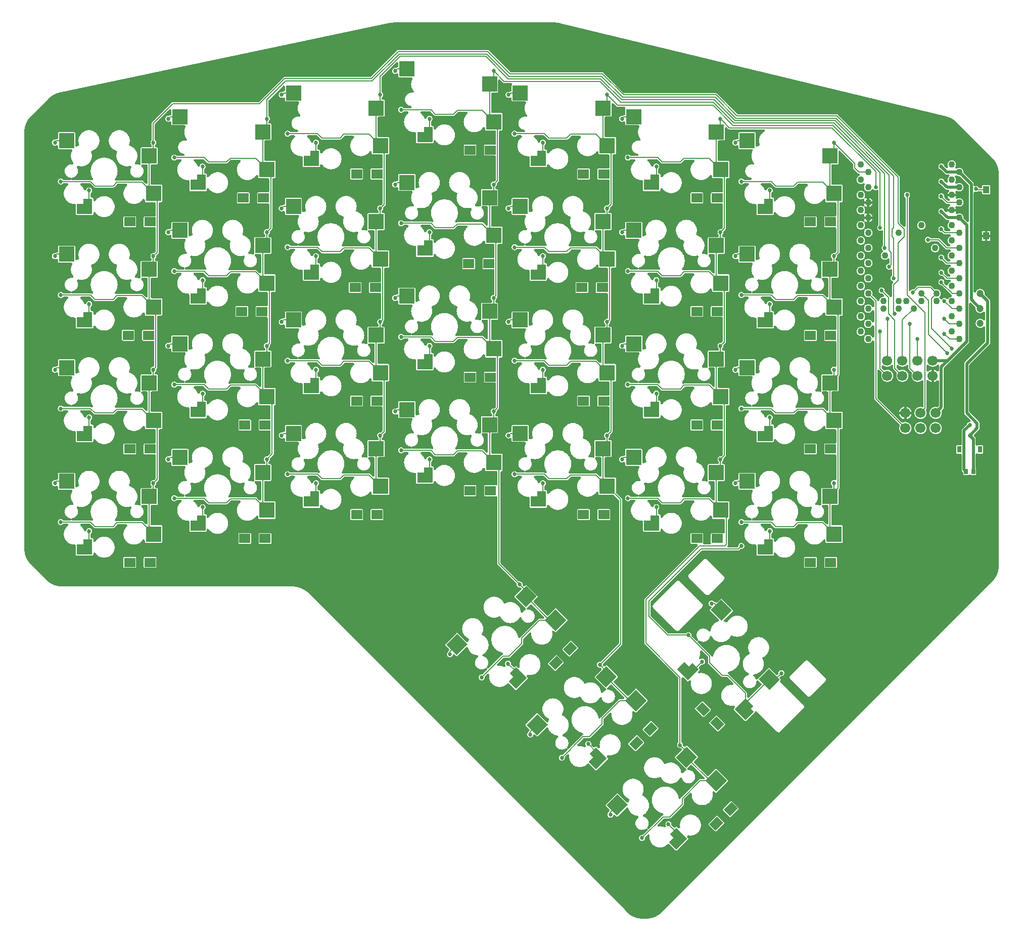
<source format=gtl>
%FSLAX46Y46*%
%MOMM*%
%ADD11C,0.200000*%
%ADD12C,0.500000*%
%AMPS19*
1,1,1.700000,0.000000,0.000000*
%
%ADD19PS19*%
%AMPS31*
1,1,1.700000,0.000000,0.000000*
%
%ADD31PS31*%
%AMPS24*
1,1,1.200000,0.000000,0.000000*
%
%ADD24PS24*%
%AMPS17*
1,1,1.100000,0.000000,0.000000*
%
%ADD17PS17*%
%AMPS25*
4,1,6,
-0.603162,1.235315,
-1.838477,0.000000,
0.000000,-1.838477,
1.838477,0.000000,
0.784888,1.053589,
0.183847,0.452548,
-0.603162,1.235315,
0
*
%
%ADD25PS25*%
%AMPS28*
21,1,1.250000,1.000000,0.000000,0.000000,90.000000*
%
%ADD28PS28*%
%AMPS29*
21,1,0.600000,0.850000,0.000000,0.000000,180.000000*
%
%ADD29PS29*%
%AMPS30*
21,1,0.700000,1.100000,0.000000,0.000000,180.000000*
%
%ADD30PS30*%
%AMPS32*
1,1,0.685800,0.000000,0.000000*
%
%ADD32PS32*%
%AMPS14*
21,1,2.550000,2.500000,0.000000,0.000000,0.000000*
%
%ADD14PS14*%
%AMPS21*
21,1,2.550000,2.500000,0.000000,0.000000,45.000000*
%
%ADD21PS21*%
%AMPS26*
21,1,2.550000,2.500000,0.000000,0.000000,315.000000*
%
%ADD26PS26*%
%AMPS15*
21,1,2.600000,2.600000,0.000000,0.000000,0.000000*
%
%ADD15PS15*%
%AMPS22*
21,1,2.600000,2.600000,0.000000,0.000000,45.000000*
%
%ADD22PS22*%
%AMPS27*
4,1,6,
-1.838477,0.000000,
0.000000,-1.838477,
1.414213,-0.424264,
0.883883,0.106066,
1.308147,0.530330,
0.000000,1.838477,
-1.838477,0.000000,
0
*
%
%ADD27PS27*%
%AMPS20*
4,1,6,
-1.235315,-0.603162,
0.000000,-1.838477,
1.838477,0.000000,
0.000000,1.838477,
-1.053589,0.784888,
-0.452548,0.183847,
-1.235315,-0.603162,
0
*
%
%ADD20PS20*%
%AMPS23*
21,1,1.800000,1.500000,0.000000,0.000000,135.000000*
%
%ADD23PS23*%
%AMPS16*
21,1,1.800000,1.500000,0.000000,0.000000,180.000000*
%
%ADD16PS16*%
%AMPS18*
21,1,1.800000,1.500000,0.000000,0.000000,225.000000*
%
%ADD18PS18*%
%AMPS10*
1,1,2.800000,0.000000,0.000000*
%
%ADD10PS10*%
%AMPS13*
4,1,6,
-1.300000,0.447000,
-1.300000,-1.300000,
1.300000,-1.300000,
1.300000,1.300000,
-0.190000,1.300000,
-0.190000,0.450000,
-1.300000,0.447000,
0
*
%
%ADD13PS13*%
G01*
%LPD*%
G36*
X104591297Y-150359000D02*
X104592529Y-150358996D01*
X104636199Y-150358727D01*
X104638648Y-150358697D01*
X104680483Y-150357927D01*
X104682940Y-150357867D01*
X104724755Y-150356583D01*
X104727203Y-150356493D01*
X104769046Y-150354695D01*
X104771498Y-150354574D01*
X104813201Y-150352269D01*
X104815653Y-150352119D01*
X104857425Y-150349295D01*
X104859873Y-150349114D01*
X104901576Y-150345780D01*
X104904015Y-150345570D01*
X104945683Y-150341725D01*
X104948131Y-150341484D01*
X104989672Y-150337135D01*
X104992114Y-150336864D01*
X105033708Y-150331992D01*
X105036139Y-150331692D01*
X105077648Y-150326314D01*
X105080082Y-150325984D01*
X105121470Y-150320104D01*
X105123900Y-150319743D01*
X105165265Y-150313347D01*
X105167683Y-150312958D01*
X105208948Y-150306059D01*
X105211367Y-150305639D01*
X105252516Y-150298239D01*
X105254931Y-150297790D01*
X105295961Y-150289890D01*
X105298372Y-150289410D01*
X105339425Y-150280981D01*
X105341822Y-150280474D01*
X105382653Y-150271568D01*
X105385048Y-150271030D01*
X105425851Y-150261604D01*
X105428239Y-150261037D01*
X105468874Y-150251123D01*
X105471253Y-150250527D01*
X105511769Y-150240114D01*
X105514144Y-150239488D01*
X105554504Y-150228585D01*
X105556870Y-150227930D01*
X105597151Y-150216516D01*
X105599509Y-150215832D01*
X105639621Y-150203932D01*
X105641965Y-150203221D01*
X105681940Y-150190827D01*
X105684283Y-150190085D01*
X105723991Y-150177237D01*
X105726323Y-150176466D01*
X105766031Y-150163077D01*
X105768350Y-150162280D01*
X105807837Y-150148424D01*
X105810147Y-150147597D01*
X105849414Y-150133275D01*
X105851714Y-150132420D01*
X105890861Y-150117595D01*
X105893152Y-150116712D01*
X105932072Y-150101424D01*
X105934355Y-150100511D01*
X105973130Y-150084727D01*
X105975394Y-150083789D01*
X106013947Y-150067542D01*
X106016204Y-150066574D01*
X106054506Y-150049876D01*
X106056749Y-150048882D01*
X106094933Y-150031675D01*
X106097160Y-150030655D01*
X106135093Y-150012999D01*
X106137319Y-150011946D01*
X106174987Y-149993846D01*
X106177189Y-149992772D01*
X106214632Y-149974212D01*
X106216824Y-149973108D01*
X106254134Y-149954040D01*
X106256312Y-149952910D01*
X106293383Y-149933387D01*
X106295549Y-149932230D01*
X106332249Y-149912323D01*
X106334398Y-149911140D01*
X106370934Y-149890738D01*
X106373072Y-149889526D01*
X106409347Y-149868681D01*
X106411465Y-149867447D01*
X106447468Y-149846167D01*
X106449575Y-149844904D01*
X106485341Y-149823167D01*
X106487427Y-149821882D01*
X106522917Y-149799713D01*
X106525000Y-149798394D01*
X106560169Y-149775818D01*
X106562214Y-149774487D01*
X106597194Y-149751425D01*
X106599243Y-149750056D01*
X106633828Y-149726638D01*
X106635845Y-149725254D01*
X106670240Y-149701346D01*
X106672255Y-149699927D01*
X106706291Y-149675641D01*
X106708275Y-149674208D01*
X106742009Y-149649509D01*
X106743980Y-149648047D01*
X106777427Y-149622922D01*
X106779386Y-149621431D01*
X106812524Y-149595894D01*
X106814453Y-149594388D01*
X106847312Y-149568419D01*
X106849226Y-149566887D01*
X106881736Y-149540540D01*
X106883638Y-149538979D01*
X106915783Y-149512266D01*
X106917660Y-149510687D01*
X106949463Y-149483592D01*
X106951321Y-149481990D01*
X106982907Y-149454404D01*
X106984747Y-149452777D01*
X107015877Y-149424908D01*
X107017695Y-149423260D01*
X107048506Y-149394988D01*
X107050299Y-149393322D01*
X107080815Y-149364625D01*
X107082599Y-149362927D01*
X107112681Y-149333932D01*
X107114433Y-149332222D01*
X107145580Y-149301456D01*
X107146453Y-149300588D01*
X162550588Y-93896453D01*
X162551456Y-93895580D01*
X162582209Y-93864446D01*
X162583921Y-93862691D01*
X162612970Y-93832552D01*
X162614662Y-93830776D01*
X162643310Y-93800314D01*
X162644982Y-93798514D01*
X162673242Y-93767715D01*
X162674887Y-93765900D01*
X162702776Y-93734748D01*
X162704404Y-93732907D01*
X162731990Y-93701321D01*
X162733591Y-93699464D01*
X162760683Y-93667665D01*
X162762267Y-93665783D01*
X162788981Y-93633635D01*
X162790534Y-93631742D01*
X162816941Y-93599160D01*
X162818477Y-93597242D01*
X162844345Y-93564511D01*
X162845855Y-93562575D01*
X162871424Y-93529393D01*
X162872908Y-93527443D01*
X162898043Y-93493984D01*
X162899508Y-93492010D01*
X162924207Y-93458276D01*
X162925640Y-93456292D01*
X162949948Y-93422225D01*
X162951365Y-93420213D01*
X162975210Y-93385910D01*
X162976599Y-93383886D01*
X163000074Y-93349215D01*
X163001436Y-93347176D01*
X163024492Y-93312208D01*
X163025832Y-93310149D01*
X163048412Y-93274970D01*
X163049724Y-93272898D01*
X163071862Y-93237459D01*
X163073148Y-93235372D01*
X163094905Y-93199574D01*
X163096170Y-93197462D01*
X163117448Y-93161461D01*
X163118681Y-93159347D01*
X163139528Y-93123069D01*
X163140739Y-93120932D01*
X163161118Y-93084438D01*
X163162304Y-93082282D01*
X163182276Y-93045460D01*
X163183428Y-93043306D01*
X163202908Y-93006320D01*
X163204041Y-93004135D01*
X163223069Y-92966903D01*
X163224174Y-92964708D01*
X163242763Y-92927205D01*
X163243836Y-92925006D01*
X163261977Y-92887253D01*
X163263031Y-92885025D01*
X163280666Y-92847136D01*
X163281684Y-92844914D01*
X163298861Y-92806798D01*
X163299856Y-92804553D01*
X163316572Y-92766210D01*
X163317539Y-92763954D01*
X163333813Y-92725338D01*
X163334754Y-92723066D01*
X163350513Y-92684349D01*
X163351423Y-92682073D01*
X163366695Y-92643194D01*
X163367579Y-92640903D01*
X163382420Y-92601714D01*
X163383275Y-92599414D01*
X163397613Y-92560104D01*
X163398440Y-92557793D01*
X163412284Y-92518340D01*
X163413081Y-92516022D01*
X163426435Y-92476418D01*
X163427206Y-92474085D01*
X163440099Y-92434238D01*
X163440841Y-92431897D01*
X163453221Y-92391968D01*
X163453932Y-92389623D01*
X163465836Y-92349498D01*
X163466521Y-92347137D01*
X163477938Y-92306844D01*
X163478591Y-92304482D01*
X163489479Y-92264179D01*
X163490106Y-92261800D01*
X163500533Y-92221228D01*
X163501128Y-92218855D01*
X163511035Y-92178252D01*
X163511603Y-92175857D01*
X163521025Y-92135069D01*
X163521563Y-92132675D01*
X163530474Y-92091819D01*
X163530981Y-92089424D01*
X163539410Y-92048371D01*
X163539890Y-92045960D01*
X163547790Y-92004930D01*
X163548240Y-92002511D01*
X163555630Y-91961413D01*
X163556048Y-91959005D01*
X163562963Y-91917654D01*
X163563354Y-91915222D01*
X163569736Y-91873939D01*
X163570096Y-91871517D01*
X163575990Y-91830032D01*
X163576319Y-91827603D01*
X163581693Y-91786136D01*
X163581995Y-91783695D01*
X163586858Y-91742169D01*
X163587128Y-91739730D01*
X163591488Y-91698082D01*
X163591729Y-91695639D01*
X163595571Y-91654011D01*
X163595781Y-91651565D01*
X163599114Y-91609865D01*
X163599295Y-91607419D01*
X163602118Y-91565657D01*
X163602268Y-91563209D01*
X163604574Y-91521500D01*
X163604695Y-91519045D01*
X163606493Y-91477202D01*
X163606583Y-91474755D01*
X163607867Y-91432941D01*
X163607927Y-91430482D01*
X163608697Y-91388646D01*
X163608727Y-91386198D01*
X163608996Y-91342529D01*
X163609000Y-91341297D01*
X163609000Y-25658702D01*
X163608996Y-25657470D01*
X163608727Y-25613799D01*
X163608697Y-25611350D01*
X163607927Y-25569515D01*
X163607867Y-25567057D01*
X163606583Y-25525243D01*
X163606493Y-25522796D01*
X163604695Y-25480953D01*
X163604574Y-25478498D01*
X163602268Y-25436789D01*
X163602118Y-25434341D01*
X163599295Y-25392579D01*
X163599114Y-25390133D01*
X163595781Y-25348433D01*
X163595571Y-25345988D01*
X163591730Y-25304369D01*
X163591489Y-25301924D01*
X163587127Y-25260260D01*
X163586857Y-25257823D01*
X163581995Y-25216305D01*
X163581693Y-25213863D01*
X163576311Y-25172334D01*
X163575982Y-25169909D01*
X163570104Y-25128531D01*
X163569743Y-25126098D01*
X163563347Y-25084733D01*
X163562958Y-25082315D01*
X163556059Y-25041050D01*
X163555639Y-25038631D01*
X163548239Y-24997482D01*
X163547790Y-24995067D01*
X163539890Y-24954037D01*
X163539410Y-24951628D01*
X163530976Y-24910549D01*
X163530468Y-24908148D01*
X163521568Y-24867347D01*
X163521032Y-24864959D01*
X163511604Y-24824143D01*
X163511035Y-24821746D01*
X163501128Y-24781143D01*
X163500533Y-24778769D01*
X163490122Y-24738260D01*
X163489496Y-24735883D01*
X163478578Y-24695468D01*
X163477923Y-24693104D01*
X163466516Y-24652847D01*
X163465832Y-24650487D01*
X163453931Y-24610372D01*
X163453221Y-24608030D01*
X163440845Y-24568112D01*
X163440101Y-24565765D01*
X163427205Y-24525911D01*
X163426437Y-24523585D01*
X163413096Y-24484017D01*
X163412296Y-24481692D01*
X163398423Y-24442158D01*
X163397597Y-24439851D01*
X163383263Y-24400551D01*
X163382407Y-24398248D01*
X163367592Y-24359129D01*
X163366710Y-24356841D01*
X163351424Y-24317926D01*
X163350513Y-24315649D01*
X163334754Y-24276932D01*
X163333813Y-24274660D01*
X163317539Y-24236044D01*
X163316572Y-24233788D01*
X163299856Y-24195445D01*
X163298861Y-24193201D01*
X163281681Y-24155078D01*
X163280662Y-24152853D01*
X163263022Y-24114954D01*
X163261970Y-24112731D01*
X163243834Y-24074987D01*
X163242757Y-24072780D01*
X163224189Y-24035322D01*
X163223088Y-24033133D01*
X163204048Y-23995877D01*
X163202916Y-23993697D01*
X163183400Y-23956640D01*
X163182244Y-23954476D01*
X163162323Y-23917750D01*
X163161140Y-23915600D01*
X163140738Y-23879064D01*
X163139526Y-23876926D01*
X163118681Y-23840651D01*
X163117447Y-23838533D01*
X163096167Y-23802530D01*
X163094903Y-23800420D01*
X163073158Y-23764642D01*
X163071873Y-23762557D01*
X163049719Y-23727092D01*
X163048406Y-23725020D01*
X163025832Y-23689850D01*
X163024492Y-23687790D01*
X163001436Y-23652822D01*
X163000074Y-23650783D01*
X162976599Y-23616112D01*
X162975208Y-23614084D01*
X162951375Y-23579800D01*
X162949964Y-23577797D01*
X162925666Y-23543742D01*
X162924228Y-23541753D01*
X162899474Y-23507944D01*
X162898010Y-23505970D01*
X162872911Y-23472559D01*
X162871426Y-23470607D01*
X162845885Y-23437462D01*
X162844374Y-23435526D01*
X162818416Y-23402682D01*
X162816889Y-23400773D01*
X162790560Y-23368284D01*
X162788996Y-23366379D01*
X162762266Y-23334214D01*
X162760687Y-23332338D01*
X162733592Y-23300535D01*
X162731990Y-23298677D01*
X162704404Y-23267091D01*
X162702776Y-23265250D01*
X162674887Y-23234098D01*
X162673242Y-23232283D01*
X162644982Y-23201484D01*
X162643310Y-23199684D01*
X162614662Y-23169222D01*
X162612970Y-23167446D01*
X162583921Y-23137307D01*
X162582207Y-23135550D01*
X162551463Y-23104426D01*
X162550597Y-23103555D01*
X156520029Y-17072987D01*
X156519417Y-17072377D01*
X156497797Y-17050943D01*
X156496587Y-17049753D01*
X156475707Y-17029401D01*
X156474468Y-17028204D01*
X156453298Y-17007922D01*
X156452053Y-17006739D01*
X156430846Y-16986768D01*
X156429595Y-16985601D01*
X156408126Y-16965727D01*
X156406862Y-16964566D01*
X156385276Y-16944925D01*
X156384001Y-16943775D01*
X156362189Y-16924268D01*
X156360913Y-16923137D01*
X156338945Y-16903825D01*
X156337650Y-16902697D01*
X156315645Y-16883685D01*
X156314350Y-16882575D01*
X156292056Y-16863643D01*
X156290735Y-16862531D01*
X156268301Y-16843811D01*
X156266983Y-16842721D01*
X156244350Y-16824161D01*
X156243022Y-16823081D01*
X156220279Y-16804754D01*
X156218941Y-16803686D01*
X156196116Y-16785613D01*
X156194764Y-16784552D01*
X156171646Y-16766568D01*
X156170291Y-16765523D01*
X156147077Y-16747781D01*
X156145714Y-16746748D01*
X156122361Y-16729214D01*
X156120980Y-16728186D01*
X156097442Y-16710828D01*
X156096060Y-16709818D01*
X156072435Y-16692706D01*
X156071048Y-16691711D01*
X156047266Y-16674793D01*
X156045858Y-16673800D01*
X156021909Y-16657072D01*
X156020504Y-16656100D01*
X155996375Y-16639551D01*
X155994959Y-16638588D01*
X155970812Y-16622329D01*
X155969383Y-16621376D01*
X155944937Y-16605219D01*
X155943506Y-16604282D01*
X155918985Y-16588375D01*
X155917542Y-16587448D01*
X155892920Y-16571774D01*
X155891462Y-16570855D01*
X155866692Y-16555385D01*
X155865250Y-16554493D01*
X155840277Y-16539189D01*
X155838800Y-16538292D01*
X155813830Y-16523285D01*
X155812361Y-16522410D01*
X155787221Y-16507592D01*
X155785741Y-16506729D01*
X155760394Y-16492080D01*
X155758908Y-16491230D01*
X155733515Y-16476843D01*
X155732017Y-16476002D01*
X155706522Y-16461845D01*
X155705025Y-16461022D01*
X155679301Y-16447024D01*
X155677787Y-16446209D01*
X155651974Y-16432449D01*
X155650457Y-16431649D01*
X155624625Y-16418162D01*
X155623112Y-16417380D01*
X155597128Y-16404094D01*
X155595585Y-16403313D01*
X155569459Y-16390238D01*
X155567939Y-16389486D01*
X155541613Y-16376589D01*
X155540057Y-16375835D01*
X155513779Y-16363242D01*
X155512237Y-16362511D01*
X155485787Y-16350112D01*
X155484233Y-16349391D01*
X155457728Y-16337242D01*
X155456162Y-16336533D01*
X155429372Y-16324531D01*
X155427810Y-16323839D01*
X155401215Y-16312196D01*
X155399635Y-16311512D01*
X155372650Y-16299974D01*
X155371074Y-16299308D01*
X155344194Y-16288086D01*
X155342614Y-16287435D01*
X155315477Y-16276377D01*
X155313889Y-16275738D01*
X155286800Y-16264969D01*
X155285199Y-16264340D01*
X155257966Y-16253784D01*
X155256371Y-16253173D01*
X155228927Y-16242804D01*
X155227311Y-16242202D01*
X155200083Y-16232182D01*
X155198481Y-16231600D01*
X155170838Y-16221694D01*
X155169223Y-16221123D01*
X155141774Y-16211551D01*
X155140146Y-16210991D01*
X155112316Y-16201554D01*
X155110696Y-16201013D01*
X155083111Y-16191921D01*
X155081481Y-16191391D01*
X155053592Y-16182463D01*
X155051954Y-16181947D01*
X155023961Y-16173250D01*
X155022328Y-16172750D01*
X154994503Y-16164365D01*
X154992852Y-16163875D01*
X154964730Y-16155664D01*
X154963082Y-16155191D01*
X154935038Y-16147263D01*
X154933396Y-16146806D01*
X154905226Y-16139101D01*
X154903568Y-16138655D01*
X154875279Y-16131178D01*
X154873617Y-16130746D01*
X154845288Y-16123518D01*
X154843625Y-16123102D01*
X154814121Y-16115843D01*
X154813291Y-16115640D01*
X90121498Y-491961D01*
X90121125Y-491872D01*
X90108360Y-488815D01*
X90107659Y-488648D01*
X90095337Y-485744D01*
X90094608Y-485574D01*
X90082568Y-482784D01*
X90081854Y-482620D01*
X90069338Y-479768D01*
X90068595Y-479600D01*
X90056302Y-476848D01*
X90055592Y-476690D01*
X90043295Y-473984D01*
X90042576Y-473827D01*
X90030291Y-471171D01*
X90029567Y-471016D01*
X90017058Y-468360D01*
X90016333Y-468208D01*
X90004177Y-465674D01*
X90003449Y-465523D01*
X89991058Y-462988D01*
X89990333Y-462841D01*
X89977734Y-460312D01*
X89976997Y-460166D01*
X89964961Y-457797D01*
X89964239Y-457656D01*
X89951452Y-455188D01*
X89950747Y-455053D01*
X89938575Y-452749D01*
X89937819Y-452608D01*
X89925542Y-450333D01*
X89924826Y-450202D01*
X89912190Y-447908D01*
X89911467Y-447778D01*
X89899079Y-445576D01*
X89898337Y-445445D01*
X89885960Y-443293D01*
X89885247Y-443171D01*
X89872793Y-441052D01*
X89872034Y-440924D01*
X89859464Y-438835D01*
X89858751Y-438718D01*
X89846294Y-436694D01*
X89845568Y-436577D01*
X89833344Y-434637D01*
X89832601Y-434521D01*
X89819873Y-432550D01*
X89819147Y-432439D01*
X89806718Y-430561D01*
X89805987Y-430452D01*
X89793531Y-428617D01*
X89792810Y-428512D01*
X89780275Y-426712D01*
X89779523Y-426605D01*
X89767120Y-424872D01*
X89766390Y-424772D01*
X89753946Y-423080D01*
X89753203Y-422980D01*
X89740619Y-421317D01*
X89739897Y-421223D01*
X89727075Y-419576D01*
X89726347Y-419484D01*
X89714136Y-417961D01*
X89713391Y-417869D01*
X89700903Y-416359D01*
X89700173Y-416272D01*
X89687458Y-414782D01*
X89686711Y-414696D01*
X89674345Y-413294D01*
X89673603Y-413211D01*
X89661048Y-411835D01*
X89660340Y-411759D01*
X89647651Y-410414D01*
X89646894Y-410335D01*
X89634412Y-409060D01*
X89633692Y-408988D01*
X89621072Y-407745D01*
X89620311Y-407672D01*
X89607768Y-406485D01*
X89607048Y-406418D01*
X89594398Y-405267D01*
X89593661Y-405201D01*
X89581273Y-404120D01*
X89580512Y-404055D01*
X89567912Y-403004D01*
X89567202Y-402946D01*
X89554349Y-401920D01*
X89553606Y-401862D01*
X89541382Y-400932D01*
X89540642Y-400877D01*
X89527732Y-399943D01*
X89526994Y-399891D01*
X89514711Y-399048D01*
X89513969Y-398999D01*
X89501087Y-398163D01*
X89500333Y-398115D01*
X89487895Y-397355D01*
X89487166Y-397312D01*
X89474596Y-396590D01*
X89473868Y-396550D01*
X89461224Y-395870D01*
X89460464Y-395830D01*
X89447916Y-395203D01*
X89447187Y-395168D01*
X89434274Y-394570D01*
X89433544Y-394538D01*
X89421258Y-394014D01*
X89420516Y-393983D01*
X89407878Y-393491D01*
X89407119Y-393463D01*
X89394252Y-393011D01*
X89393532Y-392987D01*
X89381095Y-392595D01*
X89380342Y-392573D01*
X89367729Y-392223D01*
X89366991Y-392204D01*
X89354397Y-391901D01*
X89353668Y-391885D01*
X89340929Y-391625D01*
X89340165Y-391611D01*
X89327684Y-391404D01*
X89326973Y-391393D01*
X89314463Y-391230D01*
X89313701Y-391221D01*
X89300902Y-391103D01*
X89300176Y-391098D01*
X89287480Y-391027D01*
X89286729Y-391024D01*
X89273665Y-391000D01*
X62416508Y-391000D01*
X62405175Y-391018D01*
X62404510Y-391020D01*
X62393518Y-391074D01*
X62392891Y-391078D01*
X62381589Y-391169D01*
X62380925Y-391176D01*
X62369934Y-391301D01*
X62369288Y-391309D01*
X62358260Y-391470D01*
X62357608Y-391481D01*
X62346747Y-391675D01*
X62346117Y-391687D01*
X62335029Y-391920D01*
X62334375Y-391935D01*
X62323093Y-392209D01*
X62322427Y-392226D01*
X62311565Y-392526D01*
X62310921Y-392545D01*
X62299704Y-392891D01*
X62299070Y-392912D01*
X62288135Y-393284D01*
X62287475Y-393307D01*
X62276652Y-393711D01*
X62276021Y-393736D01*
X62264660Y-394196D01*
X62263992Y-394224D01*
X62253020Y-394705D01*
X62252378Y-394734D01*
X62241327Y-395254D01*
X62240683Y-395285D01*
X62229647Y-395840D01*
X62228992Y-395874D01*
X62218054Y-396460D01*
X62217418Y-396496D01*
X62206215Y-397132D01*
X62205574Y-397169D01*
X62194589Y-397828D01*
X62193922Y-397869D01*
X62183077Y-398556D01*
X62182444Y-398597D01*
X62171442Y-399329D01*
X62170793Y-399373D01*
X62159518Y-400160D01*
X62158857Y-400208D01*
X62147890Y-401010D01*
X62147260Y-401057D01*
X62136317Y-401892D01*
X62135675Y-401942D01*
X62124612Y-402822D01*
X62123945Y-402876D01*
X62113018Y-403782D01*
X62112388Y-403835D01*
X62101029Y-404813D01*
X62100369Y-404871D01*
X62089758Y-405820D01*
X62089104Y-405880D01*
X62077923Y-406917D01*
X62077302Y-406975D01*
X62066352Y-408025D01*
X62065701Y-408089D01*
X62054652Y-409185D01*
X62054018Y-409249D01*
X62043248Y-410352D01*
X62042577Y-410422D01*
X62031360Y-411609D01*
X62030731Y-411676D01*
X62019669Y-412882D01*
X62019012Y-412955D01*
X62008324Y-414156D01*
X62007694Y-414228D01*
X61996377Y-415536D01*
X61995738Y-415610D01*
X61985026Y-416883D01*
X61984352Y-416965D01*
X61973132Y-418337D01*
X61972519Y-418413D01*
X61961867Y-419749D01*
X61961210Y-419832D01*
X61949920Y-421286D01*
X61949278Y-421370D01*
X61938610Y-422779D01*
X61937979Y-422863D01*
X61927012Y-424347D01*
X61926352Y-424438D01*
X61915048Y-426006D01*
X61914418Y-426094D01*
X61903809Y-427600D01*
X61903173Y-427692D01*
X61891998Y-429315D01*
X61891341Y-429411D01*
X61880663Y-430998D01*
X61880018Y-431095D01*
X61869160Y-432745D01*
X61868537Y-432841D01*
X61857331Y-434580D01*
X61856678Y-434682D01*
X61845768Y-436412D01*
X61845134Y-436514D01*
X61834372Y-438256D01*
X61833732Y-438360D01*
X61822642Y-440192D01*
X61821993Y-440301D01*
X61811428Y-442082D01*
X61810791Y-442190D01*
X61799610Y-444112D01*
X61798983Y-444221D01*
X61788154Y-446118D01*
X61787515Y-446231D01*
X61776861Y-448133D01*
X61776205Y-448251D01*
X61764939Y-450301D01*
X61764317Y-450415D01*
X61753795Y-452364D01*
X61753144Y-452486D01*
X61742262Y-454539D01*
X61741639Y-454658D01*
X61730636Y-456770D01*
X61729998Y-456893D01*
X61719154Y-459011D01*
X61718521Y-459136D01*
X61707568Y-461312D01*
X61706916Y-461442D01*
X61696289Y-463590D01*
X61695671Y-463716D01*
X61684727Y-465964D01*
X61684078Y-466099D01*
X61672870Y-468440D01*
X61672559Y-468505D01*
X6245391Y-12137383D01*
X6244507Y-12137571D01*
X6213171Y-12144316D01*
X6211409Y-12144704D01*
X6181299Y-12151470D01*
X6179542Y-12151873D01*
X6149644Y-12158875D01*
X6147879Y-12159297D01*
X6117988Y-12166584D01*
X6116235Y-12167020D01*
X6086402Y-12174579D01*
X6084666Y-12175027D01*
X6054853Y-12182866D01*
X6053102Y-12183335D01*
X6023427Y-12191426D01*
X6021679Y-12191911D01*
X5991954Y-12200306D01*
X5990227Y-12200802D01*
X5960848Y-12209385D01*
X5959120Y-12209898D01*
X5929536Y-12218831D01*
X5927797Y-12219365D01*
X5898468Y-12228513D01*
X5896756Y-12229055D01*
X5867336Y-12238522D01*
X5865621Y-12239083D01*
X5836565Y-12248723D01*
X5834842Y-12249303D01*
X5805599Y-12259301D01*
X5803906Y-12259888D01*
X5774983Y-12270067D01*
X5773276Y-12270677D01*
X5744258Y-12281186D01*
X5742559Y-12281810D01*
X5713734Y-12292545D01*
X5712050Y-12293181D01*
X5683229Y-12304211D01*
X5681547Y-12304863D01*
X5652927Y-12316113D01*
X5651244Y-12316783D01*
X5622796Y-12328264D01*
X5621127Y-12328947D01*
X5592593Y-12340763D01*
X5590924Y-12341463D01*
X5562589Y-12353498D01*
X5560936Y-12354209D01*
X5532769Y-12366473D01*
X5531114Y-12367202D01*
X5503026Y-12379735D01*
X5501378Y-12380479D01*
X5473296Y-12393315D01*
X5471661Y-12394072D01*
X5443827Y-12407099D01*
X5442191Y-12407873D01*
X5414385Y-12421195D01*
X5412759Y-12421984D01*
X5385184Y-12435503D01*
X5383574Y-12436301D01*
X5356080Y-12450088D01*
X5354462Y-12450909D01*
X5327018Y-12464984D01*
X5325414Y-12465815D01*
X5298137Y-12480117D01*
X5296546Y-12480960D01*
X5269438Y-12495486D01*
X5267847Y-12496348D01*
X5240838Y-12511137D01*
X5239259Y-12512011D01*
X5212410Y-12527029D01*
X5210841Y-12527916D01*
X5184080Y-12543203D01*
X5182509Y-12544110D01*
X5155941Y-12559608D01*
X5154387Y-12560524D01*
X5128005Y-12576234D01*
X5126457Y-12577165D01*
X5100030Y-12593227D01*
X5098496Y-12594169D01*
X5072368Y-12610373D01*
X5070836Y-12611333D01*
X5044896Y-12627747D01*
X5043377Y-12628718D01*
X5017408Y-12645480D01*
X5015891Y-12646468D01*
X4990244Y-12663353D01*
X4988738Y-12664355D01*
X4963205Y-12681498D01*
X4961714Y-12682509D01*
X4936277Y-12699922D01*
X4934789Y-12700950D01*
X4909551Y-12718564D01*
X4908080Y-12719601D01*
X4883005Y-12737439D01*
X4881535Y-12738495D01*
X4856602Y-12756574D01*
X4855138Y-12757645D01*
X4830434Y-12775902D01*
X4828994Y-12776976D01*
X4804345Y-12795537D01*
X4802907Y-12796630D01*
X4778506Y-12815352D01*
X4777077Y-12816459D01*
X4752782Y-12835451D01*
X4751366Y-12836568D01*
X4727364Y-12855682D01*
X4725951Y-12856818D01*
X4702017Y-12876235D01*
X4700627Y-12877373D01*
X4676859Y-12897012D01*
X4675465Y-12898175D01*
X4651964Y-12917955D01*
X4650593Y-12919120D01*
X4627218Y-12939156D01*
X4625845Y-12940343D01*
X4602621Y-12960618D01*
X4601273Y-12961806D01*
X4578259Y-12982265D01*
X4576916Y-12983469D01*
X4554160Y-13004069D01*
X4552822Y-13005292D01*
X4530165Y-13026179D01*
X4528842Y-13027409D01*
X4506383Y-13048492D01*
X4505080Y-13049727D01*
X4482838Y-13070985D01*
X4481527Y-13072249D01*
X4459468Y-13093720D01*
X4458186Y-13094980D01*
X4435305Y-13117655D01*
X4434664Y-13118293D01*
X1449393Y-16103564D01*
X1448529Y-16104433D01*
X1417793Y-16135548D01*
X1416077Y-16137307D01*
X1387028Y-16167446D01*
X1385335Y-16169223D01*
X1356710Y-16199661D01*
X1355040Y-16201459D01*
X1326752Y-16232288D01*
X1325105Y-16234106D01*
X1297204Y-16265272D01*
X1295579Y-16267110D01*
X1268010Y-16298676D01*
X1266406Y-16300535D01*
X1239288Y-16332365D01*
X1237705Y-16334246D01*
X1211045Y-16366329D01*
X1209491Y-16368222D01*
X1183093Y-16400793D01*
X1181557Y-16402712D01*
X1155604Y-16435551D01*
X1154099Y-16437480D01*
X1128572Y-16470605D01*
X1127078Y-16472569D01*
X1101971Y-16505994D01*
X1100515Y-16507956D01*
X1075803Y-16541706D01*
X1074364Y-16543698D01*
X1050035Y-16577796D01*
X1048623Y-16579800D01*
X1024790Y-16614084D01*
X1023400Y-16616110D01*
X999892Y-16650829D01*
X998526Y-16652874D01*
X975547Y-16687727D01*
X974211Y-16689780D01*
X951579Y-16725039D01*
X950266Y-16727113D01*
X928129Y-16762550D01*
X926840Y-16764642D01*
X905096Y-16800421D01*
X903837Y-16802522D01*
X882564Y-16838512D01*
X881325Y-16840637D01*
X860453Y-16876961D01*
X859247Y-16879091D01*
X838879Y-16915564D01*
X837692Y-16917719D01*
X817734Y-16954514D01*
X816580Y-16956674D01*
X797088Y-16993684D01*
X795953Y-16995872D01*
X776928Y-17033101D01*
X775830Y-17035281D01*
X757213Y-17072836D01*
X756135Y-17075047D01*
X738061Y-17112662D01*
X737010Y-17114883D01*
X719333Y-17152860D01*
X718313Y-17155087D01*
X701125Y-17193228D01*
X700128Y-17195476D01*
X683423Y-17233796D01*
X682458Y-17236049D01*
X666190Y-17274651D01*
X665248Y-17276924D01*
X649501Y-17315613D01*
X648592Y-17317886D01*
X633274Y-17356881D01*
X632391Y-17359170D01*
X617590Y-17398251D01*
X616734Y-17400553D01*
X602405Y-17439838D01*
X601578Y-17442150D01*
X587708Y-17481677D01*
X586910Y-17483996D01*
X573540Y-17523648D01*
X572769Y-17525982D01*
X559916Y-17565707D01*
X559176Y-17568045D01*
X546774Y-17608044D01*
X546062Y-17610392D01*
X534167Y-17650488D01*
X533483Y-17652846D01*
X522059Y-17693163D01*
X521404Y-17695528D01*
X510519Y-17735821D01*
X509893Y-17738198D01*
X499466Y-17778770D01*
X498871Y-17781144D01*
X488958Y-17821772D01*
X488389Y-17824167D01*
X478972Y-17864935D01*
X478436Y-17867324D01*
X469521Y-17908194D01*
X469012Y-17910596D01*
X460598Y-17951579D01*
X460120Y-17953985D01*
X452210Y-17995065D01*
X451760Y-17997482D01*
X444360Y-18038631D01*
X443940Y-18041050D01*
X437045Y-18082291D01*
X436656Y-18084707D01*
X430252Y-18126120D01*
X429891Y-18128557D01*
X424017Y-18169910D01*
X423688Y-18172333D01*
X418306Y-18213862D01*
X418004Y-18216304D01*
X413142Y-18257822D01*
X412872Y-18260257D01*
X408509Y-18301927D01*
X408268Y-18304375D01*
X404429Y-18345975D01*
X404219Y-18348420D01*
X400885Y-18390135D01*
X400705Y-18392578D01*
X397881Y-18434347D01*
X397730Y-18436799D01*
X395425Y-18478495D01*
X395304Y-18480949D01*
X393506Y-18522796D01*
X393416Y-18525242D01*
X392132Y-18567056D01*
X392072Y-18569515D01*
X391302Y-18611351D01*
X391272Y-18613803D01*
X391004Y-18657455D01*
X391000Y-18658683D01*
X391000Y-88491315D01*
X391004Y-88492543D01*
X391272Y-88536194D01*
X391302Y-88538648D01*
X392073Y-88580520D01*
X392133Y-88582971D01*
X393414Y-88624725D01*
X393504Y-88627177D01*
X395303Y-88669048D01*
X395424Y-88671502D01*
X397729Y-88713198D01*
X397879Y-88715648D01*
X400703Y-88757424D01*
X400884Y-88759873D01*
X404216Y-88801553D01*
X404426Y-88803996D01*
X408269Y-88845633D01*
X408510Y-88848079D01*
X412872Y-88889740D01*
X413143Y-88892177D01*
X418010Y-88933735D01*
X418310Y-88936170D01*
X423674Y-88977569D01*
X424005Y-88980003D01*
X429903Y-89021516D01*
X430262Y-89023941D01*
X436653Y-89065279D01*
X437043Y-89067701D01*
X443931Y-89108900D01*
X444352Y-89111324D01*
X451759Y-89152506D01*
X452206Y-89154912D01*
X460129Y-89196066D01*
X460610Y-89198479D01*
X469012Y-89239402D01*
X469519Y-89241799D01*
X478435Y-89282677D01*
X478974Y-89285076D01*
X488387Y-89325821D01*
X488954Y-89328211D01*
X498871Y-89368855D01*
X499466Y-89371230D01*
X509878Y-89411742D01*
X510503Y-89414113D01*
X521421Y-89454532D01*
X522077Y-89456901D01*
X533482Y-89497151D01*
X534166Y-89499511D01*
X546067Y-89539626D01*
X546777Y-89541968D01*
X559153Y-89581886D01*
X559897Y-89584232D01*
X572778Y-89624040D01*
X573547Y-89626368D01*
X586919Y-89666027D01*
X587717Y-89668347D01*
X601574Y-89707838D01*
X602402Y-89710152D01*
X616736Y-89749450D01*
X617591Y-89751750D01*
X632406Y-89790869D01*
X633288Y-89793157D01*
X648574Y-89832072D01*
X649485Y-89834349D01*
X665244Y-89873066D01*
X666185Y-89875339D01*
X682453Y-89913940D01*
X683417Y-89916188D01*
X700126Y-89954519D01*
X701124Y-89956770D01*
X718318Y-89994924D01*
X719340Y-89997156D01*
X736994Y-90035081D01*
X738041Y-90037294D01*
X756153Y-90074990D01*
X757233Y-90077203D01*
X775823Y-90114704D01*
X776923Y-90116889D01*
X795950Y-90154120D01*
X797082Y-90156301D01*
X816598Y-90193358D01*
X817755Y-90195524D01*
X837682Y-90232260D01*
X838863Y-90234406D01*
X859250Y-90270916D01*
X860463Y-90273057D01*
X881317Y-90309347D01*
X882551Y-90311464D01*
X903854Y-90347506D01*
X905115Y-90349610D01*
X926819Y-90385323D01*
X928109Y-90387416D01*
X950278Y-90422904D01*
X951589Y-90424975D01*
X974166Y-90460149D01*
X975506Y-90462208D01*
X998562Y-90497176D01*
X999924Y-90499215D01*
X1023399Y-90533886D01*
X1024788Y-90535911D01*
X1048650Y-90570238D01*
X1050064Y-90572245D01*
X1074338Y-90606266D01*
X1075776Y-90608255D01*
X1100491Y-90642010D01*
X1101953Y-90643982D01*
X1127105Y-90677464D01*
X1128590Y-90679416D01*
X1154116Y-90712542D01*
X1155625Y-90714476D01*
X1181533Y-90747258D01*
X1183069Y-90749176D01*
X1209461Y-90781740D01*
X1211019Y-90783638D01*
X1237732Y-90815783D01*
X1239312Y-90817661D01*
X1266415Y-90849473D01*
X1268016Y-90851329D01*
X1295614Y-90882929D01*
X1297241Y-90884769D01*
X1325081Y-90915867D01*
X1326728Y-90917685D01*
X1355017Y-90948515D01*
X1356687Y-90950313D01*
X1385329Y-90980769D01*
X1387021Y-90982546D01*
X1416087Y-91012703D01*
X1417803Y-91014462D01*
X1448528Y-91045566D01*
X1449393Y-91046435D01*
X4103555Y-93700597D01*
X4104426Y-93701463D01*
X4135550Y-93732207D01*
X4137307Y-93733921D01*
X4167446Y-93762970D01*
X4169222Y-93764662D01*
X4199684Y-93793310D01*
X4201484Y-93794982D01*
X4232283Y-93823242D01*
X4234098Y-93824887D01*
X4265250Y-93852776D01*
X4267091Y-93854404D01*
X4298677Y-93881990D01*
X4300535Y-93883592D01*
X4332338Y-93910687D01*
X4334215Y-93912266D01*
X4366360Y-93938979D01*
X4368259Y-93940538D01*
X4400795Y-93966907D01*
X4402711Y-93968441D01*
X4435528Y-93994377D01*
X4437464Y-93995888D01*
X4470606Y-94021426D01*
X4472556Y-94022909D01*
X4506015Y-94048044D01*
X4507989Y-94049509D01*
X4541723Y-94074208D01*
X4543707Y-94075641D01*
X4577743Y-94099927D01*
X4579758Y-94101346D01*
X4614153Y-94125254D01*
X4616170Y-94126638D01*
X4650755Y-94150056D01*
X4652804Y-94151425D01*
X4687784Y-94174487D01*
X4689829Y-94175818D01*
X4724998Y-94198394D01*
X4727081Y-94199713D01*
X4762571Y-94221882D01*
X4764657Y-94223167D01*
X4800423Y-94244904D01*
X4802530Y-94246167D01*
X4838533Y-94267447D01*
X4840651Y-94268681D01*
X4876926Y-94289526D01*
X4879064Y-94290738D01*
X4915600Y-94311140D01*
X4917749Y-94312323D01*
X4954449Y-94332230D01*
X4956615Y-94333387D01*
X4993686Y-94352910D01*
X4995864Y-94354040D01*
X5033174Y-94373108D01*
X5035365Y-94374211D01*
X5072783Y-94392759D01*
X5074987Y-94393835D01*
X5112728Y-94411970D01*
X5114953Y-94413022D01*
X5152813Y-94430644D01*
X5155041Y-94431665D01*
X5193250Y-94448883D01*
X5195490Y-94449876D01*
X5233782Y-94466570D01*
X5236039Y-94467537D01*
X5274650Y-94483809D01*
X5276922Y-94484750D01*
X5315649Y-94500513D01*
X5317926Y-94501424D01*
X5356841Y-94516710D01*
X5359129Y-94517592D01*
X5398253Y-94532409D01*
X5400554Y-94533265D01*
X5439839Y-94547594D01*
X5442153Y-94548422D01*
X5481656Y-94562283D01*
X5483973Y-94563080D01*
X5523622Y-94576449D01*
X5525954Y-94577219D01*
X5565773Y-94590103D01*
X5568116Y-94590845D01*
X5608030Y-94603220D01*
X5610375Y-94603932D01*
X5650495Y-94615834D01*
X5652851Y-94616517D01*
X5693096Y-94627921D01*
X5695465Y-94628576D01*
X5735882Y-94639494D01*
X5738252Y-94640119D01*
X5778742Y-94650526D01*
X5781124Y-94651123D01*
X5821759Y-94661037D01*
X5824147Y-94661604D01*
X5864950Y-94671030D01*
X5867345Y-94671568D01*
X5908176Y-94680474D01*
X5910573Y-94680981D01*
X5951626Y-94689410D01*
X5954037Y-94689890D01*
X5995067Y-94697790D01*
X5997482Y-94698239D01*
X6038631Y-94705639D01*
X6041050Y-94706059D01*
X6082315Y-94712958D01*
X6084733Y-94713347D01*
X6126098Y-94719743D01*
X6128528Y-94720104D01*
X6169916Y-94725984D01*
X6172350Y-94726314D01*
X6213859Y-94731692D01*
X6216290Y-94731992D01*
X6257884Y-94736864D01*
X6260326Y-94737135D01*
X6301867Y-94741484D01*
X6304315Y-94741725D01*
X6345983Y-94745570D01*
X6348422Y-94745780D01*
X6390125Y-94749114D01*
X6392574Y-94749295D01*
X6434350Y-94752119D01*
X6436800Y-94752269D01*
X6478496Y-94754574D01*
X6480950Y-94754695D01*
X6522796Y-94756493D01*
X6525243Y-94756583D01*
X6567058Y-94757867D01*
X6569515Y-94757927D01*
X6611350Y-94758697D01*
X6613799Y-94758727D01*
X6657470Y-94758996D01*
X6658702Y-94759000D01*
X45092867Y-94759000D01*
X45095905Y-94759009D01*
X45143971Y-94759304D01*
X45150067Y-94759379D01*
X45197801Y-94760258D01*
X45203978Y-94760410D01*
X45251739Y-94761875D01*
X45257878Y-94762101D01*
X45305569Y-94764151D01*
X45311564Y-94764446D01*
X45359367Y-94767088D01*
X45365340Y-94767455D01*
X45413241Y-94770693D01*
X45419193Y-94771132D01*
X45466818Y-94774939D01*
X45472962Y-94775467D01*
X45520466Y-94779853D01*
X45526567Y-94780453D01*
X45574210Y-94785441D01*
X45580088Y-94786093D01*
X45627588Y-94791656D01*
X45633706Y-94792411D01*
X45681101Y-94798552D01*
X45687094Y-94799365D01*
X45734467Y-94806096D01*
X45740300Y-94806961D01*
X45787738Y-94814295D01*
X45793624Y-94815243D01*
X45840977Y-94823160D01*
X45846712Y-94824155D01*
X45893927Y-94832647D01*
X45899804Y-94833741D01*
X45946951Y-94842819D01*
X45952719Y-94843966D01*
X45999577Y-94853586D01*
X46005409Y-94854820D01*
X46052406Y-94865072D01*
X46058089Y-94866348D01*
X46104831Y-94877146D01*
X46110559Y-94878506D01*
X46157273Y-94889903D01*
X46162883Y-94891308D01*
X46209370Y-94903256D01*
X46215273Y-94904812D01*
X46261324Y-94917252D01*
X46267226Y-94918886D01*
X46313096Y-94931884D01*
X46318995Y-94933594D01*
X46365028Y-94947250D01*
X46370654Y-94948956D01*
X46416312Y-94963113D01*
X46422200Y-94964978D01*
X46467675Y-94979693D01*
X46473305Y-94981552D01*
X46518710Y-94996861D01*
X46524422Y-94998826D01*
X46569606Y-95014681D01*
X46575245Y-95016699D01*
X46620181Y-95033090D01*
X46625956Y-95035237D01*
X46670566Y-95052130D01*
X46676272Y-95054331D01*
X46720872Y-95071850D01*
X46726363Y-95074047D01*
X46770595Y-95092051D01*
X46776358Y-95094437D01*
X46820427Y-95113009D01*
X46825881Y-95115347D01*
X46869902Y-95134538D01*
X46875181Y-95136878D01*
X46919036Y-95156641D01*
X46924390Y-95159094D01*
X46967768Y-95179284D01*
X46973237Y-95181871D01*
X47016371Y-95202597D01*
X47021880Y-95205285D01*
X47064778Y-95226549D01*
X47070028Y-95229192D01*
X47112695Y-95250998D01*
X47118030Y-95253766D01*
X47160367Y-95276062D01*
X47165670Y-95278898D01*
X47207876Y-95301792D01*
X47213030Y-95304628D01*
X47254803Y-95327955D01*
X47260127Y-95330971D01*
X47301508Y-95354749D01*
X47306766Y-95357814D01*
X47348009Y-95382191D01*
X47353134Y-95385263D01*
X47394035Y-95410121D01*
X47399189Y-95413296D01*
X47439656Y-95438575D01*
X47444980Y-95441946D01*
X47485112Y-95467707D01*
X47490247Y-95471048D01*
X47530072Y-95497305D01*
X47535187Y-95500722D01*
X47574738Y-95527502D01*
X47579790Y-95530969D01*
X47619055Y-95558263D01*
X47623946Y-95561707D01*
X47662908Y-95589508D01*
X47667848Y-95593078D01*
X47706480Y-95621363D01*
X47711214Y-95624874D01*
X47749599Y-95653709D01*
X47754226Y-95657231D01*
X47792270Y-95686546D01*
X47796987Y-95690226D01*
X47834553Y-95719916D01*
X47839214Y-95723646D01*
X47876443Y-95753819D01*
X47881097Y-95757639D01*
X47917925Y-95788243D01*
X47922555Y-95792139D01*
X47958941Y-95823139D01*
X47963523Y-95827091D01*
X47999454Y-95858472D01*
X48004123Y-95862601D01*
X48039713Y-95894462D01*
X48044127Y-95898462D01*
X48079456Y-95930879D01*
X48083848Y-95934959D01*
X48118775Y-95967807D01*
X48123059Y-95971885D01*
X48157513Y-96005094D01*
X48161862Y-96009336D01*
X48196149Y-96043205D01*
X48198669Y-96045711D01*
X101353654Y-149300694D01*
X101354660Y-149301695D01*
X101385552Y-149332209D01*
X101387307Y-149333921D01*
X101417446Y-149362970D01*
X101419222Y-149364662D01*
X101449684Y-149393310D01*
X101451484Y-149394982D01*
X101482283Y-149423242D01*
X101484098Y-149424887D01*
X101515250Y-149452776D01*
X101517091Y-149454404D01*
X101548677Y-149481990D01*
X101550535Y-149483592D01*
X101582338Y-149510687D01*
X101584215Y-149512266D01*
X101616360Y-149538979D01*
X101618259Y-149540538D01*
X101650795Y-149566907D01*
X101652711Y-149568441D01*
X101685528Y-149594377D01*
X101687464Y-149595888D01*
X101720606Y-149621426D01*
X101722556Y-149622909D01*
X101756015Y-149648044D01*
X101757989Y-149649509D01*
X101791723Y-149674208D01*
X101793707Y-149675641D01*
X101827743Y-149699927D01*
X101829758Y-149701346D01*
X101864153Y-149725254D01*
X101866170Y-149726638D01*
X101900755Y-149750056D01*
X101902804Y-149751425D01*
X101937784Y-149774487D01*
X101939829Y-149775818D01*
X101974998Y-149798394D01*
X101977081Y-149799713D01*
X102012571Y-149821882D01*
X102014657Y-149823167D01*
X102050423Y-149844904D01*
X102052530Y-149846167D01*
X102088533Y-149867447D01*
X102090651Y-149868681D01*
X102126926Y-149889526D01*
X102129064Y-149890738D01*
X102165600Y-149911140D01*
X102167749Y-149912323D01*
X102204449Y-149932230D01*
X102206615Y-149933387D01*
X102243686Y-149952910D01*
X102245864Y-149954040D01*
X102283174Y-149973108D01*
X102285365Y-149974211D01*
X102322783Y-149992759D01*
X102324987Y-149993835D01*
X102362728Y-150011970D01*
X102364953Y-150013022D01*
X102402813Y-150030644D01*
X102405041Y-150031665D01*
X102443250Y-150048883D01*
X102445490Y-150049876D01*
X102483782Y-150066570D01*
X102486039Y-150067537D01*
X102524650Y-150083809D01*
X102526922Y-150084750D01*
X102565649Y-150100513D01*
X102567926Y-150101424D01*
X102606841Y-150116710D01*
X102609129Y-150117592D01*
X102648253Y-150132409D01*
X102650554Y-150133265D01*
X102689839Y-150147594D01*
X102692153Y-150148422D01*
X102731656Y-150162283D01*
X102733973Y-150163080D01*
X102773622Y-150176449D01*
X102775954Y-150177219D01*
X102815773Y-150190103D01*
X102818116Y-150190845D01*
X102858030Y-150203220D01*
X102860375Y-150203932D01*
X102900495Y-150215834D01*
X102902851Y-150216517D01*
X102943096Y-150227921D01*
X102945465Y-150228576D01*
X102985882Y-150239494D01*
X102988252Y-150240119D01*
X103028742Y-150250526D01*
X103031124Y-150251123D01*
X103071759Y-150261037D01*
X103074147Y-150261604D01*
X103114950Y-150271030D01*
X103117345Y-150271568D01*
X103158176Y-150280474D01*
X103160573Y-150280981D01*
X103201626Y-150289410D01*
X103204037Y-150289890D01*
X103245067Y-150297790D01*
X103247482Y-150298239D01*
X103288631Y-150305639D01*
X103291050Y-150306059D01*
X103332315Y-150312958D01*
X103334733Y-150313347D01*
X103376098Y-150319743D01*
X103378528Y-150320104D01*
X103419916Y-150325984D01*
X103422350Y-150326314D01*
X103463859Y-150331692D01*
X103466290Y-150331992D01*
X103507884Y-150336864D01*
X103510326Y-150337135D01*
X103551867Y-150341484D01*
X103554315Y-150341725D01*
X103595983Y-150345570D01*
X103598422Y-150345780D01*
X103640125Y-150349114D01*
X103642574Y-150349295D01*
X103684350Y-150352119D01*
X103686800Y-150352269D01*
X103728496Y-150354574D01*
X103730950Y-150354695D01*
X103772796Y-150356493D01*
X103775243Y-150356583D01*
X103817058Y-150357867D01*
X103819515Y-150357927D01*
X103861350Y-150358697D01*
X103863799Y-150358727D01*
X103907470Y-150358996D01*
X103908702Y-150359000D01*
X104591297Y-150359000D01*
D02*
G37*
%LPC*%
G36*
X109615734Y-138982162D02*
X109582746Y-138980692D01*
X109550806Y-138972326D01*
X109521337Y-138957435D01*
X109487362Y-138929986D01*
X108438604Y-137881228D01*
X108393475Y-137847355D01*
X108340681Y-137827436D01*
X108284424Y-137823056D01*
X108229183Y-137834564D01*
X108179355Y-137861043D01*
X108148994Y-137888335D01*
X108121967Y-137918154D01*
X108097080Y-137943041D01*
X107995281Y-138035306D01*
X107968044Y-138057659D01*
X107857704Y-138139492D01*
X107828422Y-138159057D01*
X107710560Y-138229701D01*
X107679517Y-138246294D01*
X107555319Y-138305035D01*
X107522773Y-138318516D01*
X107393411Y-138364802D01*
X107359721Y-138375022D01*
X107226453Y-138408404D01*
X107191896Y-138415279D01*
X107055991Y-138435437D01*
X107020952Y-138438888D01*
X106883733Y-138445630D01*
X106848501Y-138445630D01*
X106711282Y-138438888D01*
X106676243Y-138435437D01*
X106540333Y-138415278D01*
X106505784Y-138408405D01*
X106372532Y-138375027D01*
X106338803Y-138364795D01*
X106209453Y-138318513D01*
X106176929Y-138305041D01*
X106052722Y-138246296D01*
X106021659Y-138229693D01*
X105903819Y-138159063D01*
X105874545Y-138139502D01*
X105764181Y-138057651D01*
X105736951Y-138035304D01*
X105635154Y-137943041D01*
X105610260Y-137918147D01*
X105517997Y-137816350D01*
X105495650Y-137789120D01*
X105413799Y-137678756D01*
X105394238Y-137649482D01*
X105323608Y-137531642D01*
X105307005Y-137500579D01*
X105248260Y-137376372D01*
X105234788Y-137343848D01*
X105188506Y-137214498D01*
X105178274Y-137180769D01*
X105144896Y-137047517D01*
X105138023Y-137012968D01*
X105117864Y-136877058D01*
X105114413Y-136842019D01*
X105107671Y-136704800D01*
X105107671Y-136669570D01*
X105114412Y-136532356D01*
X105117864Y-136497302D01*
X105120695Y-136478218D01*
X105121017Y-136421792D01*
X105105565Y-136367521D01*
X105075570Y-136319727D01*
X105033420Y-136282213D01*
X104982468Y-136257965D01*
X104926772Y-136248913D01*
X104870765Y-136255779D01*
X104818904Y-136278015D01*
X104781438Y-136307454D01*
X104417691Y-136671201D01*
X104383818Y-136716330D01*
X104363899Y-136769124D01*
X104360658Y-136822561D01*
X104359371Y-136822624D01*
X104360782Y-136851331D01*
X104360782Y-136876591D01*
X104359612Y-136900391D01*
X104357137Y-136925521D01*
X104353640Y-136949096D01*
X104348710Y-136973883D01*
X104342923Y-136996983D01*
X104335596Y-137021139D01*
X104327569Y-137043574D01*
X104317895Y-137066927D01*
X104307705Y-137088472D01*
X104295813Y-137110719D01*
X104283551Y-137131178D01*
X104269522Y-137152175D01*
X104255336Y-137171302D01*
X104239296Y-137190847D01*
X104223294Y-137208501D01*
X104205453Y-137226342D01*
X104187799Y-137242344D01*
X104168254Y-137258384D01*
X104149127Y-137272570D01*
X104128130Y-137286599D01*
X104107671Y-137298861D01*
X104085424Y-137310753D01*
X104063879Y-137320943D01*
X104040526Y-137330617D01*
X104018091Y-137338644D01*
X103993935Y-137345971D01*
X103970835Y-137351758D01*
X103946048Y-137356688D01*
X103922473Y-137360185D01*
X103897343Y-137362660D01*
X103873543Y-137363830D01*
X103848283Y-137363830D01*
X103824483Y-137362660D01*
X103799353Y-137360185D01*
X103775778Y-137356688D01*
X103750991Y-137351758D01*
X103727891Y-137345971D01*
X103703735Y-137338644D01*
X103681300Y-137330617D01*
X103657947Y-137320943D01*
X103636402Y-137310753D01*
X103614155Y-137298861D01*
X103593696Y-137286599D01*
X103572699Y-137272570D01*
X103553572Y-137258384D01*
X103534027Y-137242344D01*
X103516373Y-137226342D01*
X103498532Y-137208501D01*
X103482530Y-137190847D01*
X103466490Y-137171302D01*
X103452304Y-137152175D01*
X103438275Y-137131178D01*
X103426013Y-137110719D01*
X103414121Y-137088472D01*
X103403931Y-137066927D01*
X103394257Y-137043574D01*
X103386230Y-137021139D01*
X103378903Y-136996983D01*
X103373116Y-136973883D01*
X103368186Y-136949096D01*
X103364689Y-136925521D01*
X103362214Y-136900391D01*
X103361044Y-136876591D01*
X103361044Y-136851331D01*
X103362214Y-136827531D01*
X103364689Y-136802401D01*
X103368186Y-136778826D01*
X103373116Y-136754039D01*
X103378903Y-136730939D01*
X103386230Y-136706783D01*
X103394257Y-136684348D01*
X103403931Y-136660995D01*
X103414121Y-136639450D01*
X103426013Y-136617203D01*
X103438275Y-136596744D01*
X103452304Y-136575747D01*
X103466490Y-136556620D01*
X103482530Y-136537075D01*
X103498532Y-136519421D01*
X103516373Y-136501580D01*
X103534027Y-136485578D01*
X103553572Y-136469538D01*
X103572699Y-136455352D01*
X103593696Y-136441323D01*
X103614155Y-136429061D01*
X103636402Y-136417169D01*
X103657947Y-136406979D01*
X103681300Y-136397305D01*
X103703735Y-136389278D01*
X103727891Y-136381951D01*
X103750991Y-136376164D01*
X103775778Y-136371234D01*
X103799353Y-136367737D01*
X103824483Y-136365262D01*
X103848283Y-136364092D01*
X103873543Y-136364092D01*
X103902250Y-136365503D01*
X103902305Y-136364382D01*
X103949048Y-136362348D01*
X104002493Y-136344246D01*
X104053673Y-136307183D01*
X104770022Y-135590834D01*
X104803895Y-135545705D01*
X104823814Y-135492911D01*
X104828194Y-135436654D01*
X104816686Y-135381413D01*
X104790207Y-135331585D01*
X104750864Y-135291135D01*
X104701789Y-135263285D01*
X104646888Y-135250251D01*
X104590532Y-135253070D01*
X104537205Y-135271517D01*
X104509462Y-135288771D01*
X104491929Y-135301774D01*
X104462643Y-135321343D01*
X104399452Y-135359218D01*
X104368352Y-135375842D01*
X104301753Y-135407341D01*
X104269223Y-135420815D01*
X104199809Y-135445652D01*
X104166110Y-135455875D01*
X104094628Y-135473780D01*
X104060081Y-135480651D01*
X103987189Y-135491464D01*
X103952128Y-135494917D01*
X103878526Y-135498532D01*
X103843300Y-135498532D01*
X103769698Y-135494917D01*
X103734637Y-135491464D01*
X103661759Y-135480653D01*
X103627187Y-135473776D01*
X103555717Y-135455874D01*
X103522006Y-135445648D01*
X103452608Y-135420818D01*
X103420077Y-135407343D01*
X103353474Y-135375842D01*
X103322374Y-135359218D01*
X103259183Y-135321343D01*
X103229897Y-135301775D01*
X103170712Y-135257880D01*
X103143465Y-135235520D01*
X103088863Y-135186031D01*
X103063969Y-135161137D01*
X103014480Y-135106535D01*
X102992120Y-135079288D01*
X102948225Y-135020103D01*
X102928657Y-134990817D01*
X102890782Y-134927626D01*
X102874158Y-134896526D01*
X102842657Y-134829923D01*
X102829182Y-134797392D01*
X102804352Y-134727994D01*
X102794126Y-134694283D01*
X102776224Y-134622816D01*
X102769346Y-134588241D01*
X102758536Y-134515362D01*
X102755083Y-134480303D01*
X102751468Y-134406700D01*
X102751468Y-134371474D01*
X102755083Y-134297872D01*
X102758536Y-134262811D01*
X102769349Y-134189919D01*
X102776220Y-134155372D01*
X102794125Y-134083890D01*
X102804348Y-134050191D01*
X102829185Y-133980777D01*
X102842659Y-133948247D01*
X102874158Y-133881648D01*
X102890782Y-133850548D01*
X102928657Y-133787357D01*
X102948225Y-133758071D01*
X102992120Y-133698886D01*
X103014480Y-133671639D01*
X103063969Y-133617037D01*
X103088863Y-133592143D01*
X103143465Y-133542654D01*
X103170716Y-133520291D01*
X103187640Y-133507739D01*
X103227768Y-133468068D01*
X103255217Y-133418768D01*
X103267804Y-133363763D01*
X103264527Y-133307431D01*
X103245646Y-133254257D01*
X103212663Y-133208473D01*
X103168206Y-133173723D01*
X103088102Y-133148061D01*
X103069998Y-133146278D01*
X102934088Y-133126119D01*
X102899539Y-133119246D01*
X102766287Y-133085868D01*
X102732558Y-133075636D01*
X102603208Y-133029354D01*
X102570684Y-133015882D01*
X102446477Y-132957137D01*
X102415414Y-132940534D01*
X102297574Y-132869904D01*
X102268300Y-132850343D01*
X102157936Y-132768492D01*
X102130706Y-132746145D01*
X102028909Y-132653882D01*
X102004015Y-132628988D01*
X101911752Y-132527191D01*
X101889405Y-132499961D01*
X101807554Y-132389597D01*
X101787996Y-132360328D01*
X101717363Y-132242483D01*
X101700760Y-132211420D01*
X101642015Y-132087213D01*
X101628543Y-132054689D01*
X101582256Y-131925326D01*
X101574051Y-131898278D01*
X101550217Y-131847132D01*
X101513046Y-131804678D01*
X101465496Y-131774297D01*
X101411353Y-131758406D01*
X101354926Y-131758271D01*
X101300707Y-131773902D01*
X101241243Y-131814917D01*
X99814473Y-133241687D01*
X99761140Y-133280987D01*
X99734657Y-133291529D01*
X99702098Y-133297024D01*
X99669110Y-133295554D01*
X99637170Y-133287188D01*
X99607701Y-133272297D01*
X99573726Y-133244848D01*
X99368004Y-133039126D01*
X99322875Y-133005253D01*
X99270081Y-132985334D01*
X99213824Y-132980954D01*
X99158583Y-132992462D01*
X99108755Y-133018941D01*
X99068305Y-133058284D01*
X99035197Y-133122482D01*
X99032290Y-133132063D01*
X99024268Y-133154486D01*
X99014594Y-133177839D01*
X99004404Y-133199384D01*
X98992512Y-133221631D01*
X98980250Y-133242090D01*
X98966221Y-133263087D01*
X98952035Y-133282214D01*
X98935995Y-133301759D01*
X98919993Y-133319413D01*
X98902152Y-133337254D01*
X98884498Y-133353256D01*
X98864953Y-133369296D01*
X98845826Y-133383482D01*
X98824829Y-133397511D01*
X98804370Y-133409773D01*
X98782123Y-133421665D01*
X98760578Y-133431855D01*
X98737225Y-133441529D01*
X98714790Y-133449556D01*
X98690634Y-133456883D01*
X98667534Y-133462670D01*
X98642747Y-133467600D01*
X98619172Y-133471097D01*
X98594042Y-133473572D01*
X98570242Y-133474742D01*
X98544982Y-133474742D01*
X98521182Y-133473572D01*
X98496052Y-133471097D01*
X98472477Y-133467600D01*
X98447690Y-133462670D01*
X98424590Y-133456883D01*
X98400434Y-133449556D01*
X98377999Y-133441529D01*
X98354646Y-133431855D01*
X98333101Y-133421665D01*
X98310854Y-133409773D01*
X98290395Y-133397511D01*
X98269398Y-133383482D01*
X98250271Y-133369296D01*
X98230726Y-133353256D01*
X98213072Y-133337254D01*
X98195231Y-133319413D01*
X98179229Y-133301759D01*
X98163189Y-133282214D01*
X98149003Y-133263087D01*
X98134974Y-133242090D01*
X98122712Y-133221631D01*
X98110820Y-133199384D01*
X98100630Y-133177839D01*
X98090956Y-133154486D01*
X98082929Y-133132051D01*
X98075602Y-133107895D01*
X98069815Y-133084795D01*
X98064885Y-133060008D01*
X98061388Y-133036433D01*
X98058913Y-133011303D01*
X98057743Y-132987503D01*
X98057743Y-132962243D01*
X98058913Y-132938443D01*
X98061388Y-132913313D01*
X98064885Y-132889738D01*
X98069815Y-132864951D01*
X98075602Y-132841851D01*
X98082929Y-132817695D01*
X98090956Y-132795260D01*
X98100630Y-132771907D01*
X98110820Y-132750362D01*
X98122712Y-132728115D01*
X98134974Y-132707656D01*
X98149003Y-132686659D01*
X98163189Y-132667532D01*
X98179229Y-132647987D01*
X98195231Y-132630333D01*
X98213072Y-132612492D01*
X98230736Y-132596482D01*
X98233533Y-132594186D01*
X98271665Y-132552593D01*
X98302808Y-132478603D01*
X98311760Y-132433598D01*
X98331030Y-132387076D01*
X98358993Y-132345226D01*
X98375035Y-132329208D01*
X98408941Y-132284103D01*
X98428898Y-132231323D01*
X98433320Y-132175070D01*
X98421853Y-132119820D01*
X98395411Y-132069973D01*
X98375139Y-132046261D01*
X97824108Y-131495230D01*
X97784808Y-131441897D01*
X97774266Y-131415414D01*
X97768771Y-131382855D01*
X97770241Y-131349867D01*
X97778607Y-131317927D01*
X97793498Y-131288458D01*
X97820947Y-131254483D01*
X99605919Y-129469511D01*
X99659252Y-129430211D01*
X99685735Y-129419669D01*
X99718294Y-129414174D01*
X99751282Y-129415644D01*
X99783222Y-129424010D01*
X99812691Y-129438901D01*
X99846666Y-129466350D01*
X101271646Y-130891330D01*
X101316775Y-130925203D01*
X101369569Y-130945122D01*
X101425826Y-130949502D01*
X101481067Y-130937994D01*
X101530895Y-130911515D01*
X101571345Y-130872172D01*
X101601376Y-130817288D01*
X101628546Y-130741354D01*
X101642013Y-130708841D01*
X101700766Y-130584620D01*
X101708200Y-130570712D01*
X101727513Y-130517693D01*
X101731248Y-130461390D01*
X101719109Y-130406284D01*
X101692061Y-130356762D01*
X101652257Y-130316766D01*
X101617326Y-130295636D01*
X101548452Y-130263061D01*
X101517389Y-130246458D01*
X101399549Y-130175828D01*
X101370275Y-130156267D01*
X101259911Y-130074416D01*
X101232681Y-130052069D01*
X101130884Y-129959806D01*
X101105990Y-129934912D01*
X101013727Y-129833115D01*
X100991380Y-129805885D01*
X100909529Y-129695521D01*
X100889968Y-129666247D01*
X100819338Y-129548407D01*
X100802735Y-129517344D01*
X100743990Y-129393137D01*
X100730518Y-129360613D01*
X100684236Y-129231263D01*
X100674004Y-129197534D01*
X100640626Y-129064282D01*
X100633753Y-129029733D01*
X100613594Y-128893823D01*
X100610143Y-128858784D01*
X100603401Y-128721565D01*
X100603401Y-128686335D01*
X100610142Y-128549121D01*
X100613595Y-128514058D01*
X100633753Y-128378168D01*
X100640624Y-128343623D01*
X100674004Y-128210364D01*
X100684236Y-128176635D01*
X100730516Y-128047290D01*
X100743988Y-128014765D01*
X100802741Y-127890545D01*
X100819340Y-127859489D01*
X100889970Y-127741649D01*
X100909536Y-127712367D01*
X100991372Y-127602022D01*
X101013725Y-127574785D01*
X101105990Y-127472986D01*
X101130884Y-127448092D01*
X101232683Y-127355827D01*
X101259920Y-127333474D01*
X101370265Y-127251638D01*
X101399547Y-127232072D01*
X101517387Y-127161442D01*
X101548443Y-127144843D01*
X101672663Y-127086090D01*
X101705188Y-127072618D01*
X101834533Y-127026338D01*
X101868262Y-127016106D01*
X102001521Y-126982726D01*
X102036066Y-126975855D01*
X102171956Y-126955697D01*
X102207019Y-126952244D01*
X102344233Y-126945503D01*
X102379463Y-126945503D01*
X102516682Y-126952245D01*
X102551721Y-126955696D01*
X102687626Y-126975854D01*
X102722183Y-126982729D01*
X102855451Y-127016111D01*
X102889141Y-127026331D01*
X103018503Y-127072617D01*
X103051049Y-127086098D01*
X103175242Y-127144837D01*
X103206305Y-127161440D01*
X103324145Y-127232070D01*
X103353419Y-127251631D01*
X103463783Y-127333482D01*
X103491013Y-127355829D01*
X103592810Y-127448092D01*
X103617704Y-127472986D01*
X103709969Y-127574785D01*
X103732322Y-127602022D01*
X103814155Y-127712362D01*
X103833720Y-127741644D01*
X103904364Y-127859506D01*
X103920957Y-127890549D01*
X103979704Y-128014761D01*
X103993176Y-128047285D01*
X104039458Y-128176635D01*
X104049690Y-128210364D01*
X104083068Y-128343616D01*
X104089941Y-128378165D01*
X104110100Y-128514075D01*
X104113551Y-128549114D01*
X104120293Y-128686333D01*
X104120293Y-128721565D01*
X104113551Y-128858784D01*
X104110100Y-128893823D01*
X104089941Y-129029733D01*
X104083068Y-129064282D01*
X104049690Y-129197534D01*
X104039458Y-129231263D01*
X103993178Y-129360608D01*
X103979706Y-129393133D01*
X103920953Y-129517354D01*
X103913519Y-129531262D01*
X103894206Y-129584281D01*
X103890471Y-129640584D01*
X103902610Y-129695690D01*
X103929658Y-129745212D01*
X103969462Y-129785208D01*
X104004393Y-129806338D01*
X104073267Y-129838913D01*
X104104330Y-129855516D01*
X104222170Y-129926146D01*
X104251444Y-129945707D01*
X104361808Y-130027558D01*
X104389038Y-130049905D01*
X104490835Y-130142168D01*
X104515729Y-130167062D01*
X104607994Y-130268861D01*
X104630347Y-130296098D01*
X104712180Y-130406438D01*
X104731745Y-130435720D01*
X104802389Y-130553582D01*
X104818982Y-130584625D01*
X104877729Y-130708837D01*
X104891201Y-130741361D01*
X104937483Y-130870711D01*
X104947715Y-130904440D01*
X104981093Y-131037692D01*
X104987966Y-131072241D01*
X105008125Y-131208151D01*
X105011576Y-131243190D01*
X105018318Y-131380409D01*
X105018318Y-131415641D01*
X105011576Y-131552860D01*
X105008125Y-131587899D01*
X104987966Y-131723809D01*
X104981093Y-131758358D01*
X104947715Y-131891610D01*
X104937483Y-131925339D01*
X104891203Y-132054684D01*
X104877731Y-132087209D01*
X104818978Y-132211429D01*
X104802379Y-132242485D01*
X104731747Y-132360328D01*
X104712183Y-132389607D01*
X104630347Y-132499952D01*
X104607994Y-132527189D01*
X104515729Y-132628988D01*
X104490835Y-132653882D01*
X104389036Y-132746147D01*
X104361799Y-132768500D01*
X104251459Y-132850333D01*
X104222177Y-132869898D01*
X104104323Y-132940537D01*
X104094972Y-132945535D01*
X104049459Y-132978889D01*
X104015073Y-133023628D01*
X103994551Y-133076191D01*
X103989529Y-133132394D01*
X104000404Y-133187763D01*
X104026312Y-133237891D01*
X104065189Y-133278787D01*
X104140659Y-133315925D01*
X104166125Y-133322304D01*
X104199809Y-133332522D01*
X104269223Y-133357359D01*
X104301753Y-133370833D01*
X104368352Y-133402332D01*
X104399452Y-133418956D01*
X104462643Y-133456831D01*
X104491929Y-133476399D01*
X104551114Y-133520294D01*
X104578361Y-133542654D01*
X104632963Y-133592143D01*
X104657857Y-133617037D01*
X104707346Y-133671639D01*
X104729706Y-133698886D01*
X104773601Y-133758071D01*
X104793169Y-133787357D01*
X104831044Y-133850548D01*
X104847668Y-133881648D01*
X104879167Y-133948247D01*
X104892641Y-133980777D01*
X104917478Y-134050191D01*
X104927701Y-134083890D01*
X104945606Y-134155372D01*
X104952477Y-134189919D01*
X104963290Y-134262811D01*
X104966743Y-134297872D01*
X104970358Y-134371474D01*
X104970358Y-134406700D01*
X104966743Y-134480302D01*
X104963290Y-134515363D01*
X104952479Y-134588241D01*
X104945602Y-134622813D01*
X104927700Y-134694283D01*
X104917474Y-134727994D01*
X104892644Y-134797392D01*
X104879169Y-134829923D01*
X104847668Y-134896526D01*
X104831044Y-134927626D01*
X104793169Y-134990817D01*
X104773600Y-135020103D01*
X104760597Y-135037636D01*
X104733713Y-135087247D01*
X104721757Y-135142393D01*
X104725679Y-135198683D01*
X104745168Y-135251638D01*
X104778672Y-135297041D01*
X104823525Y-135331280D01*
X104876155Y-135351627D01*
X104932374Y-135356465D01*
X104987707Y-135345407D01*
X105037749Y-135319334D01*
X105062660Y-135298196D01*
X107198603Y-133162253D01*
X107215768Y-133147557D01*
X107233491Y-133129808D01*
X107275338Y-133101847D01*
X107318713Y-133083880D01*
X107367277Y-133055148D01*
X107405883Y-133013995D01*
X107431458Y-132963697D01*
X107441966Y-132908257D01*
X107436571Y-132852089D01*
X107415702Y-132799663D01*
X107381021Y-132755152D01*
X107335287Y-132722100D01*
X107290772Y-132705098D01*
X107113008Y-132660570D01*
X107079306Y-132650347D01*
X106904283Y-132587722D01*
X106871753Y-132574248D01*
X106703754Y-132494791D01*
X106672654Y-132478167D01*
X106513252Y-132382625D01*
X106483967Y-132363057D01*
X106334681Y-132252341D01*
X106307448Y-132229991D01*
X106169727Y-132105167D01*
X106144833Y-132080273D01*
X106020009Y-131942551D01*
X105997659Y-131915317D01*
X105886953Y-131766049D01*
X105867378Y-131736752D01*
X105771814Y-131577314D01*
X105755217Y-131546264D01*
X105675752Y-131378247D01*
X105662278Y-131345717D01*
X105599653Y-131170694D01*
X105589430Y-131136992D01*
X105544273Y-130956717D01*
X105537395Y-130922142D01*
X105510126Y-130738310D01*
X105506673Y-130703250D01*
X105497554Y-130517614D01*
X105497554Y-130482386D01*
X105506674Y-130296753D01*
X105510128Y-130261688D01*
X105537397Y-130077850D01*
X105544271Y-130043293D01*
X105589428Y-129863014D01*
X105599657Y-129829293D01*
X105662271Y-129654299D01*
X105675752Y-129621753D01*
X105755221Y-129453729D01*
X105771823Y-129422669D01*
X105867372Y-129263258D01*
X105886940Y-129233972D01*
X105997667Y-129084674D01*
X106020014Y-129057444D01*
X106144833Y-128919727D01*
X106169727Y-128894833D01*
X106307444Y-128770014D01*
X106334674Y-128747667D01*
X106483972Y-128636940D01*
X106513258Y-128617372D01*
X106672669Y-128521823D01*
X106703729Y-128505221D01*
X106871753Y-128425752D01*
X106904299Y-128412271D01*
X107079301Y-128349655D01*
X107113014Y-128339428D01*
X107293292Y-128294271D01*
X107327843Y-128287398D01*
X107511688Y-128260127D01*
X107546751Y-128256674D01*
X107732386Y-128247554D01*
X107767614Y-128247554D01*
X107953250Y-128256673D01*
X107988310Y-128260126D01*
X108172157Y-128287398D01*
X108206701Y-128294269D01*
X108386992Y-128339430D01*
X108420717Y-128349660D01*
X108595690Y-128412267D01*
X108628239Y-128425749D01*
X108796278Y-128505224D01*
X108827330Y-128521821D01*
X108986751Y-128617376D01*
X109016018Y-128636932D01*
X109165327Y-128747666D01*
X109192554Y-128770011D01*
X109330273Y-128894833D01*
X109355167Y-128919727D01*
X109479991Y-129057448D01*
X109502341Y-129084681D01*
X109613057Y-129233967D01*
X109632625Y-129263252D01*
X109728167Y-129422654D01*
X109744791Y-129453754D01*
X109824248Y-129621753D01*
X109837722Y-129654283D01*
X109900347Y-129829306D01*
X109910570Y-129863008D01*
X109955729Y-130043293D01*
X109962603Y-130077851D01*
X109968289Y-130116182D01*
X109984359Y-130170272D01*
X110014898Y-130217720D01*
X110057475Y-130254751D01*
X110108700Y-130278415D01*
X110164496Y-130286829D01*
X110220421Y-130279324D01*
X110272025Y-130256497D01*
X110315199Y-130220165D01*
X110346984Y-130169603D01*
X110347224Y-130169731D01*
X110349046Y-130166323D01*
X110350900Y-130163373D01*
X110351847Y-130161088D01*
X110379808Y-130119241D01*
X110397557Y-130101518D01*
X110405033Y-130091573D01*
X113362439Y-127134167D01*
X113379603Y-127119472D01*
X113397326Y-127101723D01*
X113439175Y-127073760D01*
X113485696Y-127054490D01*
X113535121Y-127044659D01*
X113539989Y-127044180D01*
X113565186Y-127042942D01*
X114137536Y-127042942D01*
X114193399Y-127034982D01*
X114244815Y-127011736D01*
X114287691Y-126975053D01*
X114318616Y-126927855D01*
X114335126Y-126873897D01*
X114335908Y-126817476D01*
X114320900Y-126763081D01*
X114278957Y-126701521D01*
X112254271Y-124676835D01*
X112209142Y-124642962D01*
X112156348Y-124623043D01*
X112100091Y-124618663D01*
X112044850Y-124630171D01*
X111995022Y-124656650D01*
X111971429Y-124676834D01*
X111488216Y-125160046D01*
X111454343Y-125205176D01*
X111434424Y-125257970D01*
X111430044Y-125314227D01*
X111441552Y-125369468D01*
X111468031Y-125419296D01*
X111507374Y-125459745D01*
X111556449Y-125487596D01*
X111629637Y-125501468D01*
X111656700Y-125501468D01*
X111730303Y-125505083D01*
X111765362Y-125508536D01*
X111838258Y-125519349D01*
X111872802Y-125526220D01*
X111944284Y-125544125D01*
X111977983Y-125554348D01*
X112047397Y-125579185D01*
X112079927Y-125592659D01*
X112146526Y-125624158D01*
X112177626Y-125640782D01*
X112240817Y-125678657D01*
X112270103Y-125698225D01*
X112329288Y-125742120D01*
X112356535Y-125764480D01*
X112411137Y-125813969D01*
X112436031Y-125838863D01*
X112485520Y-125893465D01*
X112507880Y-125920712D01*
X112551775Y-125979897D01*
X112571343Y-126009183D01*
X112609218Y-126072374D01*
X112625842Y-126103474D01*
X112657341Y-126170073D01*
X112670815Y-126202603D01*
X112695652Y-126272017D01*
X112705875Y-126305716D01*
X112723780Y-126377198D01*
X112730651Y-126411745D01*
X112741464Y-126484637D01*
X112744917Y-126519698D01*
X112748532Y-126593300D01*
X112748532Y-126628526D01*
X112744917Y-126702128D01*
X112741464Y-126737189D01*
X112730653Y-126810067D01*
X112723776Y-126844639D01*
X112705874Y-126916109D01*
X112695648Y-126949820D01*
X112670818Y-127019218D01*
X112657343Y-127051749D01*
X112625842Y-127118352D01*
X112609218Y-127149452D01*
X112571343Y-127212643D01*
X112551775Y-127241929D01*
X112507880Y-127301114D01*
X112485520Y-127328361D01*
X112436031Y-127382963D01*
X112411137Y-127407857D01*
X112356535Y-127457346D01*
X112329288Y-127479706D01*
X112270103Y-127523601D01*
X112240817Y-127543169D01*
X112177626Y-127581044D01*
X112146526Y-127597668D01*
X112079927Y-127629167D01*
X112047397Y-127642641D01*
X111977983Y-127667478D01*
X111944284Y-127677701D01*
X111872802Y-127695606D01*
X111838255Y-127702477D01*
X111765363Y-127713290D01*
X111730302Y-127716743D01*
X111656700Y-127720358D01*
X111621474Y-127720358D01*
X111547872Y-127716743D01*
X111512811Y-127713290D01*
X111439933Y-127702479D01*
X111405361Y-127695602D01*
X111333891Y-127677700D01*
X111300180Y-127667474D01*
X111230782Y-127642644D01*
X111198251Y-127629169D01*
X111131648Y-127597668D01*
X111100548Y-127581044D01*
X111037357Y-127543169D01*
X111008071Y-127523601D01*
X110948886Y-127479706D01*
X110921639Y-127457346D01*
X110867037Y-127407857D01*
X110842143Y-127382963D01*
X110792654Y-127328361D01*
X110770294Y-127301114D01*
X110726399Y-127241929D01*
X110706831Y-127212643D01*
X110668956Y-127149452D01*
X110652332Y-127118352D01*
X110620831Y-127051749D01*
X110607356Y-127019218D01*
X110582526Y-126949820D01*
X110572298Y-126916103D01*
X110565923Y-126890654D01*
X110544628Y-126838400D01*
X110509584Y-126794174D01*
X110463582Y-126761496D01*
X110410284Y-126742967D01*
X110353932Y-126740063D01*
X110299011Y-126753015D01*
X110249894Y-126780791D01*
X110195532Y-126844977D01*
X110190532Y-126854332D01*
X110119902Y-126972172D01*
X110100336Y-127001454D01*
X110018500Y-127111799D01*
X109996147Y-127139036D01*
X109903882Y-127240835D01*
X109878988Y-127265729D01*
X109777189Y-127357994D01*
X109749952Y-127380347D01*
X109639612Y-127462180D01*
X109610330Y-127481745D01*
X109492468Y-127552389D01*
X109461425Y-127568982D01*
X109337227Y-127627723D01*
X109304681Y-127641204D01*
X109175319Y-127687490D01*
X109141629Y-127697710D01*
X109008361Y-127731092D01*
X108973804Y-127737967D01*
X108837899Y-127758125D01*
X108802860Y-127761576D01*
X108665641Y-127768318D01*
X108630409Y-127768318D01*
X108493190Y-127761576D01*
X108458151Y-127758125D01*
X108322241Y-127737966D01*
X108287692Y-127731093D01*
X108154440Y-127697715D01*
X108120711Y-127687483D01*
X107991361Y-127641201D01*
X107958837Y-127627729D01*
X107834630Y-127568984D01*
X107803567Y-127552381D01*
X107685727Y-127481751D01*
X107656453Y-127462190D01*
X107546089Y-127380339D01*
X107518859Y-127357992D01*
X107417062Y-127265729D01*
X107392168Y-127240835D01*
X107299905Y-127139038D01*
X107277558Y-127111808D01*
X107195707Y-127001444D01*
X107176146Y-126972170D01*
X107105516Y-126854330D01*
X107088913Y-126823267D01*
X107056338Y-126754393D01*
X107025258Y-126707297D01*
X106982260Y-126670757D01*
X106930768Y-126647680D01*
X106874879Y-126639905D01*
X106819043Y-126648050D01*
X106781255Y-126663523D01*
X106767345Y-126670959D01*
X106643151Y-126729698D01*
X106610605Y-126743179D01*
X106481243Y-126789465D01*
X106447553Y-126799685D01*
X106314285Y-126833067D01*
X106279728Y-126839942D01*
X106143823Y-126860100D01*
X106108784Y-126863551D01*
X105971565Y-126870293D01*
X105936333Y-126870293D01*
X105799114Y-126863551D01*
X105764075Y-126860100D01*
X105628165Y-126839941D01*
X105593616Y-126833068D01*
X105460364Y-126799690D01*
X105426635Y-126789458D01*
X105297285Y-126743176D01*
X105264761Y-126729704D01*
X105140554Y-126670959D01*
X105109491Y-126654356D01*
X104991651Y-126583726D01*
X104962377Y-126564165D01*
X104852013Y-126482314D01*
X104824783Y-126459967D01*
X104722986Y-126367704D01*
X104698092Y-126342810D01*
X104605829Y-126241013D01*
X104583482Y-126213783D01*
X104501631Y-126103419D01*
X104482070Y-126074145D01*
X104411440Y-125956305D01*
X104394837Y-125925242D01*
X104336092Y-125801035D01*
X104322620Y-125768511D01*
X104276338Y-125639161D01*
X104266106Y-125605432D01*
X104232728Y-125472180D01*
X104225855Y-125437631D01*
X104205696Y-125301721D01*
X104202245Y-125266682D01*
X104195503Y-125129463D01*
X104195503Y-125094233D01*
X104202244Y-124957019D01*
X104205697Y-124921956D01*
X104225855Y-124786066D01*
X104232726Y-124751521D01*
X104266106Y-124618262D01*
X104276338Y-124584533D01*
X104322618Y-124455188D01*
X104336090Y-124422663D01*
X104394843Y-124298443D01*
X104411442Y-124267387D01*
X104482072Y-124149547D01*
X104501638Y-124120265D01*
X104583474Y-124009920D01*
X104605827Y-123982683D01*
X104698092Y-123880884D01*
X104722986Y-123855990D01*
X104824785Y-123763725D01*
X104852022Y-123741372D01*
X104962367Y-123659536D01*
X104991649Y-123639970D01*
X105109489Y-123569340D01*
X105140545Y-123552741D01*
X105264765Y-123493988D01*
X105297290Y-123480516D01*
X105426635Y-123434236D01*
X105460364Y-123424004D01*
X105593623Y-123390624D01*
X105628168Y-123383753D01*
X105764058Y-123363595D01*
X105799121Y-123360142D01*
X105936335Y-123353401D01*
X105971565Y-123353401D01*
X106108784Y-123360143D01*
X106143823Y-123363594D01*
X106279728Y-123383752D01*
X106314285Y-123390627D01*
X106447553Y-123424009D01*
X106481243Y-123434229D01*
X106610605Y-123480515D01*
X106643151Y-123493996D01*
X106767344Y-123552735D01*
X106798407Y-123569338D01*
X106916247Y-123639968D01*
X106945521Y-123659529D01*
X107055885Y-123741380D01*
X107083115Y-123763727D01*
X107184912Y-123855990D01*
X107209806Y-123880884D01*
X107302071Y-123982683D01*
X107324424Y-124009920D01*
X107406257Y-124120260D01*
X107425822Y-124149542D01*
X107496466Y-124267404D01*
X107513059Y-124298447D01*
X107545636Y-124367326D01*
X107576716Y-124414422D01*
X107619714Y-124450962D01*
X107671206Y-124474039D01*
X107727095Y-124481814D01*
X107782931Y-124473669D01*
X107820712Y-124458200D01*
X107834620Y-124450766D01*
X107958841Y-124392013D01*
X107991366Y-124378541D01*
X108120711Y-124332261D01*
X108154440Y-124322029D01*
X108287699Y-124288649D01*
X108322244Y-124281778D01*
X108458134Y-124261620D01*
X108493197Y-124258167D01*
X108630411Y-124251426D01*
X108665641Y-124251426D01*
X108802860Y-124258168D01*
X108837899Y-124261619D01*
X108973804Y-124281777D01*
X109008361Y-124288652D01*
X109141629Y-124322034D01*
X109175319Y-124332254D01*
X109304681Y-124378540D01*
X109337227Y-124392021D01*
X109461420Y-124450760D01*
X109492483Y-124467363D01*
X109610323Y-124537993D01*
X109639597Y-124557554D01*
X109749961Y-124639405D01*
X109777191Y-124661752D01*
X109878988Y-124754015D01*
X109903882Y-124778909D01*
X109996147Y-124880708D01*
X110018500Y-124907945D01*
X110100333Y-125018285D01*
X110119898Y-125047567D01*
X110190542Y-125165429D01*
X110207135Y-125196472D01*
X110265882Y-125320684D01*
X110279354Y-125353208D01*
X110325636Y-125482558D01*
X110335868Y-125516287D01*
X110369246Y-125649539D01*
X110376119Y-125684088D01*
X110396278Y-125819998D01*
X110398061Y-125838102D01*
X110411458Y-125892915D01*
X110439631Y-125941805D01*
X110480339Y-125980880D01*
X110530341Y-126007030D01*
X110585657Y-126018172D01*
X110641884Y-126013421D01*
X110694545Y-125993154D01*
X110757739Y-125937640D01*
X110770291Y-125920716D01*
X110792654Y-125893465D01*
X110842143Y-125838863D01*
X110867037Y-125813969D01*
X110921639Y-125764480D01*
X110948886Y-125742120D01*
X111008071Y-125698225D01*
X111037357Y-125678657D01*
X111100548Y-125640782D01*
X111131647Y-125624159D01*
X111157685Y-125611844D01*
X111204782Y-125580765D01*
X111241323Y-125537768D01*
X111264400Y-125486276D01*
X111272176Y-125430387D01*
X111264032Y-125374551D01*
X111240617Y-125323212D01*
X111197868Y-125275476D01*
X111163207Y-125247472D01*
X109413588Y-123497853D01*
X109374288Y-123444520D01*
X109363746Y-123418037D01*
X109358251Y-123385478D01*
X109359721Y-123352490D01*
X109368087Y-123320550D01*
X109382978Y-123291081D01*
X109410427Y-123257106D01*
X110468967Y-122198566D01*
X110502840Y-122153437D01*
X110522759Y-122100643D01*
X110527139Y-122044386D01*
X110515631Y-121989145D01*
X110489152Y-121939317D01*
X110468967Y-121915724D01*
X110417633Y-121864390D01*
X110372504Y-121830517D01*
X110319710Y-121810598D01*
X110266273Y-121807357D01*
X110266210Y-121806070D01*
X110237503Y-121807481D01*
X110212243Y-121807481D01*
X110188443Y-121806311D01*
X110163313Y-121803836D01*
X110139738Y-121800339D01*
X110114951Y-121795409D01*
X110091851Y-121789622D01*
X110067695Y-121782295D01*
X110045260Y-121774268D01*
X110021907Y-121764594D01*
X110000362Y-121754404D01*
X109978115Y-121742512D01*
X109957656Y-121730250D01*
X109936659Y-121716221D01*
X109917532Y-121702035D01*
X109897987Y-121685995D01*
X109880333Y-121669993D01*
X109862492Y-121652152D01*
X109846490Y-121634498D01*
X109830450Y-121614953D01*
X109816264Y-121595826D01*
X109802235Y-121574829D01*
X109789973Y-121554370D01*
X109778081Y-121532123D01*
X109767891Y-121510578D01*
X109758217Y-121487225D01*
X109750190Y-121464790D01*
X109742863Y-121440634D01*
X109737076Y-121417534D01*
X109732146Y-121392747D01*
X109728649Y-121369172D01*
X109726174Y-121344042D01*
X109725004Y-121320242D01*
X109725004Y-121294982D01*
X109726174Y-121271182D01*
X109728649Y-121246052D01*
X109732146Y-121222477D01*
X109737076Y-121197690D01*
X109742863Y-121174590D01*
X109750190Y-121150434D01*
X109758217Y-121127999D01*
X109767891Y-121104646D01*
X109778081Y-121083101D01*
X109789973Y-121060854D01*
X109802235Y-121040395D01*
X109816264Y-121019398D01*
X109830450Y-121000271D01*
X109846490Y-120980726D01*
X109862492Y-120963072D01*
X109880333Y-120945231D01*
X109901634Y-120925924D01*
X109900862Y-120925072D01*
X109932315Y-120890867D01*
X109957389Y-120840317D01*
X109967473Y-120777611D01*
X109967473Y-110164333D01*
X109959513Y-110108470D01*
X109936267Y-110057054D01*
X109908894Y-110022912D01*
X104332598Y-104446616D01*
X104319649Y-104431423D01*
X104301627Y-104413266D01*
X104301416Y-104413008D01*
X104273418Y-104371106D01*
X104254148Y-104324585D01*
X104244315Y-104275150D01*
X104243838Y-104270312D01*
X104242600Y-104245097D01*
X104242600Y-97004904D01*
X104243838Y-96979707D01*
X104244317Y-96974839D01*
X104254148Y-96925414D01*
X104273418Y-96878893D01*
X104301381Y-96837044D01*
X104319130Y-96819321D01*
X104326606Y-96809376D01*
X113137161Y-87998821D01*
X113171034Y-87953692D01*
X113190953Y-87900898D01*
X113195333Y-87844641D01*
X113183825Y-87789400D01*
X113157346Y-87739572D01*
X113118003Y-87699122D01*
X113068928Y-87671272D01*
X112995740Y-87657400D01*
X112165065Y-87657400D01*
X112099569Y-87647478D01*
X112073387Y-87636205D01*
X112046478Y-87617067D01*
X112024192Y-87592704D01*
X112007523Y-87564203D01*
X111997214Y-87532835D01*
X111992600Y-87489402D01*
X111992600Y-86015065D01*
X112002522Y-85949569D01*
X112013795Y-85923387D01*
X112032933Y-85896478D01*
X112057296Y-85874192D01*
X112085797Y-85857523D01*
X112117165Y-85847214D01*
X112160598Y-85842600D01*
X113934935Y-85842600D01*
X114000431Y-85852522D01*
X114026613Y-85863795D01*
X114053522Y-85882933D01*
X114075808Y-85907296D01*
X114092477Y-85935797D01*
X114102786Y-85967165D01*
X114107400Y-86010598D01*
X114107400Y-87484938D01*
X114103203Y-87512641D01*
X114102705Y-87569066D01*
X114117987Y-87623384D01*
X114147833Y-87671272D01*
X114189867Y-87708917D01*
X114240742Y-87733324D01*
X114300946Y-87742600D01*
X115197126Y-87742600D01*
X115252989Y-87734640D01*
X115304405Y-87711394D01*
X115347281Y-87674711D01*
X115378206Y-87627513D01*
X115394716Y-87573555D01*
X115396007Y-87521470D01*
X115392600Y-87489402D01*
X115392600Y-86015065D01*
X115402522Y-85949569D01*
X115413795Y-85923387D01*
X115432933Y-85896478D01*
X115457296Y-85874192D01*
X115485797Y-85857523D01*
X115517165Y-85847214D01*
X115560598Y-85842600D01*
X117334935Y-85842600D01*
X117400431Y-85852522D01*
X117426616Y-85863796D01*
X117426684Y-85863844D01*
X117476821Y-85889734D01*
X117532194Y-85900590D01*
X117588395Y-85895547D01*
X117640951Y-85875008D01*
X117685678Y-85840606D01*
X117719016Y-85795080D01*
X117738312Y-85742055D01*
X117742600Y-85700861D01*
X117742600Y-83657400D01*
X117734640Y-83601537D01*
X117711394Y-83550121D01*
X117674711Y-83507245D01*
X117627513Y-83476320D01*
X117573555Y-83459810D01*
X117542600Y-83457400D01*
X115740065Y-83457400D01*
X115674569Y-83447478D01*
X115648387Y-83436205D01*
X115621478Y-83417067D01*
X115599192Y-83392704D01*
X115582523Y-83364203D01*
X115572214Y-83332835D01*
X115567600Y-83289402D01*
X115567600Y-83104200D01*
X115559640Y-83048337D01*
X115536394Y-82996921D01*
X115499711Y-82954045D01*
X115452513Y-82923120D01*
X115398555Y-82906610D01*
X115342134Y-82905828D01*
X115287739Y-82920836D01*
X115239702Y-82950440D01*
X115205819Y-82988076D01*
X115205234Y-82987642D01*
X115120469Y-83101934D01*
X115098130Y-83129154D01*
X115005857Y-83230963D01*
X114980963Y-83255857D01*
X114879154Y-83348130D01*
X114851934Y-83370469D01*
X114741586Y-83452309D01*
X114712298Y-83471879D01*
X114594460Y-83542508D01*
X114563404Y-83559107D01*
X114439184Y-83617860D01*
X114406659Y-83631332D01*
X114277296Y-83677618D01*
X114243597Y-83687841D01*
X114110332Y-83721222D01*
X114075782Y-83728095D01*
X113939889Y-83748253D01*
X113904831Y-83751706D01*
X113767614Y-83758447D01*
X113732386Y-83758447D01*
X113595169Y-83751706D01*
X113560111Y-83748253D01*
X113424223Y-83728095D01*
X113389660Y-83721220D01*
X113256414Y-83687844D01*
X113222701Y-83677617D01*
X113093334Y-83631330D01*
X113060798Y-83617853D01*
X112936612Y-83559116D01*
X112905542Y-83542509D01*
X112787698Y-83471877D01*
X112758419Y-83452312D01*
X112648066Y-83370469D01*
X112620846Y-83348130D01*
X112519037Y-83255857D01*
X112494143Y-83230963D01*
X112401870Y-83129154D01*
X112379531Y-83101934D01*
X112297691Y-82991586D01*
X112278121Y-82962298D01*
X112207492Y-82844460D01*
X112190893Y-82813404D01*
X112132143Y-82689190D01*
X112118667Y-82656658D01*
X112072381Y-82527294D01*
X112062161Y-82493604D01*
X112028777Y-82360329D01*
X112021904Y-82325776D01*
X112001747Y-82189891D01*
X111998294Y-82154828D01*
X111991553Y-82017614D01*
X111991553Y-81982386D01*
X111998294Y-81845172D01*
X112001747Y-81810109D01*
X112021904Y-81674224D01*
X112028777Y-81639671D01*
X112062161Y-81506396D01*
X112072381Y-81472706D01*
X112118667Y-81343342D01*
X112132143Y-81310810D01*
X112190893Y-81186596D01*
X112207492Y-81155540D01*
X112278121Y-81037702D01*
X112297691Y-81008414D01*
X112379531Y-80898066D01*
X112401870Y-80870846D01*
X112494143Y-80769037D01*
X112519037Y-80744143D01*
X112565998Y-80701580D01*
X112602044Y-80658167D01*
X112624529Y-80606414D01*
X112631664Y-80550440D01*
X112622881Y-80494701D01*
X112598879Y-80443633D01*
X112561568Y-80401302D01*
X112513919Y-80371078D01*
X112431686Y-80353390D01*
X111093470Y-80353390D01*
X111037607Y-80361350D01*
X110986191Y-80384596D01*
X110952049Y-80411969D01*
X110435495Y-80928523D01*
X110416760Y-80945503D01*
X110413008Y-80948583D01*
X110371106Y-80976581D01*
X110324584Y-80995851D01*
X110275160Y-81005684D01*
X110270329Y-81006160D01*
X110245087Y-81007400D01*
X107254913Y-81007400D01*
X107229691Y-81006160D01*
X107224829Y-81005681D01*
X107175415Y-80995852D01*
X107128893Y-80976581D01*
X107086991Y-80948583D01*
X107086733Y-80948372D01*
X107068576Y-80930350D01*
X107059786Y-80923804D01*
X106451961Y-80315979D01*
X106406832Y-80282106D01*
X106354038Y-80262187D01*
X106310540Y-80257400D01*
X104955582Y-80257400D01*
X104899719Y-80265360D01*
X104848303Y-80288606D01*
X104805427Y-80325289D01*
X104774502Y-80372487D01*
X104757992Y-80426445D01*
X104757210Y-80482866D01*
X104772218Y-80537261D01*
X104801822Y-80585298D01*
X104836443Y-80618042D01*
X104851927Y-80629526D01*
X104879166Y-80651880D01*
X104980963Y-80744143D01*
X105005857Y-80769037D01*
X105098130Y-80870846D01*
X105120469Y-80898066D01*
X105202305Y-81008409D01*
X105221875Y-81037697D01*
X105292518Y-81155557D01*
X105309111Y-81186600D01*
X105367852Y-81310798D01*
X105381338Y-81343356D01*
X105390511Y-81368992D01*
X105416825Y-81418908D01*
X105456034Y-81459486D01*
X105505017Y-81487498D01*
X105559875Y-81500714D01*
X105616240Y-81498081D01*
X105669627Y-81479809D01*
X105715786Y-81447353D01*
X105751041Y-81403296D01*
X105770207Y-81359671D01*
X105775322Y-81342809D01*
X105783344Y-81320387D01*
X105793018Y-81297034D01*
X105803208Y-81275489D01*
X105815100Y-81253242D01*
X105827362Y-81232783D01*
X105841391Y-81211786D01*
X105855577Y-81192659D01*
X105871617Y-81173114D01*
X105887619Y-81155460D01*
X105905460Y-81137619D01*
X105923114Y-81121617D01*
X105942659Y-81105577D01*
X105961786Y-81091391D01*
X105982783Y-81077362D01*
X106003242Y-81065100D01*
X106025489Y-81053208D01*
X106047034Y-81043018D01*
X106070387Y-81033344D01*
X106092822Y-81025317D01*
X106116978Y-81017990D01*
X106140078Y-81012203D01*
X106164865Y-81007273D01*
X106188440Y-81003776D01*
X106213570Y-81001301D01*
X106237370Y-81000131D01*
X106262630Y-81000131D01*
X106286430Y-81001301D01*
X106311560Y-81003776D01*
X106335135Y-81007273D01*
X106359922Y-81012203D01*
X106383022Y-81017990D01*
X106407178Y-81025317D01*
X106429613Y-81033344D01*
X106452966Y-81043018D01*
X106474502Y-81053204D01*
X106496781Y-81065113D01*
X106517204Y-81077354D01*
X106538204Y-81091385D01*
X106557358Y-81105590D01*
X106576876Y-81121609D01*
X106594540Y-81137619D01*
X106612381Y-81155460D01*
X106628383Y-81173114D01*
X106644423Y-81192659D01*
X106658609Y-81211786D01*
X106672638Y-81232783D01*
X106684900Y-81253242D01*
X106696792Y-81275489D01*
X106706982Y-81297034D01*
X106716656Y-81320387D01*
X106724683Y-81342822D01*
X106732010Y-81366978D01*
X106737797Y-81390078D01*
X106742727Y-81414865D01*
X106746224Y-81438440D01*
X106748699Y-81463570D01*
X106749869Y-81487370D01*
X106749869Y-81512630D01*
X106748699Y-81536430D01*
X106746224Y-81561560D01*
X106742727Y-81585135D01*
X106737797Y-81609922D01*
X106732010Y-81633022D01*
X106724683Y-81657178D01*
X106716656Y-81679613D01*
X106706982Y-81702966D01*
X106696792Y-81724511D01*
X106684900Y-81746758D01*
X106672638Y-81767217D01*
X106658609Y-81788214D01*
X106644423Y-81807341D01*
X106628383Y-81826886D01*
X106612381Y-81844540D01*
X106594540Y-81862381D01*
X106573239Y-81881688D01*
X106574011Y-81882540D01*
X106542558Y-81916745D01*
X106517484Y-81967295D01*
X106507400Y-82030001D01*
X106507400Y-82492600D01*
X106515360Y-82548463D01*
X106538606Y-82599879D01*
X106575289Y-82642755D01*
X106622487Y-82673680D01*
X106676445Y-82690190D01*
X106707400Y-82692600D01*
X106759935Y-82692600D01*
X106825431Y-82702522D01*
X106851613Y-82713795D01*
X106878522Y-82732933D01*
X106900808Y-82757296D01*
X106917477Y-82785797D01*
X106927786Y-82817165D01*
X106932400Y-82860598D01*
X106932400Y-83095800D01*
X106940360Y-83151663D01*
X106963606Y-83203079D01*
X107000289Y-83245955D01*
X107047487Y-83276880D01*
X107101445Y-83293390D01*
X107157866Y-83294172D01*
X107212261Y-83279164D01*
X107260298Y-83249560D01*
X107294181Y-83211924D01*
X107294766Y-83212358D01*
X107379531Y-83098066D01*
X107401870Y-83070846D01*
X107494143Y-82969037D01*
X107519037Y-82944143D01*
X107620834Y-82851880D01*
X107648064Y-82829533D01*
X107758423Y-82747685D01*
X107787706Y-82728119D01*
X107905540Y-82657492D01*
X107936596Y-82640893D01*
X108060816Y-82582140D01*
X108093341Y-82568668D01*
X108222704Y-82522382D01*
X108256403Y-82512159D01*
X108389668Y-82478778D01*
X108424218Y-82471905D01*
X108560111Y-82451747D01*
X108595169Y-82448294D01*
X108732386Y-82441553D01*
X108767614Y-82441553D01*
X108904831Y-82448294D01*
X108939889Y-82451747D01*
X109075782Y-82471905D01*
X109110332Y-82478778D01*
X109243597Y-82512159D01*
X109277296Y-82522382D01*
X109406659Y-82568668D01*
X109439184Y-82582140D01*
X109563404Y-82640893D01*
X109594460Y-82657492D01*
X109712294Y-82728119D01*
X109741577Y-82747685D01*
X109851936Y-82829533D01*
X109879166Y-82851880D01*
X109980963Y-82944143D01*
X110005857Y-82969037D01*
X110098130Y-83070846D01*
X110120469Y-83098066D01*
X110202305Y-83208409D01*
X110221875Y-83237697D01*
X110292518Y-83355557D01*
X110309111Y-83386600D01*
X110367852Y-83510798D01*
X110381333Y-83543344D01*
X110427619Y-83672706D01*
X110437839Y-83706396D01*
X110471223Y-83839671D01*
X110478096Y-83874224D01*
X110498253Y-84010109D01*
X110501706Y-84045172D01*
X110508447Y-84182386D01*
X110508447Y-84217614D01*
X110501706Y-84354831D01*
X110498253Y-84389889D01*
X110478095Y-84525777D01*
X110471220Y-84560340D01*
X110437844Y-84693586D01*
X110427617Y-84727299D01*
X110381333Y-84856658D01*
X110367857Y-84889190D01*
X110309107Y-85013404D01*
X110292508Y-85044460D01*
X110221879Y-85162298D01*
X110202309Y-85191586D01*
X110120469Y-85301934D01*
X110098130Y-85329154D01*
X110005857Y-85430963D01*
X109980963Y-85455857D01*
X109879154Y-85548130D01*
X109851934Y-85570469D01*
X109741586Y-85652309D01*
X109712298Y-85671879D01*
X109594460Y-85742508D01*
X109563404Y-85759107D01*
X109439184Y-85817860D01*
X109406659Y-85831332D01*
X109277296Y-85877618D01*
X109243597Y-85887841D01*
X109110332Y-85921222D01*
X109075782Y-85928095D01*
X108939889Y-85948253D01*
X108904831Y-85951706D01*
X108767614Y-85958447D01*
X108732386Y-85958447D01*
X108595169Y-85951706D01*
X108560111Y-85948253D01*
X108424223Y-85928095D01*
X108389660Y-85921220D01*
X108256414Y-85887844D01*
X108222701Y-85877617D01*
X108093334Y-85831330D01*
X108060798Y-85817853D01*
X107936612Y-85759116D01*
X107905542Y-85742509D01*
X107787698Y-85671877D01*
X107758419Y-85652312D01*
X107648066Y-85570469D01*
X107620846Y-85548130D01*
X107519037Y-85455857D01*
X107494143Y-85430963D01*
X107401870Y-85329154D01*
X107379531Y-85301934D01*
X107294766Y-85187642D01*
X107294194Y-85188066D01*
X107261050Y-85151068D01*
X107213158Y-85121229D01*
X107158837Y-85105955D01*
X107102413Y-85106461D01*
X107048375Y-85122707D01*
X107001026Y-85153400D01*
X106964134Y-85196096D01*
X106940636Y-85247398D01*
X106932400Y-85304200D01*
X106932400Y-85434935D01*
X106922478Y-85500431D01*
X106911205Y-85526613D01*
X106892067Y-85553522D01*
X106867704Y-85575808D01*
X106839203Y-85592477D01*
X106807835Y-85602786D01*
X106764402Y-85607400D01*
X104190065Y-85607400D01*
X104124569Y-85597478D01*
X104098387Y-85586205D01*
X104071478Y-85567067D01*
X104049192Y-85542704D01*
X104032523Y-85514203D01*
X104022214Y-85482835D01*
X104017600Y-85439402D01*
X104017600Y-83956232D01*
X104009640Y-83900369D01*
X103986394Y-83848953D01*
X103949711Y-83806077D01*
X103902513Y-83775152D01*
X103848555Y-83758642D01*
X103807784Y-83756473D01*
X103767611Y-83758447D01*
X103732386Y-83758447D01*
X103595169Y-83751706D01*
X103560111Y-83748253D01*
X103424223Y-83728095D01*
X103389660Y-83721220D01*
X103256414Y-83687844D01*
X103222701Y-83677617D01*
X103093334Y-83631330D01*
X103060798Y-83617853D01*
X102936612Y-83559116D01*
X102905542Y-83542509D01*
X102787698Y-83471877D01*
X102758419Y-83452312D01*
X102648066Y-83370469D01*
X102620846Y-83348130D01*
X102519037Y-83255857D01*
X102494143Y-83230963D01*
X102401870Y-83129154D01*
X102379531Y-83101934D01*
X102297691Y-82991586D01*
X102278121Y-82962298D01*
X102207492Y-82844460D01*
X102190893Y-82813404D01*
X102132143Y-82689190D01*
X102118667Y-82656658D01*
X102072381Y-82527294D01*
X102062161Y-82493604D01*
X102028777Y-82360329D01*
X102021904Y-82325776D01*
X102001747Y-82189891D01*
X101998294Y-82154828D01*
X101991553Y-82017614D01*
X101991553Y-81982386D01*
X101998294Y-81845172D01*
X102001747Y-81810109D01*
X102021904Y-81674224D01*
X102028777Y-81639671D01*
X102062161Y-81506396D01*
X102072381Y-81472706D01*
X102118667Y-81343342D01*
X102132143Y-81310810D01*
X102190893Y-81186596D01*
X102207492Y-81155540D01*
X102278121Y-81037702D01*
X102297691Y-81008414D01*
X102379531Y-80898066D01*
X102401870Y-80870846D01*
X102494143Y-80769037D01*
X102519037Y-80744143D01*
X102620834Y-80651880D01*
X102648073Y-80629526D01*
X102663557Y-80618042D01*
X102703684Y-80578372D01*
X102731135Y-80529072D01*
X102743722Y-80474067D01*
X102740445Y-80417735D01*
X102721565Y-80364561D01*
X102688583Y-80318776D01*
X102644126Y-80284026D01*
X102591732Y-80263077D01*
X102544418Y-80257400D01*
X102030001Y-80257400D01*
X101974138Y-80265360D01*
X101922722Y-80288606D01*
X101882673Y-80324132D01*
X101881688Y-80323239D01*
X101862381Y-80344540D01*
X101844540Y-80362381D01*
X101826886Y-80378383D01*
X101807341Y-80394423D01*
X101788214Y-80408609D01*
X101767217Y-80422638D01*
X101746758Y-80434900D01*
X101724511Y-80446792D01*
X101702966Y-80456982D01*
X101679613Y-80466656D01*
X101657178Y-80474683D01*
X101633022Y-80482010D01*
X101609922Y-80487797D01*
X101585135Y-80492727D01*
X101561560Y-80496224D01*
X101536430Y-80498699D01*
X101512630Y-80499869D01*
X101487370Y-80499869D01*
X101463570Y-80498699D01*
X101438440Y-80496224D01*
X101414865Y-80492727D01*
X101390078Y-80487797D01*
X101366978Y-80482010D01*
X101342822Y-80474683D01*
X101320387Y-80466656D01*
X101297034Y-80456982D01*
X101275489Y-80446792D01*
X101253242Y-80434900D01*
X101232783Y-80422638D01*
X101211786Y-80408609D01*
X101192659Y-80394423D01*
X101173114Y-80378383D01*
X101155460Y-80362381D01*
X101137619Y-80344540D01*
X101121617Y-80326886D01*
X101105577Y-80307341D01*
X101091391Y-80288214D01*
X101077362Y-80267217D01*
X101065100Y-80246758D01*
X101053208Y-80224511D01*
X101043018Y-80202966D01*
X101033344Y-80179613D01*
X101025317Y-80157178D01*
X101017990Y-80133022D01*
X101012203Y-80109922D01*
X101007273Y-80085135D01*
X101003776Y-80061560D01*
X101001301Y-80036430D01*
X101000131Y-80012630D01*
X101000131Y-79987370D01*
X101001301Y-79963570D01*
X101003776Y-79938440D01*
X101007273Y-79914865D01*
X101012203Y-79890078D01*
X101017990Y-79866978D01*
X101025317Y-79842822D01*
X101033344Y-79820387D01*
X101043018Y-79797034D01*
X101053208Y-79775489D01*
X101065100Y-79753242D01*
X101077362Y-79732783D01*
X101091391Y-79711786D01*
X101105577Y-79692659D01*
X101121617Y-79673114D01*
X101137619Y-79655460D01*
X101155460Y-79637619D01*
X101173114Y-79621617D01*
X101192659Y-79605577D01*
X101211786Y-79591391D01*
X101232783Y-79577362D01*
X101253242Y-79565100D01*
X101275489Y-79553208D01*
X101297034Y-79543018D01*
X101320387Y-79533344D01*
X101342822Y-79525317D01*
X101366978Y-79517990D01*
X101390078Y-79512203D01*
X101414865Y-79507273D01*
X101438440Y-79503776D01*
X101463570Y-79501301D01*
X101487370Y-79500131D01*
X101512630Y-79500131D01*
X101536430Y-79501301D01*
X101561560Y-79503776D01*
X101585135Y-79507273D01*
X101609922Y-79512203D01*
X101633022Y-79517990D01*
X101657178Y-79525317D01*
X101679613Y-79533344D01*
X101702966Y-79543018D01*
X101724502Y-79553204D01*
X101746781Y-79565113D01*
X101767204Y-79577354D01*
X101788204Y-79591385D01*
X101807358Y-79605590D01*
X101826876Y-79621609D01*
X101844540Y-79637619D01*
X101862381Y-79655460D01*
X101881688Y-79676761D01*
X101882540Y-79675989D01*
X101916745Y-79707442D01*
X101967295Y-79732516D01*
X102030001Y-79742600D01*
X103043055Y-79742600D01*
X103098918Y-79734640D01*
X103150334Y-79711394D01*
X103193210Y-79674711D01*
X103224135Y-79627513D01*
X103240645Y-79573555D01*
X103241427Y-79517134D01*
X103226419Y-79462739D01*
X103196815Y-79414702D01*
X103154972Y-79376845D01*
X103104220Y-79352182D01*
X103072402Y-79344765D01*
X103050829Y-79341565D01*
X103016285Y-79334694D01*
X102944803Y-79316789D01*
X102911104Y-79306566D01*
X102841690Y-79281729D01*
X102809160Y-79268255D01*
X102742561Y-79236756D01*
X102711461Y-79220132D01*
X102648279Y-79182262D01*
X102618978Y-79162684D01*
X102559785Y-79118783D01*
X102532560Y-79096440D01*
X102477950Y-79046944D01*
X102453056Y-79022050D01*
X102403560Y-78967440D01*
X102381217Y-78940215D01*
X102337312Y-78881017D01*
X102317742Y-78851728D01*
X102279858Y-78788522D01*
X102263251Y-78757452D01*
X102231750Y-78690850D01*
X102218268Y-78658302D01*
X102193434Y-78588896D01*
X102183211Y-78555197D01*
X102165306Y-78483715D01*
X102158435Y-78449168D01*
X102147622Y-78376279D01*
X102144169Y-78341216D01*
X102140553Y-78267614D01*
X102140553Y-78232386D01*
X102144169Y-78158784D01*
X102147622Y-78123721D01*
X102158435Y-78050832D01*
X102165306Y-78016285D01*
X102183211Y-77944803D01*
X102193434Y-77911104D01*
X102218268Y-77841698D01*
X102231750Y-77809150D01*
X102263251Y-77742548D01*
X102279858Y-77711478D01*
X102317747Y-77648263D01*
X102337308Y-77618989D01*
X102381217Y-77559785D01*
X102403556Y-77532563D01*
X102453058Y-77477948D01*
X102477950Y-77453056D01*
X102532560Y-77403560D01*
X102559785Y-77381217D01*
X102618978Y-77337316D01*
X102648279Y-77317738D01*
X102711461Y-77279868D01*
X102742561Y-77263244D01*
X102809160Y-77231745D01*
X102841690Y-77218271D01*
X102911104Y-77193434D01*
X102944803Y-77183211D01*
X103016285Y-77165306D01*
X103050832Y-77158435D01*
X103123721Y-77147622D01*
X103158784Y-77144169D01*
X103232386Y-77140553D01*
X103267614Y-77140553D01*
X103341216Y-77144169D01*
X103376279Y-77147622D01*
X103397128Y-77150715D01*
X103453554Y-77151038D01*
X103507824Y-77135588D01*
X103555619Y-77105594D01*
X103593134Y-77063444D01*
X103617383Y-77012493D01*
X103626436Y-76956797D01*
X103619571Y-76900789D01*
X103581079Y-76826004D01*
X103569521Y-76811920D01*
X103487691Y-76701586D01*
X103468121Y-76672298D01*
X103397492Y-76554460D01*
X103380893Y-76523404D01*
X103322143Y-76399190D01*
X103308667Y-76366658D01*
X103262381Y-76237294D01*
X103252161Y-76203604D01*
X103218777Y-76070329D01*
X103211904Y-76035776D01*
X103191747Y-75899891D01*
X103188294Y-75864828D01*
X103181553Y-75727614D01*
X103181553Y-75692386D01*
X103188294Y-75555172D01*
X103191746Y-75520121D01*
X103211904Y-75384224D01*
X103218777Y-75349671D01*
X103252161Y-75216396D01*
X103262381Y-75182706D01*
X103308667Y-75053342D01*
X103322143Y-75020810D01*
X103380894Y-74896594D01*
X103394212Y-74871676D01*
X103413524Y-74818657D01*
X103417259Y-74762354D01*
X103405119Y-74707248D01*
X103378071Y-74657727D01*
X103338267Y-74617731D01*
X103288876Y-74590446D01*
X103217826Y-74577400D01*
X101200065Y-74577400D01*
X101134569Y-74567478D01*
X101108387Y-74556205D01*
X101081478Y-74537067D01*
X101059192Y-74512704D01*
X101042523Y-74484203D01*
X101032214Y-74452835D01*
X101027600Y-74409402D01*
X101027600Y-74118467D01*
X101019640Y-74062604D01*
X100996394Y-74011188D01*
X100959711Y-73968312D01*
X100912513Y-73937387D01*
X100858555Y-73920877D01*
X100802134Y-73920095D01*
X100733321Y-73942082D01*
X100724497Y-73946798D01*
X100702966Y-73956982D01*
X100679613Y-73966656D01*
X100657178Y-73974683D01*
X100633022Y-73982010D01*
X100609922Y-73987797D01*
X100585135Y-73992727D01*
X100561560Y-73996224D01*
X100536430Y-73998699D01*
X100512630Y-73999869D01*
X100487370Y-73999869D01*
X100463570Y-73998699D01*
X100438440Y-73996224D01*
X100414865Y-73992727D01*
X100390078Y-73987797D01*
X100366978Y-73982010D01*
X100342822Y-73974683D01*
X100320387Y-73966656D01*
X100297034Y-73956982D01*
X100275489Y-73946792D01*
X100253242Y-73934900D01*
X100232783Y-73922638D01*
X100211786Y-73908609D01*
X100192659Y-73894423D01*
X100173114Y-73878383D01*
X100155460Y-73862381D01*
X100137619Y-73844540D01*
X100121617Y-73826886D01*
X100105577Y-73807341D01*
X100091391Y-73788214D01*
X100077362Y-73767217D01*
X100065100Y-73746758D01*
X100053208Y-73724511D01*
X100043018Y-73702966D01*
X100033344Y-73679613D01*
X100025317Y-73657178D01*
X100017990Y-73633022D01*
X100012203Y-73609922D01*
X100007273Y-73585135D01*
X100003776Y-73561560D01*
X100001301Y-73536430D01*
X100000131Y-73512630D01*
X100000131Y-73487370D01*
X100001301Y-73463570D01*
X100003776Y-73438440D01*
X100007273Y-73414865D01*
X100012203Y-73390078D01*
X100017990Y-73366978D01*
X100025317Y-73342822D01*
X100033344Y-73320387D01*
X100043018Y-73297034D01*
X100053208Y-73275489D01*
X100065100Y-73253242D01*
X100077362Y-73232783D01*
X100091391Y-73211786D01*
X100105577Y-73192659D01*
X100121617Y-73173114D01*
X100137619Y-73155460D01*
X100155460Y-73137619D01*
X100173114Y-73121617D01*
X100192659Y-73105577D01*
X100211786Y-73091391D01*
X100232783Y-73077362D01*
X100253242Y-73065100D01*
X100275489Y-73053208D01*
X100297034Y-73043018D01*
X100320387Y-73033344D01*
X100342822Y-73025317D01*
X100366978Y-73017990D01*
X100390078Y-73012203D01*
X100414865Y-73007273D01*
X100438440Y-73003776D01*
X100463570Y-73001301D01*
X100487370Y-73000131D01*
X100512630Y-73000131D01*
X100536452Y-73001302D01*
X100540028Y-73001654D01*
X100596402Y-72999207D01*
X100670740Y-72968911D01*
X100708893Y-72943418D01*
X100755414Y-72924148D01*
X100804839Y-72914317D01*
X100809708Y-72913837D01*
X100837410Y-72912477D01*
X100892815Y-72901787D01*
X100943029Y-72876046D01*
X100984055Y-72837305D01*
X101012627Y-72788647D01*
X101027600Y-72712718D01*
X101027600Y-71935065D01*
X101037522Y-71869569D01*
X101048795Y-71843387D01*
X101067933Y-71816478D01*
X101092296Y-71794192D01*
X101120797Y-71777523D01*
X101152165Y-71767214D01*
X101195598Y-71762600D01*
X103719935Y-71762600D01*
X103785431Y-71772522D01*
X103811613Y-71783795D01*
X103838522Y-71802933D01*
X103860808Y-71827296D01*
X103877477Y-71855797D01*
X103887786Y-71887165D01*
X103892400Y-71930598D01*
X103892400Y-73945824D01*
X103900360Y-74001687D01*
X103923606Y-74053103D01*
X103960289Y-74095979D01*
X104007487Y-74126904D01*
X104061445Y-74143414D01*
X104117866Y-74144196D01*
X104177912Y-74126621D01*
X104250799Y-74092147D01*
X104283341Y-74078668D01*
X104412696Y-74032384D01*
X104427799Y-74027803D01*
X104478946Y-74003970D01*
X104521400Y-73966799D01*
X104551782Y-73919249D01*
X104567673Y-73865107D01*
X104567810Y-73808680D01*
X104558051Y-73769036D01*
X104532378Y-73697287D01*
X104522161Y-73663604D01*
X104488777Y-73530329D01*
X104481904Y-73495776D01*
X104461747Y-73359891D01*
X104458294Y-73324828D01*
X104451553Y-73187614D01*
X104451553Y-73152386D01*
X104458294Y-73015172D01*
X104461747Y-72980109D01*
X104481904Y-72844224D01*
X104488777Y-72809671D01*
X104522161Y-72676396D01*
X104532381Y-72642706D01*
X104578667Y-72513342D01*
X104592140Y-72480817D01*
X104650893Y-72356596D01*
X104667492Y-72325540D01*
X104738121Y-72207702D01*
X104757691Y-72178414D01*
X104839531Y-72068066D01*
X104861870Y-72040846D01*
X104954143Y-71939037D01*
X104979037Y-71914143D01*
X105080834Y-71821880D01*
X105108064Y-71799533D01*
X105218423Y-71717685D01*
X105247706Y-71698119D01*
X105365540Y-71627492D01*
X105396596Y-71610893D01*
X105520816Y-71552140D01*
X105553341Y-71538668D01*
X105682704Y-71492382D01*
X105716403Y-71482159D01*
X105849668Y-71448778D01*
X105884218Y-71441905D01*
X106020111Y-71421747D01*
X106055169Y-71418294D01*
X106192386Y-71411553D01*
X106227614Y-71411553D01*
X106364831Y-71418294D01*
X106399889Y-71421747D01*
X106535782Y-71441905D01*
X106570332Y-71448778D01*
X106703597Y-71482159D01*
X106737296Y-71492382D01*
X106866659Y-71538668D01*
X106899184Y-71552140D01*
X107023404Y-71610893D01*
X107054460Y-71627492D01*
X107172294Y-71698119D01*
X107201577Y-71717685D01*
X107311936Y-71799533D01*
X107339166Y-71821880D01*
X107440963Y-71914143D01*
X107465857Y-71939037D01*
X107558130Y-72040846D01*
X107580469Y-72068066D01*
X107662305Y-72178409D01*
X107681875Y-72207697D01*
X107752518Y-72325557D01*
X107769111Y-72356600D01*
X107827852Y-72480798D01*
X107841333Y-72513344D01*
X107887619Y-72642706D01*
X107897839Y-72676396D01*
X107931223Y-72809671D01*
X107938096Y-72844224D01*
X107958253Y-72980109D01*
X107961706Y-73015172D01*
X107968447Y-73152386D01*
X107968447Y-73187614D01*
X107961706Y-73324831D01*
X107958253Y-73359889D01*
X107938095Y-73495777D01*
X107931220Y-73530340D01*
X107897844Y-73663586D01*
X107887617Y-73697299D01*
X107841333Y-73826658D01*
X107827857Y-73859190D01*
X107769107Y-73983404D01*
X107752508Y-74014460D01*
X107681879Y-74132298D01*
X107662309Y-74161586D01*
X107580469Y-74271934D01*
X107558130Y-74299154D01*
X107465857Y-74400963D01*
X107440963Y-74425857D01*
X107339154Y-74518130D01*
X107311934Y-74540469D01*
X107201586Y-74622309D01*
X107172298Y-74641879D01*
X107054460Y-74712508D01*
X107023404Y-74729107D01*
X106899184Y-74787860D01*
X106866659Y-74801332D01*
X106737304Y-74847616D01*
X106722201Y-74852197D01*
X106671054Y-74876030D01*
X106628600Y-74913201D01*
X106598218Y-74960751D01*
X106582327Y-75014893D01*
X106582190Y-75071320D01*
X106591949Y-75110964D01*
X106617622Y-75182713D01*
X106627839Y-75216396D01*
X106661223Y-75349671D01*
X106668096Y-75384224D01*
X106688254Y-75520121D01*
X106691706Y-75555172D01*
X106698447Y-75692386D01*
X106698447Y-75727614D01*
X106691706Y-75864831D01*
X106688253Y-75899889D01*
X106668095Y-76035777D01*
X106661220Y-76070340D01*
X106627844Y-76203586D01*
X106617617Y-76237299D01*
X106571333Y-76366658D01*
X106557857Y-76399190D01*
X106499107Y-76523404D01*
X106482508Y-76554460D01*
X106411879Y-76672298D01*
X106392309Y-76701586D01*
X106310469Y-76811934D01*
X106288130Y-76839154D01*
X106195857Y-76940963D01*
X106170963Y-76965857D01*
X106069154Y-77058130D01*
X106041934Y-77080469D01*
X105931586Y-77162309D01*
X105902298Y-77181879D01*
X105784460Y-77252508D01*
X105753404Y-77269107D01*
X105629184Y-77327860D01*
X105596659Y-77341332D01*
X105467296Y-77387618D01*
X105433597Y-77397841D01*
X105300332Y-77431222D01*
X105265782Y-77438095D01*
X105129889Y-77458253D01*
X105094831Y-77461706D01*
X104957614Y-77468447D01*
X104922386Y-77468447D01*
X104785169Y-77461706D01*
X104750111Y-77458253D01*
X104614223Y-77438095D01*
X104579660Y-77431220D01*
X104446402Y-77397841D01*
X104436250Y-77394762D01*
X104380482Y-77386164D01*
X104324532Y-77393486D01*
X104272854Y-77416143D01*
X104229561Y-77452333D01*
X104198100Y-77499176D01*
X104180975Y-77552941D01*
X104179548Y-77609350D01*
X104206652Y-77688972D01*
X104220140Y-77711476D01*
X104236756Y-77742561D01*
X104268255Y-77809160D01*
X104281729Y-77841690D01*
X104306566Y-77911104D01*
X104316789Y-77944803D01*
X104334694Y-78016285D01*
X104341565Y-78050832D01*
X104352378Y-78123721D01*
X104355831Y-78158784D01*
X104359447Y-78232386D01*
X104359447Y-78267614D01*
X104355831Y-78341216D01*
X104352378Y-78376279D01*
X104341565Y-78449168D01*
X104334694Y-78483715D01*
X104316789Y-78555197D01*
X104306566Y-78588896D01*
X104281729Y-78658310D01*
X104268255Y-78690840D01*
X104236756Y-78757439D01*
X104220132Y-78788539D01*
X104182262Y-78851721D01*
X104162684Y-78881022D01*
X104118783Y-78940215D01*
X104096440Y-78967440D01*
X104046944Y-79022050D01*
X104022050Y-79046944D01*
X103967440Y-79096440D01*
X103940215Y-79118783D01*
X103881017Y-79162688D01*
X103851728Y-79182258D01*
X103788522Y-79220142D01*
X103757452Y-79236749D01*
X103690850Y-79268250D01*
X103658302Y-79281732D01*
X103588896Y-79306566D01*
X103555197Y-79316789D01*
X103483715Y-79334694D01*
X103449171Y-79341565D01*
X103427598Y-79344765D01*
X103373508Y-79360836D01*
X103326060Y-79391375D01*
X103289030Y-79433951D01*
X103265366Y-79485177D01*
X103256952Y-79540973D01*
X103264457Y-79596898D01*
X103287284Y-79648502D01*
X103323616Y-79691675D01*
X103370562Y-79722983D01*
X103424383Y-79739931D01*
X103456945Y-79742600D01*
X106495097Y-79742600D01*
X106520312Y-79743838D01*
X106525150Y-79744315D01*
X106574585Y-79754148D01*
X106617953Y-79772112D01*
X106672609Y-79786136D01*
X106729008Y-79784336D01*
X106782658Y-79766854D01*
X106829291Y-79735083D01*
X106865193Y-79691552D01*
X106887508Y-79639724D01*
X106894458Y-79583727D01*
X106885491Y-79528017D01*
X106866037Y-79484517D01*
X106771823Y-79327330D01*
X106755218Y-79296264D01*
X106675749Y-79128240D01*
X106662277Y-79095716D01*
X106599654Y-78920699D01*
X106589425Y-78886980D01*
X106544270Y-78706708D01*
X106537398Y-78672159D01*
X106510126Y-78488310D01*
X106506673Y-78453250D01*
X106497553Y-78267614D01*
X106497553Y-78232386D01*
X106506673Y-78046751D01*
X106510126Y-78011691D01*
X106537398Y-77827842D01*
X106544270Y-77793293D01*
X106589425Y-77613020D01*
X106599654Y-77579301D01*
X106662277Y-77404284D01*
X106675749Y-77371760D01*
X106755218Y-77203736D01*
X106771823Y-77172670D01*
X106867370Y-77013258D01*
X106886942Y-76983967D01*
X106997665Y-76834673D01*
X107020010Y-76807446D01*
X107144832Y-76669727D01*
X107169726Y-76644833D01*
X107307449Y-76520008D01*
X107334683Y-76497658D01*
X107483951Y-76386952D01*
X107513248Y-76367377D01*
X107672685Y-76271813D01*
X107703737Y-76255215D01*
X107871737Y-76175758D01*
X107904301Y-76162270D01*
X108079303Y-76099653D01*
X108113014Y-76089427D01*
X108293292Y-76044270D01*
X108327843Y-76037397D01*
X108511688Y-76010126D01*
X108546751Y-76006673D01*
X108732386Y-75997553D01*
X108767614Y-75997553D01*
X108953249Y-76006673D01*
X108988312Y-76010126D01*
X109172157Y-76037397D01*
X109206708Y-76044270D01*
X109386986Y-76089427D01*
X109420697Y-76099653D01*
X109595699Y-76162270D01*
X109628263Y-76175758D01*
X109796244Y-76255207D01*
X109827346Y-76271832D01*
X109986742Y-76367371D01*
X110016028Y-76386939D01*
X110165326Y-76497666D01*
X110192556Y-76520013D01*
X110330263Y-76644823D01*
X110355177Y-76669736D01*
X110479985Y-76807439D01*
X110502337Y-76834677D01*
X110613065Y-76983977D01*
X110632625Y-77013249D01*
X110728183Y-77172678D01*
X110744784Y-77203737D01*
X110824249Y-77371752D01*
X110837730Y-77404300D01*
X110900344Y-77579291D01*
X110910566Y-77612989D01*
X110955732Y-77793306D01*
X110962603Y-77827849D01*
X110989874Y-78011689D01*
X110993327Y-78046750D01*
X111002447Y-78232386D01*
X111002447Y-78267614D01*
X110993327Y-78453250D01*
X110989874Y-78488310D01*
X110962602Y-78672159D01*
X110955730Y-78706708D01*
X110910575Y-78886980D01*
X110900346Y-78920699D01*
X110837723Y-79095717D01*
X110824249Y-79128247D01*
X110744784Y-79296264D01*
X110728187Y-79327314D01*
X110632623Y-79486752D01*
X110613053Y-79516041D01*
X110589971Y-79547163D01*
X110563086Y-79596774D01*
X110551129Y-79651920D01*
X110555050Y-79708210D01*
X110574538Y-79761165D01*
X110608042Y-79806569D01*
X110652894Y-79840808D01*
X110705524Y-79861157D01*
X110761743Y-79865995D01*
X110819967Y-79852718D01*
X110820047Y-79852981D01*
X110823772Y-79851851D01*
X110827144Y-79851082D01*
X110829423Y-79850138D01*
X110878849Y-79840307D01*
X110883717Y-79839828D01*
X110908914Y-79838590D01*
X115116087Y-79838590D01*
X115141302Y-79839828D01*
X115146140Y-79840305D01*
X115195575Y-79850138D01*
X115242096Y-79869408D01*
X115283998Y-79897406D01*
X115284256Y-79897617D01*
X115302413Y-79915639D01*
X115311203Y-79922185D01*
X115711179Y-80322161D01*
X115756308Y-80356034D01*
X115809102Y-80375953D01*
X115865359Y-80380333D01*
X115920600Y-80368825D01*
X115970428Y-80342346D01*
X116010878Y-80303003D01*
X116038728Y-80253928D01*
X116052600Y-80180740D01*
X116052600Y-77317400D01*
X116044640Y-77261537D01*
X116021394Y-77210121D01*
X115984711Y-77167245D01*
X115937513Y-77136320D01*
X115883555Y-77119810D01*
X115852600Y-77117400D01*
X115169236Y-77117400D01*
X115113373Y-77125360D01*
X115061957Y-77148606D01*
X115019081Y-77185289D01*
X114988156Y-77232487D01*
X114971646Y-77286445D01*
X114970864Y-77342866D01*
X114985872Y-77397261D01*
X115027815Y-77458821D01*
X115046942Y-77477948D01*
X115096444Y-77532563D01*
X115118783Y-77559785D01*
X115162689Y-77618984D01*
X115182257Y-77648270D01*
X115220132Y-77711461D01*
X115236756Y-77742561D01*
X115268255Y-77809160D01*
X115281729Y-77841690D01*
X115306566Y-77911104D01*
X115316789Y-77944803D01*
X115334694Y-78016285D01*
X115341565Y-78050832D01*
X115352378Y-78123721D01*
X115355831Y-78158784D01*
X115359447Y-78232386D01*
X115359447Y-78267614D01*
X115355831Y-78341216D01*
X115352378Y-78376279D01*
X115341565Y-78449168D01*
X115334694Y-78483715D01*
X115316789Y-78555197D01*
X115306566Y-78588896D01*
X115281729Y-78658310D01*
X115268255Y-78690840D01*
X115236756Y-78757439D01*
X115220132Y-78788539D01*
X115182262Y-78851721D01*
X115162684Y-78881022D01*
X115118783Y-78940215D01*
X115096440Y-78967440D01*
X115046944Y-79022050D01*
X115022050Y-79046944D01*
X114967440Y-79096440D01*
X114940215Y-79118783D01*
X114881017Y-79162688D01*
X114851728Y-79182258D01*
X114788522Y-79220142D01*
X114757452Y-79236749D01*
X114690850Y-79268250D01*
X114658302Y-79281732D01*
X114588896Y-79306566D01*
X114555197Y-79316789D01*
X114483715Y-79334694D01*
X114449168Y-79341565D01*
X114376279Y-79352378D01*
X114341216Y-79355831D01*
X114267614Y-79359447D01*
X114232386Y-79359447D01*
X114158784Y-79355831D01*
X114123721Y-79352378D01*
X114050832Y-79341565D01*
X114016285Y-79334694D01*
X113944803Y-79316789D01*
X113911104Y-79306566D01*
X113841690Y-79281729D01*
X113809160Y-79268255D01*
X113742561Y-79236756D01*
X113711461Y-79220132D01*
X113648279Y-79182262D01*
X113618978Y-79162684D01*
X113559785Y-79118783D01*
X113532560Y-79096440D01*
X113477950Y-79046944D01*
X113453056Y-79022050D01*
X113403560Y-78967440D01*
X113381217Y-78940215D01*
X113337312Y-78881017D01*
X113317742Y-78851728D01*
X113279858Y-78788522D01*
X113263251Y-78757452D01*
X113231750Y-78690850D01*
X113218268Y-78658302D01*
X113193434Y-78588896D01*
X113183211Y-78555197D01*
X113165306Y-78483715D01*
X113158435Y-78449168D01*
X113147622Y-78376279D01*
X113144169Y-78341216D01*
X113140553Y-78267614D01*
X113140553Y-78232386D01*
X113144169Y-78158784D01*
X113147622Y-78123721D01*
X113158435Y-78050832D01*
X113165306Y-78016285D01*
X113183211Y-77944803D01*
X113193434Y-77911104D01*
X113218268Y-77841698D01*
X113231750Y-77809150D01*
X113263251Y-77742548D01*
X113279853Y-77711488D01*
X113293349Y-77688971D01*
X113315240Y-77636964D01*
X113321734Y-77580912D01*
X113312314Y-77525277D01*
X113287729Y-77474487D01*
X113249936Y-77432586D01*
X113201944Y-77402908D01*
X113147572Y-77387817D01*
X113063743Y-77394763D01*
X113053590Y-77397843D01*
X112920332Y-77431222D01*
X112885782Y-77438095D01*
X112749889Y-77458253D01*
X112714831Y-77461706D01*
X112577614Y-77468447D01*
X112542386Y-77468447D01*
X112405169Y-77461706D01*
X112370111Y-77458253D01*
X112234223Y-77438095D01*
X112199660Y-77431220D01*
X112066414Y-77397844D01*
X112032701Y-77387617D01*
X111903334Y-77341330D01*
X111870798Y-77327853D01*
X111746612Y-77269116D01*
X111715542Y-77252509D01*
X111597698Y-77181877D01*
X111568419Y-77162312D01*
X111458066Y-77080469D01*
X111430846Y-77058130D01*
X111329037Y-76965857D01*
X111304143Y-76940963D01*
X111211870Y-76839154D01*
X111189531Y-76811934D01*
X111107691Y-76701586D01*
X111088121Y-76672298D01*
X111017492Y-76554460D01*
X111000893Y-76523404D01*
X110942143Y-76399190D01*
X110928667Y-76366658D01*
X110882381Y-76237294D01*
X110872161Y-76203604D01*
X110838777Y-76070329D01*
X110831904Y-76035776D01*
X110811747Y-75899891D01*
X110808294Y-75864828D01*
X110801553Y-75727614D01*
X110801553Y-75692386D01*
X110808294Y-75555172D01*
X110811746Y-75520121D01*
X110831904Y-75384224D01*
X110838777Y-75349671D01*
X110872161Y-75216396D01*
X110882383Y-75182699D01*
X110908050Y-75110962D01*
X110919375Y-75055683D01*
X110914808Y-74999441D01*
X110894715Y-74946713D01*
X110860693Y-74901696D01*
X110815452Y-74867973D01*
X110777796Y-74852196D01*
X110762692Y-74847615D01*
X110633334Y-74801330D01*
X110600798Y-74787853D01*
X110476612Y-74729116D01*
X110445542Y-74712509D01*
X110327698Y-74641877D01*
X110298419Y-74622312D01*
X110188066Y-74540469D01*
X110160846Y-74518130D01*
X110059037Y-74425857D01*
X110034143Y-74400963D01*
X109941870Y-74299154D01*
X109919531Y-74271934D01*
X109837691Y-74161586D01*
X109818121Y-74132298D01*
X109747492Y-74014460D01*
X109730893Y-73983404D01*
X109672143Y-73859190D01*
X109658667Y-73826658D01*
X109612381Y-73697294D01*
X109602161Y-73663604D01*
X109568777Y-73530329D01*
X109561904Y-73495776D01*
X109541747Y-73359891D01*
X109538294Y-73324828D01*
X109531553Y-73187614D01*
X109531553Y-73152386D01*
X109538294Y-73015172D01*
X109541747Y-72980109D01*
X109561904Y-72844224D01*
X109568777Y-72809671D01*
X109602161Y-72676396D01*
X109612381Y-72642706D01*
X109658667Y-72513342D01*
X109672140Y-72480817D01*
X109730893Y-72356596D01*
X109747492Y-72325540D01*
X109818121Y-72207702D01*
X109837691Y-72178414D01*
X109919531Y-72068066D01*
X109941870Y-72040846D01*
X110034143Y-71939037D01*
X110059037Y-71914143D01*
X110160834Y-71821880D01*
X110188064Y-71799533D01*
X110298423Y-71717685D01*
X110327706Y-71698119D01*
X110445540Y-71627492D01*
X110476596Y-71610893D01*
X110600816Y-71552140D01*
X110633341Y-71538668D01*
X110762704Y-71492382D01*
X110796403Y-71482159D01*
X110929668Y-71448778D01*
X110964218Y-71441905D01*
X111100111Y-71421747D01*
X111135169Y-71418294D01*
X111272386Y-71411553D01*
X111307614Y-71411553D01*
X111444831Y-71418294D01*
X111479889Y-71421747D01*
X111615782Y-71441905D01*
X111650332Y-71448778D01*
X111783597Y-71482159D01*
X111817296Y-71492382D01*
X111946659Y-71538668D01*
X111979184Y-71552140D01*
X112103404Y-71610893D01*
X112134460Y-71627492D01*
X112252294Y-71698119D01*
X112281577Y-71717685D01*
X112391936Y-71799533D01*
X112419166Y-71821880D01*
X112520963Y-71914143D01*
X112545857Y-71939037D01*
X112638130Y-72040846D01*
X112660469Y-72068066D01*
X112742305Y-72178409D01*
X112761875Y-72207697D01*
X112832518Y-72325557D01*
X112849111Y-72356600D01*
X112907852Y-72480798D01*
X112921333Y-72513344D01*
X112967619Y-72642706D01*
X112977839Y-72676396D01*
X113011223Y-72809671D01*
X113018096Y-72844224D01*
X113038253Y-72980109D01*
X113041706Y-73015172D01*
X113048447Y-73152386D01*
X113048447Y-73187614D01*
X113041706Y-73324831D01*
X113038253Y-73359889D01*
X113018095Y-73495777D01*
X113011220Y-73530340D01*
X112977844Y-73663586D01*
X112967620Y-73697292D01*
X112941949Y-73769036D01*
X112930624Y-73824315D01*
X112935190Y-73880557D01*
X112955283Y-73933285D01*
X112989304Y-73978302D01*
X113034545Y-74012026D01*
X113072201Y-74027803D01*
X113087304Y-74032384D01*
X113216659Y-74078668D01*
X113249184Y-74092140D01*
X113373404Y-74150893D01*
X113404460Y-74167492D01*
X113522294Y-74238119D01*
X113551577Y-74257685D01*
X113661936Y-74339533D01*
X113689166Y-74361880D01*
X113790963Y-74454143D01*
X113815857Y-74479037D01*
X113908130Y-74580846D01*
X113930469Y-74608066D01*
X114012305Y-74718409D01*
X114031875Y-74747697D01*
X114102518Y-74865557D01*
X114119111Y-74896600D01*
X114177852Y-75020798D01*
X114191333Y-75053344D01*
X114237619Y-75182706D01*
X114247839Y-75216396D01*
X114281223Y-75349671D01*
X114288096Y-75384224D01*
X114308254Y-75520121D01*
X114311706Y-75555172D01*
X114318447Y-75692386D01*
X114318447Y-75727614D01*
X114311706Y-75864831D01*
X114308253Y-75899889D01*
X114288095Y-76035777D01*
X114281220Y-76070340D01*
X114247844Y-76203586D01*
X114237617Y-76237299D01*
X114191333Y-76366658D01*
X114177857Y-76399190D01*
X114119107Y-76523404D01*
X114102508Y-76554460D01*
X114031879Y-76672298D01*
X114012309Y-76701586D01*
X113930479Y-76811920D01*
X113918921Y-76826004D01*
X113889637Y-76874237D01*
X113874989Y-76928730D01*
X113876146Y-76985145D01*
X113893014Y-77038992D01*
X113924250Y-77085984D01*
X113967369Y-77122381D01*
X114018938Y-77145286D01*
X114102872Y-77150715D01*
X114123721Y-77147622D01*
X114158784Y-77144169D01*
X114232386Y-77140553D01*
X114267614Y-77140553D01*
X114341216Y-77144169D01*
X114376279Y-77147622D01*
X114449168Y-77158435D01*
X114483715Y-77165306D01*
X114555197Y-77183211D01*
X114588903Y-77193436D01*
X114616048Y-77203149D01*
X114671326Y-77214474D01*
X114727568Y-77209908D01*
X114780296Y-77189815D01*
X114825314Y-77155793D01*
X114859037Y-77110552D01*
X114878781Y-77057693D01*
X114882307Y-76993712D01*
X114877600Y-76949405D01*
X114877600Y-74475065D01*
X114887522Y-74409569D01*
X114898795Y-74383387D01*
X114917933Y-74356478D01*
X114942296Y-74334192D01*
X114970797Y-74317523D01*
X115002165Y-74307214D01*
X115045598Y-74302600D01*
X116542600Y-74302600D01*
X116598463Y-74294640D01*
X116649879Y-74271394D01*
X116692755Y-74234711D01*
X116723680Y-74187513D01*
X116740190Y-74133555D01*
X116742600Y-74102600D01*
X116742600Y-74030001D01*
X116734640Y-73974138D01*
X116711394Y-73922722D01*
X116675868Y-73882673D01*
X116676761Y-73881688D01*
X116655460Y-73862381D01*
X116637619Y-73844540D01*
X116621617Y-73826886D01*
X116605577Y-73807341D01*
X116591391Y-73788214D01*
X116577362Y-73767217D01*
X116565100Y-73746758D01*
X116553208Y-73724511D01*
X116543018Y-73702966D01*
X116533344Y-73679613D01*
X116525317Y-73657178D01*
X116517990Y-73633022D01*
X116512203Y-73609922D01*
X116507273Y-73585135D01*
X116503776Y-73561560D01*
X116501301Y-73536430D01*
X116500131Y-73512630D01*
X116500131Y-73487370D01*
X116501301Y-73463570D01*
X116503776Y-73438440D01*
X116507273Y-73414865D01*
X116512203Y-73390078D01*
X116517990Y-73366978D01*
X116525317Y-73342822D01*
X116533344Y-73320387D01*
X116543018Y-73297034D01*
X116553208Y-73275489D01*
X116565100Y-73253242D01*
X116577362Y-73232783D01*
X116591391Y-73211786D01*
X116605577Y-73192659D01*
X116621617Y-73173114D01*
X116637619Y-73155460D01*
X116655460Y-73137619D01*
X116673114Y-73121617D01*
X116692659Y-73105577D01*
X116711786Y-73091391D01*
X116732783Y-73077362D01*
X116753242Y-73065100D01*
X116775489Y-73053208D01*
X116797034Y-73043018D01*
X116820387Y-73033344D01*
X116842822Y-73025317D01*
X116866978Y-73017990D01*
X116890078Y-73012203D01*
X116914865Y-73007273D01*
X116938440Y-73003776D01*
X116963570Y-73001301D01*
X116987370Y-73000131D01*
X117012630Y-73000131D01*
X117041337Y-73001542D01*
X117041392Y-73000421D01*
X117088135Y-72998387D01*
X117141580Y-72980285D01*
X117192760Y-72943222D01*
X117336431Y-72799551D01*
X117370304Y-72754422D01*
X117390223Y-72701628D01*
X117395010Y-72658130D01*
X117395010Y-68857400D01*
X117387050Y-68801537D01*
X117363804Y-68750121D01*
X117327121Y-68707245D01*
X117279923Y-68676320D01*
X117225965Y-68659810D01*
X117195010Y-68657400D01*
X115565065Y-68657400D01*
X115499569Y-68647478D01*
X115473387Y-68636205D01*
X115446478Y-68617067D01*
X115424192Y-68592704D01*
X115407523Y-68564203D01*
X115397214Y-68532835D01*
X115392600Y-68489402D01*
X115392600Y-67015065D01*
X115402522Y-66949569D01*
X115413795Y-66923387D01*
X115432933Y-66896478D01*
X115457296Y-66874192D01*
X115485797Y-66857523D01*
X115517165Y-66847214D01*
X115560598Y-66842600D01*
X117195010Y-66842600D01*
X117250873Y-66834640D01*
X117302289Y-66811394D01*
X117345165Y-66774711D01*
X117376090Y-66727513D01*
X117392600Y-66673555D01*
X117395010Y-66642600D01*
X117395010Y-64657400D01*
X117387050Y-64601537D01*
X117363804Y-64550121D01*
X117327121Y-64507245D01*
X117279923Y-64476320D01*
X117225965Y-64459810D01*
X117195010Y-64457400D01*
X115740065Y-64457400D01*
X115674569Y-64447478D01*
X115648387Y-64436205D01*
X115621478Y-64417067D01*
X115599192Y-64392704D01*
X115582523Y-64364203D01*
X115572214Y-64332835D01*
X115567600Y-64289402D01*
X115567600Y-64104200D01*
X115559640Y-64048337D01*
X115536394Y-63996921D01*
X115499711Y-63954045D01*
X115452513Y-63923120D01*
X115398555Y-63906610D01*
X115342134Y-63905828D01*
X115287739Y-63920836D01*
X115239702Y-63950440D01*
X115205819Y-63988076D01*
X115205234Y-63987642D01*
X115120469Y-64101934D01*
X115098130Y-64129154D01*
X115005857Y-64230963D01*
X114980963Y-64255857D01*
X114879154Y-64348130D01*
X114851934Y-64370469D01*
X114741586Y-64452309D01*
X114712298Y-64471879D01*
X114594460Y-64542508D01*
X114563404Y-64559107D01*
X114439184Y-64617860D01*
X114406659Y-64631332D01*
X114277296Y-64677618D01*
X114243597Y-64687841D01*
X114110332Y-64721222D01*
X114075782Y-64728095D01*
X113939889Y-64748253D01*
X113904831Y-64751706D01*
X113767614Y-64758447D01*
X113732386Y-64758447D01*
X113595169Y-64751706D01*
X113560111Y-64748253D01*
X113424223Y-64728095D01*
X113389660Y-64721220D01*
X113256414Y-64687844D01*
X113222701Y-64677617D01*
X113093334Y-64631330D01*
X113060798Y-64617853D01*
X112936612Y-64559116D01*
X112905542Y-64542509D01*
X112787698Y-64471877D01*
X112758419Y-64452312D01*
X112648066Y-64370469D01*
X112620846Y-64348130D01*
X112519037Y-64255857D01*
X112494143Y-64230963D01*
X112401870Y-64129154D01*
X112379531Y-64101934D01*
X112297691Y-63991586D01*
X112278121Y-63962298D01*
X112207492Y-63844460D01*
X112190893Y-63813404D01*
X112132143Y-63689190D01*
X112118667Y-63656658D01*
X112072381Y-63527294D01*
X112062161Y-63493604D01*
X112028777Y-63360329D01*
X112021904Y-63325776D01*
X112001747Y-63189891D01*
X111998294Y-63154828D01*
X111991553Y-63017614D01*
X111991553Y-62982386D01*
X111998294Y-62845172D01*
X112001747Y-62810109D01*
X112021904Y-62674224D01*
X112028777Y-62639671D01*
X112062161Y-62506396D01*
X112072381Y-62472706D01*
X112118667Y-62343342D01*
X112132143Y-62310810D01*
X112190893Y-62186596D01*
X112207492Y-62155540D01*
X112278121Y-62037702D01*
X112297691Y-62008414D01*
X112379531Y-61898066D01*
X112401870Y-61870846D01*
X112494143Y-61769037D01*
X112519037Y-61744143D01*
X112565998Y-61701580D01*
X112602044Y-61658167D01*
X112624529Y-61606414D01*
X112631664Y-61550440D01*
X112622881Y-61494701D01*
X112598879Y-61443633D01*
X112561568Y-61401302D01*
X112513919Y-61371078D01*
X112431686Y-61353390D01*
X111093470Y-61353390D01*
X111037607Y-61361350D01*
X110986191Y-61384596D01*
X110952049Y-61411969D01*
X110435495Y-61928523D01*
X110416760Y-61945503D01*
X110413008Y-61948583D01*
X110371106Y-61976581D01*
X110324584Y-61995851D01*
X110275160Y-62005684D01*
X110270329Y-62006160D01*
X110245087Y-62007400D01*
X107254913Y-62007400D01*
X107229691Y-62006160D01*
X107224829Y-62005681D01*
X107175415Y-61995852D01*
X107128893Y-61976581D01*
X107086991Y-61948583D01*
X107086733Y-61948372D01*
X107068576Y-61930350D01*
X107059786Y-61923804D01*
X106451961Y-61315979D01*
X106406832Y-61282106D01*
X106354038Y-61262187D01*
X106310540Y-61257400D01*
X104955582Y-61257400D01*
X104899719Y-61265360D01*
X104848303Y-61288606D01*
X104805427Y-61325289D01*
X104774502Y-61372487D01*
X104757992Y-61426445D01*
X104757210Y-61482866D01*
X104772218Y-61537261D01*
X104801822Y-61585298D01*
X104836443Y-61618042D01*
X104851927Y-61629526D01*
X104879166Y-61651880D01*
X104980963Y-61744143D01*
X105005857Y-61769037D01*
X105098130Y-61870846D01*
X105120469Y-61898066D01*
X105202305Y-62008409D01*
X105221875Y-62037697D01*
X105292518Y-62155557D01*
X105309111Y-62186600D01*
X105367852Y-62310798D01*
X105381338Y-62343356D01*
X105390511Y-62368992D01*
X105416825Y-62418908D01*
X105456034Y-62459486D01*
X105505017Y-62487498D01*
X105559875Y-62500714D01*
X105616240Y-62498081D01*
X105669627Y-62479809D01*
X105715786Y-62447353D01*
X105751041Y-62403296D01*
X105770207Y-62359671D01*
X105775322Y-62342809D01*
X105783344Y-62320387D01*
X105793018Y-62297034D01*
X105803208Y-62275489D01*
X105815100Y-62253242D01*
X105827362Y-62232783D01*
X105841391Y-62211786D01*
X105855577Y-62192659D01*
X105871617Y-62173114D01*
X105887619Y-62155460D01*
X105905460Y-62137619D01*
X105923114Y-62121617D01*
X105942659Y-62105577D01*
X105961786Y-62091391D01*
X105982783Y-62077362D01*
X106003242Y-62065100D01*
X106025489Y-62053208D01*
X106047034Y-62043018D01*
X106070387Y-62033344D01*
X106092822Y-62025317D01*
X106116978Y-62017990D01*
X106140078Y-62012203D01*
X106164865Y-62007273D01*
X106188440Y-62003776D01*
X106213570Y-62001301D01*
X106237370Y-62000131D01*
X106262630Y-62000131D01*
X106286430Y-62001301D01*
X106311560Y-62003776D01*
X106335135Y-62007273D01*
X106359922Y-62012203D01*
X106383022Y-62017990D01*
X106407178Y-62025317D01*
X106429613Y-62033344D01*
X106452966Y-62043018D01*
X106474502Y-62053204D01*
X106496781Y-62065113D01*
X106517204Y-62077354D01*
X106538204Y-62091385D01*
X106557358Y-62105590D01*
X106576876Y-62121609D01*
X106594540Y-62137619D01*
X106612381Y-62155460D01*
X106628383Y-62173114D01*
X106644423Y-62192659D01*
X106658609Y-62211786D01*
X106672638Y-62232783D01*
X106684900Y-62253242D01*
X106696792Y-62275489D01*
X106706982Y-62297034D01*
X106716656Y-62320387D01*
X106724683Y-62342822D01*
X106732010Y-62366978D01*
X106737797Y-62390078D01*
X106742727Y-62414865D01*
X106746224Y-62438440D01*
X106748699Y-62463570D01*
X106749869Y-62487370D01*
X106749869Y-62512630D01*
X106748699Y-62536430D01*
X106746224Y-62561560D01*
X106742727Y-62585135D01*
X106737797Y-62609922D01*
X106732010Y-62633022D01*
X106724683Y-62657178D01*
X106716656Y-62679613D01*
X106706982Y-62702966D01*
X106696792Y-62724511D01*
X106684900Y-62746758D01*
X106672638Y-62767217D01*
X106658609Y-62788214D01*
X106644423Y-62807341D01*
X106628383Y-62826886D01*
X106612381Y-62844540D01*
X106594540Y-62862381D01*
X106573239Y-62881688D01*
X106574011Y-62882540D01*
X106542558Y-62916745D01*
X106517484Y-62967295D01*
X106507400Y-63030001D01*
X106507400Y-63492600D01*
X106515360Y-63548463D01*
X106538606Y-63599879D01*
X106575289Y-63642755D01*
X106622487Y-63673680D01*
X106676445Y-63690190D01*
X106707400Y-63692600D01*
X106759935Y-63692600D01*
X106825431Y-63702522D01*
X106851613Y-63713795D01*
X106878522Y-63732933D01*
X106900808Y-63757296D01*
X106917477Y-63785797D01*
X106927786Y-63817165D01*
X106932400Y-63860598D01*
X106932400Y-64095800D01*
X106940360Y-64151663D01*
X106963606Y-64203079D01*
X107000289Y-64245955D01*
X107047487Y-64276880D01*
X107101445Y-64293390D01*
X107157866Y-64294172D01*
X107212261Y-64279164D01*
X107260298Y-64249560D01*
X107294181Y-64211924D01*
X107294766Y-64212358D01*
X107379531Y-64098066D01*
X107401870Y-64070846D01*
X107494143Y-63969037D01*
X107519037Y-63944143D01*
X107620834Y-63851880D01*
X107648064Y-63829533D01*
X107758423Y-63747685D01*
X107787706Y-63728119D01*
X107905540Y-63657492D01*
X107936596Y-63640893D01*
X108060816Y-63582140D01*
X108093341Y-63568668D01*
X108222704Y-63522382D01*
X108256403Y-63512159D01*
X108389668Y-63478778D01*
X108424218Y-63471905D01*
X108560111Y-63451747D01*
X108595169Y-63448294D01*
X108732386Y-63441553D01*
X108767614Y-63441553D01*
X108904831Y-63448294D01*
X108939889Y-63451747D01*
X109075782Y-63471905D01*
X109110332Y-63478778D01*
X109243597Y-63512159D01*
X109277296Y-63522382D01*
X109406659Y-63568668D01*
X109439184Y-63582140D01*
X109563404Y-63640893D01*
X109594460Y-63657492D01*
X109712294Y-63728119D01*
X109741577Y-63747685D01*
X109851936Y-63829533D01*
X109879166Y-63851880D01*
X109980963Y-63944143D01*
X110005857Y-63969037D01*
X110098130Y-64070846D01*
X110120469Y-64098066D01*
X110202305Y-64208409D01*
X110221875Y-64237697D01*
X110292518Y-64355557D01*
X110309111Y-64386600D01*
X110367852Y-64510798D01*
X110381333Y-64543344D01*
X110427619Y-64672706D01*
X110437839Y-64706396D01*
X110471223Y-64839671D01*
X110478096Y-64874224D01*
X110498253Y-65010109D01*
X110501706Y-65045172D01*
X110508447Y-65182386D01*
X110508447Y-65217614D01*
X110501706Y-65354831D01*
X110498253Y-65389889D01*
X110478095Y-65525777D01*
X110471220Y-65560340D01*
X110437844Y-65693586D01*
X110427617Y-65727299D01*
X110381333Y-65856658D01*
X110367857Y-65889190D01*
X110309107Y-66013404D01*
X110292508Y-66044460D01*
X110221879Y-66162298D01*
X110202309Y-66191586D01*
X110120469Y-66301934D01*
X110098130Y-66329154D01*
X110005857Y-66430963D01*
X109980963Y-66455857D01*
X109879154Y-66548130D01*
X109851934Y-66570469D01*
X109741586Y-66652309D01*
X109712298Y-66671879D01*
X109594460Y-66742508D01*
X109563404Y-66759107D01*
X109439184Y-66817860D01*
X109406659Y-66831332D01*
X109277296Y-66877618D01*
X109243597Y-66887841D01*
X109110332Y-66921222D01*
X109075782Y-66928095D01*
X108939889Y-66948253D01*
X108904831Y-66951706D01*
X108767614Y-66958447D01*
X108732386Y-66958447D01*
X108595169Y-66951706D01*
X108560111Y-66948253D01*
X108424223Y-66928095D01*
X108389660Y-66921220D01*
X108256414Y-66887844D01*
X108222701Y-66877617D01*
X108093334Y-66831330D01*
X108060798Y-66817853D01*
X107936612Y-66759116D01*
X107905542Y-66742509D01*
X107787698Y-66671877D01*
X107758419Y-66652312D01*
X107648066Y-66570469D01*
X107620846Y-66548130D01*
X107519037Y-66455857D01*
X107494143Y-66430963D01*
X107401870Y-66329154D01*
X107379531Y-66301934D01*
X107294766Y-66187642D01*
X107294194Y-66188066D01*
X107261050Y-66151068D01*
X107213158Y-66121229D01*
X107158837Y-66105955D01*
X107102413Y-66106461D01*
X107048375Y-66122707D01*
X107001026Y-66153400D01*
X106964134Y-66196096D01*
X106940636Y-66247398D01*
X106932400Y-66304200D01*
X106932400Y-66434935D01*
X106922478Y-66500431D01*
X106911205Y-66526613D01*
X106892067Y-66553522D01*
X106867704Y-66575808D01*
X106839203Y-66592477D01*
X106807835Y-66602786D01*
X106764402Y-66607400D01*
X104190065Y-66607400D01*
X104124569Y-66597478D01*
X104098387Y-66586205D01*
X104071478Y-66567067D01*
X104049192Y-66542704D01*
X104032523Y-66514203D01*
X104022214Y-66482835D01*
X104017600Y-66439402D01*
X104017600Y-64956232D01*
X104009640Y-64900369D01*
X103986394Y-64848953D01*
X103949711Y-64806077D01*
X103902513Y-64775152D01*
X103848555Y-64758642D01*
X103807784Y-64756473D01*
X103767611Y-64758447D01*
X103732386Y-64758447D01*
X103595169Y-64751706D01*
X103560111Y-64748253D01*
X103424223Y-64728095D01*
X103389660Y-64721220D01*
X103256414Y-64687844D01*
X103222701Y-64677617D01*
X103093334Y-64631330D01*
X103060798Y-64617853D01*
X102936612Y-64559116D01*
X102905542Y-64542509D01*
X102787698Y-64471877D01*
X102758419Y-64452312D01*
X102648066Y-64370469D01*
X102620846Y-64348130D01*
X102519037Y-64255857D01*
X102494143Y-64230963D01*
X102401870Y-64129154D01*
X102379531Y-64101934D01*
X102297691Y-63991586D01*
X102278121Y-63962298D01*
X102207492Y-63844460D01*
X102190893Y-63813404D01*
X102132143Y-63689190D01*
X102118667Y-63656658D01*
X102072381Y-63527294D01*
X102062161Y-63493604D01*
X102028777Y-63360329D01*
X102021904Y-63325776D01*
X102001747Y-63189891D01*
X101998294Y-63154828D01*
X101991553Y-63017614D01*
X101991553Y-62982386D01*
X101998294Y-62845172D01*
X102001747Y-62810109D01*
X102021904Y-62674224D01*
X102028777Y-62639671D01*
X102062161Y-62506396D01*
X102072381Y-62472706D01*
X102118667Y-62343342D01*
X102132143Y-62310810D01*
X102190893Y-62186596D01*
X102207492Y-62155540D01*
X102278121Y-62037702D01*
X102297691Y-62008414D01*
X102379531Y-61898066D01*
X102401870Y-61870846D01*
X102494143Y-61769037D01*
X102519037Y-61744143D01*
X102620834Y-61651880D01*
X102648073Y-61629526D01*
X102663557Y-61618042D01*
X102703684Y-61578372D01*
X102731135Y-61529072D01*
X102743722Y-61474067D01*
X102740445Y-61417735D01*
X102721565Y-61364561D01*
X102688583Y-61318776D01*
X102644126Y-61284026D01*
X102591732Y-61263077D01*
X102544418Y-61257400D01*
X102030001Y-61257400D01*
X101974138Y-61265360D01*
X101922722Y-61288606D01*
X101882673Y-61324132D01*
X101881688Y-61323239D01*
X101862381Y-61344540D01*
X101844540Y-61362381D01*
X101826886Y-61378383D01*
X101807341Y-61394423D01*
X101788214Y-61408609D01*
X101767217Y-61422638D01*
X101746758Y-61434900D01*
X101724511Y-61446792D01*
X101702966Y-61456982D01*
X101679613Y-61466656D01*
X101657178Y-61474683D01*
X101633022Y-61482010D01*
X101609922Y-61487797D01*
X101585135Y-61492727D01*
X101561560Y-61496224D01*
X101536430Y-61498699D01*
X101512630Y-61499869D01*
X101487370Y-61499869D01*
X101463570Y-61498699D01*
X101438440Y-61496224D01*
X101414865Y-61492727D01*
X101390078Y-61487797D01*
X101366978Y-61482010D01*
X101342822Y-61474683D01*
X101320387Y-61466656D01*
X101297034Y-61456982D01*
X101275489Y-61446792D01*
X101253242Y-61434900D01*
X101232783Y-61422638D01*
X101211786Y-61408609D01*
X101192659Y-61394423D01*
X101173114Y-61378383D01*
X101155460Y-61362381D01*
X101137619Y-61344540D01*
X101121617Y-61326886D01*
X101105577Y-61307341D01*
X101091391Y-61288214D01*
X101077362Y-61267217D01*
X101065100Y-61246758D01*
X101053208Y-61224511D01*
X101043018Y-61202966D01*
X101033344Y-61179613D01*
X101025317Y-61157178D01*
X101017990Y-61133022D01*
X101012203Y-61109922D01*
X101007273Y-61085135D01*
X101003776Y-61061560D01*
X101001301Y-61036430D01*
X101000131Y-61012630D01*
X101000131Y-60987370D01*
X101001301Y-60963570D01*
X101003776Y-60938440D01*
X101007273Y-60914865D01*
X101012203Y-60890078D01*
X101017990Y-60866978D01*
X101025317Y-60842822D01*
X101033344Y-60820387D01*
X101043018Y-60797034D01*
X101053208Y-60775489D01*
X101065100Y-60753242D01*
X101077362Y-60732783D01*
X101091391Y-60711786D01*
X101105577Y-60692659D01*
X101121617Y-60673114D01*
X101137619Y-60655460D01*
X101155460Y-60637619D01*
X101173114Y-60621617D01*
X101192659Y-60605577D01*
X101211786Y-60591391D01*
X101232783Y-60577362D01*
X101253242Y-60565100D01*
X101275489Y-60553208D01*
X101297034Y-60543018D01*
X101320387Y-60533344D01*
X101342822Y-60525317D01*
X101366978Y-60517990D01*
X101390078Y-60512203D01*
X101414865Y-60507273D01*
X101438440Y-60503776D01*
X101463570Y-60501301D01*
X101487370Y-60500131D01*
X101512630Y-60500131D01*
X101536430Y-60501301D01*
X101561560Y-60503776D01*
X101585135Y-60507273D01*
X101609922Y-60512203D01*
X101633022Y-60517990D01*
X101657178Y-60525317D01*
X101679613Y-60533344D01*
X101702966Y-60543018D01*
X101724502Y-60553204D01*
X101746781Y-60565113D01*
X101767204Y-60577354D01*
X101788204Y-60591385D01*
X101807358Y-60605590D01*
X101826876Y-60621609D01*
X101844540Y-60637619D01*
X101862381Y-60655460D01*
X101881688Y-60676761D01*
X101882540Y-60675989D01*
X101916745Y-60707442D01*
X101967295Y-60732516D01*
X102030001Y-60742600D01*
X103043055Y-60742600D01*
X103098918Y-60734640D01*
X103150334Y-60711394D01*
X103193210Y-60674711D01*
X103224135Y-60627513D01*
X103240645Y-60573555D01*
X103241427Y-60517134D01*
X103226419Y-60462739D01*
X103196815Y-60414702D01*
X103154972Y-60376845D01*
X103104220Y-60352182D01*
X103072402Y-60344765D01*
X103050829Y-60341565D01*
X103016285Y-60334694D01*
X102944803Y-60316789D01*
X102911104Y-60306566D01*
X102841690Y-60281729D01*
X102809160Y-60268255D01*
X102742561Y-60236756D01*
X102711461Y-60220132D01*
X102648279Y-60182262D01*
X102618978Y-60162684D01*
X102559785Y-60118783D01*
X102532560Y-60096440D01*
X102477950Y-60046944D01*
X102453056Y-60022050D01*
X102403560Y-59967440D01*
X102381217Y-59940215D01*
X102337312Y-59881017D01*
X102317742Y-59851728D01*
X102279858Y-59788522D01*
X102263251Y-59757452D01*
X102231750Y-59690850D01*
X102218268Y-59658302D01*
X102193434Y-59588896D01*
X102183211Y-59555197D01*
X102165306Y-59483715D01*
X102158435Y-59449168D01*
X102147622Y-59376279D01*
X102144169Y-59341216D01*
X102140553Y-59267614D01*
X102140553Y-59232386D01*
X102144169Y-59158784D01*
X102147622Y-59123721D01*
X102158435Y-59050832D01*
X102165306Y-59016285D01*
X102183211Y-58944803D01*
X102193434Y-58911104D01*
X102218268Y-58841698D01*
X102231750Y-58809150D01*
X102263251Y-58742548D01*
X102279858Y-58711478D01*
X102317747Y-58648263D01*
X102337308Y-58618989D01*
X102381217Y-58559785D01*
X102403556Y-58532563D01*
X102453058Y-58477948D01*
X102477950Y-58453056D01*
X102532560Y-58403560D01*
X102559785Y-58381217D01*
X102618978Y-58337316D01*
X102648279Y-58317738D01*
X102711461Y-58279868D01*
X102742561Y-58263244D01*
X102809160Y-58231745D01*
X102841690Y-58218271D01*
X102911104Y-58193434D01*
X102944803Y-58183211D01*
X103016285Y-58165306D01*
X103050832Y-58158435D01*
X103123721Y-58147622D01*
X103158784Y-58144169D01*
X103232386Y-58140553D01*
X103267614Y-58140553D01*
X103341216Y-58144169D01*
X103376279Y-58147622D01*
X103397128Y-58150715D01*
X103453554Y-58151038D01*
X103507824Y-58135588D01*
X103555619Y-58105594D01*
X103593134Y-58063444D01*
X103617383Y-58012493D01*
X103626436Y-57956797D01*
X103619571Y-57900789D01*
X103581079Y-57826004D01*
X103569521Y-57811920D01*
X103487691Y-57701586D01*
X103468121Y-57672298D01*
X103397492Y-57554460D01*
X103380893Y-57523404D01*
X103322143Y-57399190D01*
X103308667Y-57366658D01*
X103262381Y-57237294D01*
X103252161Y-57203604D01*
X103218777Y-57070329D01*
X103211904Y-57035776D01*
X103191747Y-56899891D01*
X103188294Y-56864828D01*
X103181553Y-56727614D01*
X103181553Y-56692386D01*
X103188294Y-56555172D01*
X103191746Y-56520121D01*
X103211904Y-56384224D01*
X103218777Y-56349671D01*
X103252161Y-56216396D01*
X103262381Y-56182706D01*
X103308667Y-56053342D01*
X103322143Y-56020810D01*
X103380894Y-55896594D01*
X103394212Y-55871676D01*
X103413524Y-55818657D01*
X103417259Y-55762354D01*
X103405119Y-55707248D01*
X103378071Y-55657727D01*
X103338267Y-55617731D01*
X103288876Y-55590446D01*
X103217826Y-55577400D01*
X101200065Y-55577400D01*
X101134569Y-55567478D01*
X101108387Y-55556205D01*
X101081478Y-55537067D01*
X101059192Y-55512704D01*
X101042523Y-55484203D01*
X101032214Y-55452835D01*
X101027600Y-55409402D01*
X101027600Y-55118467D01*
X101019640Y-55062604D01*
X100996394Y-55011188D01*
X100959711Y-54968312D01*
X100912513Y-54937387D01*
X100858555Y-54920877D01*
X100802134Y-54920095D01*
X100733321Y-54942082D01*
X100724497Y-54946798D01*
X100702966Y-54956982D01*
X100679613Y-54966656D01*
X100657178Y-54974683D01*
X100633022Y-54982010D01*
X100609922Y-54987797D01*
X100585135Y-54992727D01*
X100561560Y-54996224D01*
X100536430Y-54998699D01*
X100512630Y-54999869D01*
X100487370Y-54999869D01*
X100463570Y-54998699D01*
X100438440Y-54996224D01*
X100414865Y-54992727D01*
X100390078Y-54987797D01*
X100366978Y-54982010D01*
X100342822Y-54974683D01*
X100320387Y-54966656D01*
X100297034Y-54956982D01*
X100275489Y-54946792D01*
X100253242Y-54934900D01*
X100232783Y-54922638D01*
X100211786Y-54908609D01*
X100192659Y-54894423D01*
X100173114Y-54878383D01*
X100155460Y-54862381D01*
X100137619Y-54844540D01*
X100121617Y-54826886D01*
X100105577Y-54807341D01*
X100091391Y-54788214D01*
X100077362Y-54767217D01*
X100065100Y-54746758D01*
X100053208Y-54724511D01*
X100043018Y-54702966D01*
X100033344Y-54679613D01*
X100025317Y-54657178D01*
X100017990Y-54633022D01*
X100012203Y-54609922D01*
X100007273Y-54585135D01*
X100003776Y-54561560D01*
X100001301Y-54536430D01*
X100000131Y-54512630D01*
X100000131Y-54487370D01*
X100001301Y-54463570D01*
X100003776Y-54438440D01*
X100007273Y-54414865D01*
X100012203Y-54390078D01*
X100017990Y-54366978D01*
X100025317Y-54342822D01*
X100033344Y-54320387D01*
X100043018Y-54297034D01*
X100053208Y-54275489D01*
X100065100Y-54253242D01*
X100077362Y-54232783D01*
X100091391Y-54211786D01*
X100105577Y-54192659D01*
X100121617Y-54173114D01*
X100137619Y-54155460D01*
X100155460Y-54137619D01*
X100173114Y-54121617D01*
X100192659Y-54105577D01*
X100211786Y-54091391D01*
X100232783Y-54077362D01*
X100253242Y-54065100D01*
X100275489Y-54053208D01*
X100297034Y-54043018D01*
X100320387Y-54033344D01*
X100342822Y-54025317D01*
X100366978Y-54017990D01*
X100390078Y-54012203D01*
X100414865Y-54007273D01*
X100438440Y-54003776D01*
X100463570Y-54001301D01*
X100487370Y-54000131D01*
X100512630Y-54000131D01*
X100536452Y-54001302D01*
X100540028Y-54001654D01*
X100596402Y-53999207D01*
X100670740Y-53968911D01*
X100708893Y-53943418D01*
X100755414Y-53924148D01*
X100804839Y-53914317D01*
X100809708Y-53913837D01*
X100837410Y-53912477D01*
X100892815Y-53901787D01*
X100943029Y-53876046D01*
X100984055Y-53837305D01*
X101012627Y-53788647D01*
X101027600Y-53712718D01*
X101027600Y-52935065D01*
X101037522Y-52869569D01*
X101048795Y-52843387D01*
X101067933Y-52816478D01*
X101092296Y-52794192D01*
X101120797Y-52777523D01*
X101152165Y-52767214D01*
X101195598Y-52762600D01*
X103719935Y-52762600D01*
X103785431Y-52772522D01*
X103811613Y-52783795D01*
X103838522Y-52802933D01*
X103860808Y-52827296D01*
X103877477Y-52855797D01*
X103887786Y-52887165D01*
X103892400Y-52930598D01*
X103892400Y-54945824D01*
X103900360Y-55001687D01*
X103923606Y-55053103D01*
X103960289Y-55095979D01*
X104007487Y-55126904D01*
X104061445Y-55143414D01*
X104117866Y-55144196D01*
X104177912Y-55126621D01*
X104250799Y-55092147D01*
X104283341Y-55078668D01*
X104412696Y-55032384D01*
X104427799Y-55027803D01*
X104478946Y-55003970D01*
X104521400Y-54966799D01*
X104551782Y-54919249D01*
X104567673Y-54865107D01*
X104567810Y-54808680D01*
X104558051Y-54769036D01*
X104532378Y-54697287D01*
X104522161Y-54663604D01*
X104488777Y-54530329D01*
X104481904Y-54495776D01*
X104461747Y-54359891D01*
X104458294Y-54324828D01*
X104451553Y-54187614D01*
X104451553Y-54152386D01*
X104458294Y-54015172D01*
X104461747Y-53980109D01*
X104481904Y-53844224D01*
X104488777Y-53809671D01*
X104522161Y-53676396D01*
X104532381Y-53642706D01*
X104578667Y-53513342D01*
X104592140Y-53480817D01*
X104650893Y-53356596D01*
X104667492Y-53325540D01*
X104738121Y-53207702D01*
X104757691Y-53178414D01*
X104839531Y-53068066D01*
X104861870Y-53040846D01*
X104954143Y-52939037D01*
X104979037Y-52914143D01*
X105080834Y-52821880D01*
X105108064Y-52799533D01*
X105218423Y-52717685D01*
X105247706Y-52698119D01*
X105365540Y-52627492D01*
X105396596Y-52610893D01*
X105520816Y-52552140D01*
X105553341Y-52538668D01*
X105682704Y-52492382D01*
X105716403Y-52482159D01*
X105849668Y-52448778D01*
X105884218Y-52441905D01*
X106020111Y-52421747D01*
X106055169Y-52418294D01*
X106192386Y-52411553D01*
X106227614Y-52411553D01*
X106364831Y-52418294D01*
X106399889Y-52421747D01*
X106535782Y-52441905D01*
X106570332Y-52448778D01*
X106703597Y-52482159D01*
X106737296Y-52492382D01*
X106866659Y-52538668D01*
X106899184Y-52552140D01*
X107023404Y-52610893D01*
X107054460Y-52627492D01*
X107172294Y-52698119D01*
X107201577Y-52717685D01*
X107311936Y-52799533D01*
X107339166Y-52821880D01*
X107440963Y-52914143D01*
X107465857Y-52939037D01*
X107558130Y-53040846D01*
X107580469Y-53068066D01*
X107662305Y-53178409D01*
X107681875Y-53207697D01*
X107752518Y-53325557D01*
X107769111Y-53356600D01*
X107827852Y-53480798D01*
X107841333Y-53513344D01*
X107887619Y-53642706D01*
X107897839Y-53676396D01*
X107931223Y-53809671D01*
X107938096Y-53844224D01*
X107958253Y-53980109D01*
X107961706Y-54015172D01*
X107968447Y-54152386D01*
X107968447Y-54187614D01*
X107961706Y-54324831D01*
X107958253Y-54359889D01*
X107938095Y-54495777D01*
X107931220Y-54530340D01*
X107897844Y-54663586D01*
X107887617Y-54697299D01*
X107841333Y-54826658D01*
X107827857Y-54859190D01*
X107769107Y-54983404D01*
X107752508Y-55014460D01*
X107681879Y-55132298D01*
X107662309Y-55161586D01*
X107580469Y-55271934D01*
X107558130Y-55299154D01*
X107465857Y-55400963D01*
X107440963Y-55425857D01*
X107339154Y-55518130D01*
X107311934Y-55540469D01*
X107201586Y-55622309D01*
X107172298Y-55641879D01*
X107054460Y-55712508D01*
X107023404Y-55729107D01*
X106899184Y-55787860D01*
X106866659Y-55801332D01*
X106737304Y-55847616D01*
X106722201Y-55852197D01*
X106671054Y-55876030D01*
X106628600Y-55913201D01*
X106598218Y-55960751D01*
X106582327Y-56014893D01*
X106582190Y-56071320D01*
X106591949Y-56110964D01*
X106617622Y-56182713D01*
X106627839Y-56216396D01*
X106661223Y-56349671D01*
X106668096Y-56384224D01*
X106688254Y-56520121D01*
X106691706Y-56555172D01*
X106698447Y-56692386D01*
X106698447Y-56727614D01*
X106691706Y-56864831D01*
X106688253Y-56899889D01*
X106668095Y-57035777D01*
X106661220Y-57070340D01*
X106627844Y-57203586D01*
X106617617Y-57237299D01*
X106571333Y-57366658D01*
X106557857Y-57399190D01*
X106499107Y-57523404D01*
X106482508Y-57554460D01*
X106411879Y-57672298D01*
X106392309Y-57701586D01*
X106310469Y-57811934D01*
X106288130Y-57839154D01*
X106195857Y-57940963D01*
X106170963Y-57965857D01*
X106069154Y-58058130D01*
X106041934Y-58080469D01*
X105931586Y-58162309D01*
X105902298Y-58181879D01*
X105784460Y-58252508D01*
X105753404Y-58269107D01*
X105629184Y-58327860D01*
X105596659Y-58341332D01*
X105467296Y-58387618D01*
X105433597Y-58397841D01*
X105300332Y-58431222D01*
X105265782Y-58438095D01*
X105129889Y-58458253D01*
X105094831Y-58461706D01*
X104957614Y-58468447D01*
X104922386Y-58468447D01*
X104785169Y-58461706D01*
X104750111Y-58458253D01*
X104614223Y-58438095D01*
X104579660Y-58431220D01*
X104446402Y-58397841D01*
X104436250Y-58394762D01*
X104380482Y-58386164D01*
X104324532Y-58393486D01*
X104272854Y-58416143D01*
X104229561Y-58452333D01*
X104198100Y-58499176D01*
X104180975Y-58552941D01*
X104179548Y-58609350D01*
X104206652Y-58688972D01*
X104220140Y-58711476D01*
X104236756Y-58742561D01*
X104268255Y-58809160D01*
X104281729Y-58841690D01*
X104306566Y-58911104D01*
X104316789Y-58944803D01*
X104334694Y-59016285D01*
X104341565Y-59050832D01*
X104352378Y-59123721D01*
X104355831Y-59158784D01*
X104359447Y-59232386D01*
X104359447Y-59267614D01*
X104355831Y-59341216D01*
X104352378Y-59376279D01*
X104341565Y-59449168D01*
X104334694Y-59483715D01*
X104316789Y-59555197D01*
X104306566Y-59588896D01*
X104281729Y-59658310D01*
X104268255Y-59690840D01*
X104236756Y-59757439D01*
X104220132Y-59788539D01*
X104182262Y-59851721D01*
X104162684Y-59881022D01*
X104118783Y-59940215D01*
X104096440Y-59967440D01*
X104046944Y-60022050D01*
X104022050Y-60046944D01*
X103967440Y-60096440D01*
X103940215Y-60118783D01*
X103881017Y-60162688D01*
X103851728Y-60182258D01*
X103788522Y-60220142D01*
X103757452Y-60236749D01*
X103690850Y-60268250D01*
X103658302Y-60281732D01*
X103588896Y-60306566D01*
X103555197Y-60316789D01*
X103483715Y-60334694D01*
X103449171Y-60341565D01*
X103427598Y-60344765D01*
X103373508Y-60360836D01*
X103326060Y-60391375D01*
X103289030Y-60433951D01*
X103265366Y-60485177D01*
X103256952Y-60540973D01*
X103264457Y-60596898D01*
X103287284Y-60648502D01*
X103323616Y-60691675D01*
X103370562Y-60722983D01*
X103424383Y-60739931D01*
X103456945Y-60742600D01*
X106495097Y-60742600D01*
X106520312Y-60743838D01*
X106525150Y-60744315D01*
X106574585Y-60754148D01*
X106617953Y-60772112D01*
X106672609Y-60786136D01*
X106729008Y-60784336D01*
X106782658Y-60766854D01*
X106829291Y-60735083D01*
X106865193Y-60691552D01*
X106887508Y-60639724D01*
X106894458Y-60583727D01*
X106885491Y-60528017D01*
X106866037Y-60484517D01*
X106771823Y-60327330D01*
X106755218Y-60296264D01*
X106675749Y-60128240D01*
X106662277Y-60095716D01*
X106599654Y-59920699D01*
X106589425Y-59886980D01*
X106544270Y-59706708D01*
X106537398Y-59672159D01*
X106510126Y-59488310D01*
X106506673Y-59453250D01*
X106497553Y-59267614D01*
X106497553Y-59232386D01*
X106506673Y-59046751D01*
X106510126Y-59011691D01*
X106537398Y-58827842D01*
X106544270Y-58793293D01*
X106589425Y-58613020D01*
X106599654Y-58579301D01*
X106662277Y-58404284D01*
X106675749Y-58371760D01*
X106755218Y-58203736D01*
X106771823Y-58172670D01*
X106867370Y-58013258D01*
X106886942Y-57983967D01*
X106997665Y-57834673D01*
X107020010Y-57807446D01*
X107144832Y-57669727D01*
X107169726Y-57644833D01*
X107307449Y-57520008D01*
X107334683Y-57497658D01*
X107483951Y-57386952D01*
X107513248Y-57367377D01*
X107672685Y-57271813D01*
X107703737Y-57255215D01*
X107871737Y-57175758D01*
X107904301Y-57162270D01*
X108079303Y-57099653D01*
X108113014Y-57089427D01*
X108293292Y-57044270D01*
X108327843Y-57037397D01*
X108511688Y-57010126D01*
X108546751Y-57006673D01*
X108732386Y-56997553D01*
X108767614Y-56997553D01*
X108953249Y-57006673D01*
X108988312Y-57010126D01*
X109172157Y-57037397D01*
X109206708Y-57044270D01*
X109386986Y-57089427D01*
X109420697Y-57099653D01*
X109595699Y-57162270D01*
X109628263Y-57175758D01*
X109796244Y-57255207D01*
X109827346Y-57271832D01*
X109986742Y-57367371D01*
X110016028Y-57386939D01*
X110165326Y-57497666D01*
X110192556Y-57520013D01*
X110330263Y-57644823D01*
X110355177Y-57669736D01*
X110479985Y-57807439D01*
X110502337Y-57834677D01*
X110613065Y-57983977D01*
X110632625Y-58013249D01*
X110728183Y-58172678D01*
X110744784Y-58203737D01*
X110824249Y-58371752D01*
X110837730Y-58404300D01*
X110900344Y-58579291D01*
X110910566Y-58612989D01*
X110955732Y-58793306D01*
X110962603Y-58827849D01*
X110989874Y-59011689D01*
X110993327Y-59046750D01*
X111002447Y-59232386D01*
X111002447Y-59267614D01*
X110993327Y-59453250D01*
X110989874Y-59488310D01*
X110962602Y-59672159D01*
X110955730Y-59706708D01*
X110910575Y-59886980D01*
X110900346Y-59920699D01*
X110837723Y-60095717D01*
X110824249Y-60128247D01*
X110744784Y-60296264D01*
X110728187Y-60327314D01*
X110632623Y-60486752D01*
X110613053Y-60516041D01*
X110589971Y-60547163D01*
X110563086Y-60596774D01*
X110551129Y-60651920D01*
X110555050Y-60708210D01*
X110574538Y-60761165D01*
X110608042Y-60806569D01*
X110652894Y-60840808D01*
X110705524Y-60861157D01*
X110761743Y-60865995D01*
X110819967Y-60852718D01*
X110820047Y-60852981D01*
X110823772Y-60851851D01*
X110827144Y-60851082D01*
X110829423Y-60850138D01*
X110878849Y-60840307D01*
X110883717Y-60839828D01*
X110908914Y-60838590D01*
X115116087Y-60838590D01*
X115141302Y-60839828D01*
X115146140Y-60840305D01*
X115195575Y-60850138D01*
X115242096Y-60869408D01*
X115283998Y-60897406D01*
X115284256Y-60897617D01*
X115302413Y-60915639D01*
X115311203Y-60922185D01*
X115711179Y-61322161D01*
X115756308Y-61356034D01*
X115809102Y-61375953D01*
X115865359Y-61380333D01*
X115920600Y-61368825D01*
X115970428Y-61342346D01*
X116010878Y-61303003D01*
X116038728Y-61253928D01*
X116052600Y-61180740D01*
X116052600Y-58317400D01*
X116044640Y-58261537D01*
X116021394Y-58210121D01*
X115984711Y-58167245D01*
X115937513Y-58136320D01*
X115883555Y-58119810D01*
X115852600Y-58117400D01*
X115169236Y-58117400D01*
X115113373Y-58125360D01*
X115061957Y-58148606D01*
X115019081Y-58185289D01*
X114988156Y-58232487D01*
X114971646Y-58286445D01*
X114970864Y-58342866D01*
X114985872Y-58397261D01*
X115027815Y-58458821D01*
X115046942Y-58477948D01*
X115096444Y-58532563D01*
X115118783Y-58559785D01*
X115162689Y-58618984D01*
X115182257Y-58648270D01*
X115220132Y-58711461D01*
X115236756Y-58742561D01*
X115268255Y-58809160D01*
X115281729Y-58841690D01*
X115306566Y-58911104D01*
X115316789Y-58944803D01*
X115334694Y-59016285D01*
X115341565Y-59050832D01*
X115352378Y-59123721D01*
X115355831Y-59158784D01*
X115359447Y-59232386D01*
X115359447Y-59267614D01*
X115355831Y-59341216D01*
X115352378Y-59376279D01*
X115341565Y-59449168D01*
X115334694Y-59483715D01*
X115316789Y-59555197D01*
X115306566Y-59588896D01*
X115281729Y-59658310D01*
X115268255Y-59690840D01*
X115236756Y-59757439D01*
X115220132Y-59788539D01*
X115182262Y-59851721D01*
X115162684Y-59881022D01*
X115118783Y-59940215D01*
X115096440Y-59967440D01*
X115046944Y-60022050D01*
X115022050Y-60046944D01*
X114967440Y-60096440D01*
X114940215Y-60118783D01*
X114881017Y-60162688D01*
X114851728Y-60182258D01*
X114788522Y-60220142D01*
X114757452Y-60236749D01*
X114690850Y-60268250D01*
X114658302Y-60281732D01*
X114588896Y-60306566D01*
X114555197Y-60316789D01*
X114483715Y-60334694D01*
X114449168Y-60341565D01*
X114376279Y-60352378D01*
X114341216Y-60355831D01*
X114267614Y-60359447D01*
X114232386Y-60359447D01*
X114158784Y-60355831D01*
X114123721Y-60352378D01*
X114050832Y-60341565D01*
X114016285Y-60334694D01*
X113944803Y-60316789D01*
X113911104Y-60306566D01*
X113841690Y-60281729D01*
X113809160Y-60268255D01*
X113742561Y-60236756D01*
X113711461Y-60220132D01*
X113648279Y-60182262D01*
X113618978Y-60162684D01*
X113559785Y-60118783D01*
X113532560Y-60096440D01*
X113477950Y-60046944D01*
X113453056Y-60022050D01*
X113403560Y-59967440D01*
X113381217Y-59940215D01*
X113337312Y-59881017D01*
X113317742Y-59851728D01*
X113279858Y-59788522D01*
X113263251Y-59757452D01*
X113231750Y-59690850D01*
X113218268Y-59658302D01*
X113193434Y-59588896D01*
X113183211Y-59555197D01*
X113165306Y-59483715D01*
X113158435Y-59449168D01*
X113147622Y-59376279D01*
X113144169Y-59341216D01*
X113140553Y-59267614D01*
X113140553Y-59232386D01*
X113144169Y-59158784D01*
X113147622Y-59123721D01*
X113158435Y-59050832D01*
X113165306Y-59016285D01*
X113183211Y-58944803D01*
X113193434Y-58911104D01*
X113218268Y-58841698D01*
X113231750Y-58809150D01*
X113263251Y-58742548D01*
X113279853Y-58711488D01*
X113293349Y-58688971D01*
X113315240Y-58636964D01*
X113321734Y-58580912D01*
X113312314Y-58525277D01*
X113287729Y-58474487D01*
X113249936Y-58432586D01*
X113201944Y-58402908D01*
X113147572Y-58387817D01*
X113063743Y-58394763D01*
X113053590Y-58397843D01*
X112920332Y-58431222D01*
X112885782Y-58438095D01*
X112749889Y-58458253D01*
X112714831Y-58461706D01*
X112577614Y-58468447D01*
X112542386Y-58468447D01*
X112405169Y-58461706D01*
X112370111Y-58458253D01*
X112234223Y-58438095D01*
X112199660Y-58431220D01*
X112066414Y-58397844D01*
X112032701Y-58387617D01*
X111903334Y-58341330D01*
X111870798Y-58327853D01*
X111746612Y-58269116D01*
X111715542Y-58252509D01*
X111597698Y-58181877D01*
X111568419Y-58162312D01*
X111458066Y-58080469D01*
X111430846Y-58058130D01*
X111329037Y-57965857D01*
X111304143Y-57940963D01*
X111211870Y-57839154D01*
X111189531Y-57811934D01*
X111107691Y-57701586D01*
X111088121Y-57672298D01*
X111017492Y-57554460D01*
X111000893Y-57523404D01*
X110942143Y-57399190D01*
X110928667Y-57366658D01*
X110882381Y-57237294D01*
X110872161Y-57203604D01*
X110838777Y-57070329D01*
X110831904Y-57035776D01*
X110811747Y-56899891D01*
X110808294Y-56864828D01*
X110801553Y-56727614D01*
X110801553Y-56692386D01*
X110808294Y-56555172D01*
X110811746Y-56520121D01*
X110831904Y-56384224D01*
X110838777Y-56349671D01*
X110872161Y-56216396D01*
X110882383Y-56182699D01*
X110908050Y-56110962D01*
X110919375Y-56055683D01*
X110914808Y-55999441D01*
X110894715Y-55946713D01*
X110860693Y-55901696D01*
X110815452Y-55867973D01*
X110777796Y-55852196D01*
X110762692Y-55847615D01*
X110633334Y-55801330D01*
X110600798Y-55787853D01*
X110476612Y-55729116D01*
X110445542Y-55712509D01*
X110327698Y-55641877D01*
X110298419Y-55622312D01*
X110188066Y-55540469D01*
X110160846Y-55518130D01*
X110059037Y-55425857D01*
X110034143Y-55400963D01*
X109941870Y-55299154D01*
X109919531Y-55271934D01*
X109837691Y-55161586D01*
X109818121Y-55132298D01*
X109747492Y-55014460D01*
X109730893Y-54983404D01*
X109672143Y-54859190D01*
X109658667Y-54826658D01*
X109612381Y-54697294D01*
X109602161Y-54663604D01*
X109568777Y-54530329D01*
X109561904Y-54495776D01*
X109541747Y-54359891D01*
X109538294Y-54324828D01*
X109531553Y-54187614D01*
X109531553Y-54152386D01*
X109538294Y-54015172D01*
X109541747Y-53980109D01*
X109561904Y-53844224D01*
X109568777Y-53809671D01*
X109602161Y-53676396D01*
X109612381Y-53642706D01*
X109658667Y-53513342D01*
X109672140Y-53480817D01*
X109730893Y-53356596D01*
X109747492Y-53325540D01*
X109818121Y-53207702D01*
X109837691Y-53178414D01*
X109919531Y-53068066D01*
X109941870Y-53040846D01*
X110034143Y-52939037D01*
X110059037Y-52914143D01*
X110160834Y-52821880D01*
X110188064Y-52799533D01*
X110298423Y-52717685D01*
X110327706Y-52698119D01*
X110445540Y-52627492D01*
X110476596Y-52610893D01*
X110600816Y-52552140D01*
X110633341Y-52538668D01*
X110762704Y-52492382D01*
X110796403Y-52482159D01*
X110929668Y-52448778D01*
X110964218Y-52441905D01*
X111100111Y-52421747D01*
X111135169Y-52418294D01*
X111272386Y-52411553D01*
X111307614Y-52411553D01*
X111444831Y-52418294D01*
X111479889Y-52421747D01*
X111615782Y-52441905D01*
X111650332Y-52448778D01*
X111783597Y-52482159D01*
X111817296Y-52492382D01*
X111946659Y-52538668D01*
X111979184Y-52552140D01*
X112103404Y-52610893D01*
X112134460Y-52627492D01*
X112252294Y-52698119D01*
X112281577Y-52717685D01*
X112391936Y-52799533D01*
X112419166Y-52821880D01*
X112520963Y-52914143D01*
X112545857Y-52939037D01*
X112638130Y-53040846D01*
X112660469Y-53068066D01*
X112742305Y-53178409D01*
X112761875Y-53207697D01*
X112832518Y-53325557D01*
X112849111Y-53356600D01*
X112907852Y-53480798D01*
X112921333Y-53513344D01*
X112967619Y-53642706D01*
X112977839Y-53676396D01*
X113011223Y-53809671D01*
X113018096Y-53844224D01*
X113038253Y-53980109D01*
X113041706Y-54015172D01*
X113048447Y-54152386D01*
X113048447Y-54187614D01*
X113041706Y-54324831D01*
X113038253Y-54359889D01*
X113018095Y-54495777D01*
X113011220Y-54530340D01*
X112977844Y-54663586D01*
X112967620Y-54697292D01*
X112941949Y-54769036D01*
X112930624Y-54824315D01*
X112935190Y-54880557D01*
X112955283Y-54933285D01*
X112989304Y-54978302D01*
X113034545Y-55012026D01*
X113072201Y-55027803D01*
X113087304Y-55032384D01*
X113216659Y-55078668D01*
X113249184Y-55092140D01*
X113373404Y-55150893D01*
X113404460Y-55167492D01*
X113522294Y-55238119D01*
X113551577Y-55257685D01*
X113661936Y-55339533D01*
X113689166Y-55361880D01*
X113790963Y-55454143D01*
X113815857Y-55479037D01*
X113908130Y-55580846D01*
X113930469Y-55608066D01*
X114012305Y-55718409D01*
X114031875Y-55747697D01*
X114102518Y-55865557D01*
X114119111Y-55896600D01*
X114177852Y-56020798D01*
X114191333Y-56053344D01*
X114237619Y-56182706D01*
X114247839Y-56216396D01*
X114281223Y-56349671D01*
X114288096Y-56384224D01*
X114308254Y-56520121D01*
X114311706Y-56555172D01*
X114318447Y-56692386D01*
X114318447Y-56727614D01*
X114311706Y-56864831D01*
X114308253Y-56899889D01*
X114288095Y-57035777D01*
X114281220Y-57070340D01*
X114247844Y-57203586D01*
X114237617Y-57237299D01*
X114191333Y-57366658D01*
X114177857Y-57399190D01*
X114119107Y-57523404D01*
X114102508Y-57554460D01*
X114031879Y-57672298D01*
X114012309Y-57701586D01*
X113930479Y-57811920D01*
X113918921Y-57826004D01*
X113889637Y-57874237D01*
X113874989Y-57928730D01*
X113876146Y-57985145D01*
X113893014Y-58038992D01*
X113924250Y-58085984D01*
X113967369Y-58122381D01*
X114018938Y-58145286D01*
X114102872Y-58150715D01*
X114123721Y-58147622D01*
X114158784Y-58144169D01*
X114232386Y-58140553D01*
X114267614Y-58140553D01*
X114341216Y-58144169D01*
X114376279Y-58147622D01*
X114449168Y-58158435D01*
X114483715Y-58165306D01*
X114555197Y-58183211D01*
X114588903Y-58193436D01*
X114616048Y-58203149D01*
X114671326Y-58214474D01*
X114727568Y-58209908D01*
X114780296Y-58189815D01*
X114825314Y-58155793D01*
X114859037Y-58110552D01*
X114878781Y-58057693D01*
X114882307Y-57993712D01*
X114877600Y-57949405D01*
X114877600Y-55475065D01*
X114887522Y-55409569D01*
X114898795Y-55383387D01*
X114917933Y-55356478D01*
X114942296Y-55334192D01*
X114970797Y-55317523D01*
X115002165Y-55307214D01*
X115045598Y-55302600D01*
X116542600Y-55302600D01*
X116598463Y-55294640D01*
X116649879Y-55271394D01*
X116692755Y-55234711D01*
X116723680Y-55187513D01*
X116740190Y-55133555D01*
X116742600Y-55102600D01*
X116742600Y-55030001D01*
X116734640Y-54974138D01*
X116711394Y-54922722D01*
X116675868Y-54882673D01*
X116676761Y-54881688D01*
X116655460Y-54862381D01*
X116637619Y-54844540D01*
X116621617Y-54826886D01*
X116605577Y-54807341D01*
X116591391Y-54788214D01*
X116577362Y-54767217D01*
X116565100Y-54746758D01*
X116553208Y-54724511D01*
X116543018Y-54702966D01*
X116533344Y-54679613D01*
X116525317Y-54657178D01*
X116517990Y-54633022D01*
X116512203Y-54609922D01*
X116507273Y-54585135D01*
X116503776Y-54561560D01*
X116501301Y-54536430D01*
X116500131Y-54512630D01*
X116500131Y-54487370D01*
X116501301Y-54463570D01*
X116503776Y-54438440D01*
X116507273Y-54414865D01*
X116512203Y-54390078D01*
X116517990Y-54366978D01*
X116525317Y-54342822D01*
X116533344Y-54320387D01*
X116543018Y-54297034D01*
X116553208Y-54275489D01*
X116565100Y-54253242D01*
X116577362Y-54232783D01*
X116591391Y-54211786D01*
X116605577Y-54192659D01*
X116621617Y-54173114D01*
X116637619Y-54155460D01*
X116655460Y-54137619D01*
X116673114Y-54121617D01*
X116692659Y-54105577D01*
X116711786Y-54091391D01*
X116732783Y-54077362D01*
X116753242Y-54065100D01*
X116775489Y-54053208D01*
X116797034Y-54043018D01*
X116820387Y-54033344D01*
X116842822Y-54025317D01*
X116866978Y-54017990D01*
X116890078Y-54012203D01*
X116914865Y-54007273D01*
X116938440Y-54003776D01*
X116963570Y-54001301D01*
X116987370Y-54000131D01*
X117012630Y-54000131D01*
X117041337Y-54001542D01*
X117041392Y-54000421D01*
X117088135Y-53998387D01*
X117141580Y-53980285D01*
X117192760Y-53943222D01*
X117336431Y-53799551D01*
X117370304Y-53754422D01*
X117390223Y-53701628D01*
X117395010Y-53658130D01*
X117395010Y-49857400D01*
X117387050Y-49801537D01*
X117363804Y-49750121D01*
X117327121Y-49707245D01*
X117279923Y-49676320D01*
X117225965Y-49659810D01*
X117195010Y-49657400D01*
X115565065Y-49657400D01*
X115499569Y-49647478D01*
X115473387Y-49636205D01*
X115446478Y-49617067D01*
X115424192Y-49592704D01*
X115407523Y-49564203D01*
X115397214Y-49532835D01*
X115392600Y-49489402D01*
X115392600Y-48015065D01*
X115402522Y-47949569D01*
X115413795Y-47923387D01*
X115432933Y-47896478D01*
X115457296Y-47874192D01*
X115485797Y-47857523D01*
X115517165Y-47847214D01*
X115560598Y-47842600D01*
X117195010Y-47842600D01*
X117250873Y-47834640D01*
X117302289Y-47811394D01*
X117345165Y-47774711D01*
X117376090Y-47727513D01*
X117392600Y-47673555D01*
X117395010Y-47642600D01*
X117395010Y-45657400D01*
X117387050Y-45601537D01*
X117363804Y-45550121D01*
X117327121Y-45507245D01*
X117279923Y-45476320D01*
X117225965Y-45459810D01*
X117195010Y-45457400D01*
X115740065Y-45457400D01*
X115674569Y-45447478D01*
X115648387Y-45436205D01*
X115621478Y-45417067D01*
X115599192Y-45392704D01*
X115582523Y-45364203D01*
X115572214Y-45332835D01*
X115567600Y-45289402D01*
X115567600Y-45104200D01*
X115559640Y-45048337D01*
X115536394Y-44996921D01*
X115499711Y-44954045D01*
X115452513Y-44923120D01*
X115398555Y-44906610D01*
X115342134Y-44905828D01*
X115287739Y-44920836D01*
X115239702Y-44950440D01*
X115205819Y-44988076D01*
X115205234Y-44987642D01*
X115120469Y-45101934D01*
X115098130Y-45129154D01*
X115005857Y-45230963D01*
X114980963Y-45255857D01*
X114879154Y-45348130D01*
X114851934Y-45370469D01*
X114741586Y-45452309D01*
X114712298Y-45471879D01*
X114594460Y-45542508D01*
X114563404Y-45559107D01*
X114439184Y-45617860D01*
X114406659Y-45631332D01*
X114277296Y-45677618D01*
X114243597Y-45687841D01*
X114110332Y-45721222D01*
X114075782Y-45728095D01*
X113939889Y-45748253D01*
X113904831Y-45751706D01*
X113767614Y-45758447D01*
X113732386Y-45758447D01*
X113595169Y-45751706D01*
X113560111Y-45748253D01*
X113424223Y-45728095D01*
X113389660Y-45721220D01*
X113256414Y-45687844D01*
X113222701Y-45677617D01*
X113093334Y-45631330D01*
X113060798Y-45617853D01*
X112936612Y-45559116D01*
X112905542Y-45542509D01*
X112787698Y-45471877D01*
X112758419Y-45452312D01*
X112648066Y-45370469D01*
X112620846Y-45348130D01*
X112519037Y-45255857D01*
X112494143Y-45230963D01*
X112401870Y-45129154D01*
X112379531Y-45101934D01*
X112297691Y-44991586D01*
X112278121Y-44962298D01*
X112207492Y-44844460D01*
X112190893Y-44813404D01*
X112132143Y-44689190D01*
X112118667Y-44656658D01*
X112072381Y-44527294D01*
X112062161Y-44493604D01*
X112028777Y-44360329D01*
X112021904Y-44325776D01*
X112001747Y-44189891D01*
X111998294Y-44154828D01*
X111991553Y-44017614D01*
X111991553Y-43982386D01*
X111998294Y-43845172D01*
X112001747Y-43810109D01*
X112021904Y-43674224D01*
X112028777Y-43639671D01*
X112062161Y-43506396D01*
X112072381Y-43472706D01*
X112118667Y-43343342D01*
X112132143Y-43310810D01*
X112190893Y-43186596D01*
X112207492Y-43155540D01*
X112278121Y-43037702D01*
X112297691Y-43008414D01*
X112379531Y-42898066D01*
X112401870Y-42870846D01*
X112494143Y-42769037D01*
X112519037Y-42744143D01*
X112565998Y-42701580D01*
X112602044Y-42658167D01*
X112624529Y-42606414D01*
X112631664Y-42550440D01*
X112622881Y-42494701D01*
X112598879Y-42443633D01*
X112561568Y-42401302D01*
X112513919Y-42371078D01*
X112431686Y-42353390D01*
X111093470Y-42353390D01*
X111037607Y-42361350D01*
X110986191Y-42384596D01*
X110952049Y-42411969D01*
X110435495Y-42928523D01*
X110416760Y-42945503D01*
X110413008Y-42948583D01*
X110371106Y-42976581D01*
X110324584Y-42995851D01*
X110275160Y-43005684D01*
X110270329Y-43006160D01*
X110245087Y-43007400D01*
X107254913Y-43007400D01*
X107229691Y-43006160D01*
X107224829Y-43005681D01*
X107175415Y-42995852D01*
X107128893Y-42976581D01*
X107086991Y-42948583D01*
X107086733Y-42948372D01*
X107068576Y-42930350D01*
X107059786Y-42923804D01*
X106451961Y-42315979D01*
X106406832Y-42282106D01*
X106354038Y-42262187D01*
X106310540Y-42257400D01*
X104955582Y-42257400D01*
X104899719Y-42265360D01*
X104848303Y-42288606D01*
X104805427Y-42325289D01*
X104774502Y-42372487D01*
X104757992Y-42426445D01*
X104757210Y-42482866D01*
X104772218Y-42537261D01*
X104801822Y-42585298D01*
X104836443Y-42618042D01*
X104851927Y-42629526D01*
X104879166Y-42651880D01*
X104980963Y-42744143D01*
X105005857Y-42769037D01*
X105098130Y-42870846D01*
X105120469Y-42898066D01*
X105202305Y-43008409D01*
X105221875Y-43037697D01*
X105292518Y-43155557D01*
X105309111Y-43186600D01*
X105367852Y-43310798D01*
X105381338Y-43343356D01*
X105390511Y-43368992D01*
X105416825Y-43418908D01*
X105456034Y-43459486D01*
X105505017Y-43487498D01*
X105559875Y-43500714D01*
X105616240Y-43498081D01*
X105669627Y-43479809D01*
X105715786Y-43447353D01*
X105751041Y-43403296D01*
X105770207Y-43359671D01*
X105775322Y-43342809D01*
X105783344Y-43320387D01*
X105793018Y-43297034D01*
X105803208Y-43275489D01*
X105815100Y-43253242D01*
X105827362Y-43232783D01*
X105841391Y-43211786D01*
X105855577Y-43192659D01*
X105871617Y-43173114D01*
X105887619Y-43155460D01*
X105905460Y-43137619D01*
X105923114Y-43121617D01*
X105942659Y-43105577D01*
X105961786Y-43091391D01*
X105982783Y-43077362D01*
X106003242Y-43065100D01*
X106025489Y-43053208D01*
X106047034Y-43043018D01*
X106070387Y-43033344D01*
X106092822Y-43025317D01*
X106116978Y-43017990D01*
X106140078Y-43012203D01*
X106164865Y-43007273D01*
X106188440Y-43003776D01*
X106213570Y-43001301D01*
X106237370Y-43000131D01*
X106262630Y-43000131D01*
X106286430Y-43001301D01*
X106311560Y-43003776D01*
X106335135Y-43007273D01*
X106359922Y-43012203D01*
X106383022Y-43017990D01*
X106407178Y-43025317D01*
X106429613Y-43033344D01*
X106452966Y-43043018D01*
X106474502Y-43053204D01*
X106496781Y-43065113D01*
X106517204Y-43077354D01*
X106538204Y-43091385D01*
X106557358Y-43105590D01*
X106576876Y-43121609D01*
X106594540Y-43137619D01*
X106612381Y-43155460D01*
X106628383Y-43173114D01*
X106644423Y-43192659D01*
X106658609Y-43211786D01*
X106672638Y-43232783D01*
X106684900Y-43253242D01*
X106696792Y-43275489D01*
X106706982Y-43297034D01*
X106716656Y-43320387D01*
X106724683Y-43342822D01*
X106732010Y-43366978D01*
X106737797Y-43390078D01*
X106742727Y-43414865D01*
X106746224Y-43438440D01*
X106748699Y-43463570D01*
X106749869Y-43487370D01*
X106749869Y-43512630D01*
X106748699Y-43536430D01*
X106746224Y-43561560D01*
X106742727Y-43585135D01*
X106737797Y-43609922D01*
X106732010Y-43633022D01*
X106724683Y-43657178D01*
X106716656Y-43679613D01*
X106706982Y-43702966D01*
X106696792Y-43724511D01*
X106684900Y-43746758D01*
X106672638Y-43767217D01*
X106658609Y-43788214D01*
X106644423Y-43807341D01*
X106628383Y-43826886D01*
X106612381Y-43844540D01*
X106594540Y-43862381D01*
X106573239Y-43881688D01*
X106574011Y-43882540D01*
X106542558Y-43916745D01*
X106517484Y-43967295D01*
X106507400Y-44030001D01*
X106507400Y-44492600D01*
X106515360Y-44548463D01*
X106538606Y-44599879D01*
X106575289Y-44642755D01*
X106622487Y-44673680D01*
X106676445Y-44690190D01*
X106707400Y-44692600D01*
X106759935Y-44692600D01*
X106825431Y-44702522D01*
X106851613Y-44713795D01*
X106878522Y-44732933D01*
X106900808Y-44757296D01*
X106917477Y-44785797D01*
X106927786Y-44817165D01*
X106932400Y-44860598D01*
X106932400Y-45095800D01*
X106940360Y-45151663D01*
X106963606Y-45203079D01*
X107000289Y-45245955D01*
X107047487Y-45276880D01*
X107101445Y-45293390D01*
X107157866Y-45294172D01*
X107212261Y-45279164D01*
X107260298Y-45249560D01*
X107294181Y-45211924D01*
X107294766Y-45212358D01*
X107379531Y-45098066D01*
X107401870Y-45070846D01*
X107494143Y-44969037D01*
X107519037Y-44944143D01*
X107620834Y-44851880D01*
X107648064Y-44829533D01*
X107758423Y-44747685D01*
X107787706Y-44728119D01*
X107905540Y-44657492D01*
X107936596Y-44640893D01*
X108060816Y-44582140D01*
X108093341Y-44568668D01*
X108222704Y-44522382D01*
X108256403Y-44512159D01*
X108389668Y-44478778D01*
X108424218Y-44471905D01*
X108560111Y-44451747D01*
X108595169Y-44448294D01*
X108732386Y-44441553D01*
X108767614Y-44441553D01*
X108904831Y-44448294D01*
X108939889Y-44451747D01*
X109075782Y-44471905D01*
X109110332Y-44478778D01*
X109243597Y-44512159D01*
X109277296Y-44522382D01*
X109406659Y-44568668D01*
X109439184Y-44582140D01*
X109563404Y-44640893D01*
X109594460Y-44657492D01*
X109712294Y-44728119D01*
X109741577Y-44747685D01*
X109851936Y-44829533D01*
X109879166Y-44851880D01*
X109980963Y-44944143D01*
X110005857Y-44969037D01*
X110098130Y-45070846D01*
X110120469Y-45098066D01*
X110202305Y-45208409D01*
X110221875Y-45237697D01*
X110292518Y-45355557D01*
X110309111Y-45386600D01*
X110367852Y-45510798D01*
X110381333Y-45543344D01*
X110427619Y-45672706D01*
X110437839Y-45706396D01*
X110471223Y-45839671D01*
X110478096Y-45874224D01*
X110498253Y-46010109D01*
X110501706Y-46045172D01*
X110508447Y-46182386D01*
X110508447Y-46217614D01*
X110501706Y-46354831D01*
X110498253Y-46389889D01*
X110478095Y-46525777D01*
X110471220Y-46560340D01*
X110437844Y-46693586D01*
X110427617Y-46727299D01*
X110381333Y-46856658D01*
X110367857Y-46889190D01*
X110309107Y-47013404D01*
X110292508Y-47044460D01*
X110221879Y-47162298D01*
X110202309Y-47191586D01*
X110120469Y-47301934D01*
X110098130Y-47329154D01*
X110005857Y-47430963D01*
X109980963Y-47455857D01*
X109879154Y-47548130D01*
X109851934Y-47570469D01*
X109741586Y-47652309D01*
X109712298Y-47671879D01*
X109594460Y-47742508D01*
X109563404Y-47759107D01*
X109439184Y-47817860D01*
X109406659Y-47831332D01*
X109277296Y-47877618D01*
X109243597Y-47887841D01*
X109110332Y-47921222D01*
X109075782Y-47928095D01*
X108939889Y-47948253D01*
X108904831Y-47951706D01*
X108767614Y-47958447D01*
X108732386Y-47958447D01*
X108595169Y-47951706D01*
X108560111Y-47948253D01*
X108424223Y-47928095D01*
X108389660Y-47921220D01*
X108256414Y-47887844D01*
X108222701Y-47877617D01*
X108093334Y-47831330D01*
X108060798Y-47817853D01*
X107936612Y-47759116D01*
X107905542Y-47742509D01*
X107787698Y-47671877D01*
X107758419Y-47652312D01*
X107648066Y-47570469D01*
X107620846Y-47548130D01*
X107519037Y-47455857D01*
X107494143Y-47430963D01*
X107401870Y-47329154D01*
X107379531Y-47301934D01*
X107294766Y-47187642D01*
X107294194Y-47188066D01*
X107261050Y-47151068D01*
X107213158Y-47121229D01*
X107158837Y-47105955D01*
X107102413Y-47106461D01*
X107048375Y-47122707D01*
X107001026Y-47153400D01*
X106964134Y-47196096D01*
X106940636Y-47247398D01*
X106932400Y-47304200D01*
X106932400Y-47434935D01*
X106922478Y-47500431D01*
X106911205Y-47526613D01*
X106892067Y-47553522D01*
X106867704Y-47575808D01*
X106839203Y-47592477D01*
X106807835Y-47602786D01*
X106764402Y-47607400D01*
X104190065Y-47607400D01*
X104124569Y-47597478D01*
X104098387Y-47586205D01*
X104071478Y-47567067D01*
X104049192Y-47542704D01*
X104032523Y-47514203D01*
X104022214Y-47482835D01*
X104017600Y-47439402D01*
X104017600Y-45956232D01*
X104009640Y-45900369D01*
X103986394Y-45848953D01*
X103949711Y-45806077D01*
X103902513Y-45775152D01*
X103848555Y-45758642D01*
X103807784Y-45756473D01*
X103767611Y-45758447D01*
X103732386Y-45758447D01*
X103595169Y-45751706D01*
X103560111Y-45748253D01*
X103424223Y-45728095D01*
X103389660Y-45721220D01*
X103256414Y-45687844D01*
X103222701Y-45677617D01*
X103093334Y-45631330D01*
X103060798Y-45617853D01*
X102936612Y-45559116D01*
X102905542Y-45542509D01*
X102787698Y-45471877D01*
X102758419Y-45452312D01*
X102648066Y-45370469D01*
X102620846Y-45348130D01*
X102519037Y-45255857D01*
X102494143Y-45230963D01*
X102401870Y-45129154D01*
X102379531Y-45101934D01*
X102297691Y-44991586D01*
X102278121Y-44962298D01*
X102207492Y-44844460D01*
X102190893Y-44813404D01*
X102132143Y-44689190D01*
X102118667Y-44656658D01*
X102072381Y-44527294D01*
X102062161Y-44493604D01*
X102028777Y-44360329D01*
X102021904Y-44325776D01*
X102001747Y-44189891D01*
X101998294Y-44154828D01*
X101991553Y-44017614D01*
X101991553Y-43982386D01*
X101998294Y-43845172D01*
X102001747Y-43810109D01*
X102021904Y-43674224D01*
X102028777Y-43639671D01*
X102062161Y-43506396D01*
X102072381Y-43472706D01*
X102118667Y-43343342D01*
X102132143Y-43310810D01*
X102190893Y-43186596D01*
X102207492Y-43155540D01*
X102278121Y-43037702D01*
X102297691Y-43008414D01*
X102379531Y-42898066D01*
X102401870Y-42870846D01*
X102494143Y-42769037D01*
X102519037Y-42744143D01*
X102620834Y-42651880D01*
X102648073Y-42629526D01*
X102663557Y-42618042D01*
X102703684Y-42578372D01*
X102731135Y-42529072D01*
X102743722Y-42474067D01*
X102740445Y-42417735D01*
X102721565Y-42364561D01*
X102688583Y-42318776D01*
X102644126Y-42284026D01*
X102591732Y-42263077D01*
X102544418Y-42257400D01*
X102030001Y-42257400D01*
X101974138Y-42265360D01*
X101922722Y-42288606D01*
X101882673Y-42324132D01*
X101881688Y-42323239D01*
X101862381Y-42344540D01*
X101844540Y-42362381D01*
X101826886Y-42378383D01*
X101807341Y-42394423D01*
X101788214Y-42408609D01*
X101767217Y-42422638D01*
X101746758Y-42434900D01*
X101724511Y-42446792D01*
X101702966Y-42456982D01*
X101679613Y-42466656D01*
X101657178Y-42474683D01*
X101633022Y-42482010D01*
X101609922Y-42487797D01*
X101585135Y-42492727D01*
X101561560Y-42496224D01*
X101536430Y-42498699D01*
X101512630Y-42499869D01*
X101487370Y-42499869D01*
X101463570Y-42498699D01*
X101438440Y-42496224D01*
X101414865Y-42492727D01*
X101390078Y-42487797D01*
X101366978Y-42482010D01*
X101342822Y-42474683D01*
X101320387Y-42466656D01*
X101297034Y-42456982D01*
X101275489Y-42446792D01*
X101253242Y-42434900D01*
X101232783Y-42422638D01*
X101211786Y-42408609D01*
X101192659Y-42394423D01*
X101173114Y-42378383D01*
X101155460Y-42362381D01*
X101137619Y-42344540D01*
X101121617Y-42326886D01*
X101105577Y-42307341D01*
X101091391Y-42288214D01*
X101077362Y-42267217D01*
X101065100Y-42246758D01*
X101053208Y-42224511D01*
X101043018Y-42202966D01*
X101033344Y-42179613D01*
X101025317Y-42157178D01*
X101017990Y-42133022D01*
X101012203Y-42109922D01*
X101007273Y-42085135D01*
X101003776Y-42061560D01*
X101001301Y-42036430D01*
X101000131Y-42012630D01*
X101000131Y-41987370D01*
X101001301Y-41963570D01*
X101003776Y-41938440D01*
X101007273Y-41914865D01*
X101012203Y-41890078D01*
X101017990Y-41866978D01*
X101025317Y-41842822D01*
X101033344Y-41820387D01*
X101043018Y-41797034D01*
X101053208Y-41775489D01*
X101065100Y-41753242D01*
X101077362Y-41732783D01*
X101091391Y-41711786D01*
X101105577Y-41692659D01*
X101121617Y-41673114D01*
X101137619Y-41655460D01*
X101155460Y-41637619D01*
X101173114Y-41621617D01*
X101192659Y-41605577D01*
X101211786Y-41591391D01*
X101232783Y-41577362D01*
X101253242Y-41565100D01*
X101275489Y-41553208D01*
X101297034Y-41543018D01*
X101320387Y-41533344D01*
X101342822Y-41525317D01*
X101366978Y-41517990D01*
X101390078Y-41512203D01*
X101414865Y-41507273D01*
X101438440Y-41503776D01*
X101463570Y-41501301D01*
X101487370Y-41500131D01*
X101512630Y-41500131D01*
X101536430Y-41501301D01*
X101561560Y-41503776D01*
X101585135Y-41507273D01*
X101609922Y-41512203D01*
X101633022Y-41517990D01*
X101657178Y-41525317D01*
X101679613Y-41533344D01*
X101702966Y-41543018D01*
X101724502Y-41553204D01*
X101746781Y-41565113D01*
X101767204Y-41577354D01*
X101788204Y-41591385D01*
X101807358Y-41605590D01*
X101826876Y-41621609D01*
X101844540Y-41637619D01*
X101862381Y-41655460D01*
X101881688Y-41676761D01*
X101882540Y-41675989D01*
X101916745Y-41707442D01*
X101967295Y-41732516D01*
X102030001Y-41742600D01*
X103043055Y-41742600D01*
X103098918Y-41734640D01*
X103150334Y-41711394D01*
X103193210Y-41674711D01*
X103224135Y-41627513D01*
X103240645Y-41573555D01*
X103241427Y-41517134D01*
X103226419Y-41462739D01*
X103196815Y-41414702D01*
X103154972Y-41376845D01*
X103104220Y-41352182D01*
X103072402Y-41344765D01*
X103050829Y-41341565D01*
X103016285Y-41334694D01*
X102944803Y-41316789D01*
X102911104Y-41306566D01*
X102841690Y-41281729D01*
X102809160Y-41268255D01*
X102742561Y-41236756D01*
X102711461Y-41220132D01*
X102648279Y-41182262D01*
X102618978Y-41162684D01*
X102559785Y-41118783D01*
X102532560Y-41096440D01*
X102477950Y-41046944D01*
X102453056Y-41022050D01*
X102403560Y-40967440D01*
X102381217Y-40940215D01*
X102337312Y-40881017D01*
X102317742Y-40851728D01*
X102279858Y-40788522D01*
X102263251Y-40757452D01*
X102231750Y-40690850D01*
X102218268Y-40658302D01*
X102193434Y-40588896D01*
X102183211Y-40555197D01*
X102165306Y-40483715D01*
X102158435Y-40449168D01*
X102147622Y-40376279D01*
X102144169Y-40341216D01*
X102140553Y-40267614D01*
X102140553Y-40232386D01*
X102144169Y-40158784D01*
X102147622Y-40123721D01*
X102158435Y-40050832D01*
X102165306Y-40016285D01*
X102183211Y-39944803D01*
X102193434Y-39911104D01*
X102218268Y-39841698D01*
X102231750Y-39809150D01*
X102263251Y-39742548D01*
X102279858Y-39711478D01*
X102317747Y-39648263D01*
X102337308Y-39618989D01*
X102381217Y-39559785D01*
X102403556Y-39532563D01*
X102453058Y-39477948D01*
X102477950Y-39453056D01*
X102532560Y-39403560D01*
X102559785Y-39381217D01*
X102618978Y-39337316D01*
X102648279Y-39317738D01*
X102711461Y-39279868D01*
X102742561Y-39263244D01*
X102809160Y-39231745D01*
X102841690Y-39218271D01*
X102911104Y-39193434D01*
X102944803Y-39183211D01*
X103016285Y-39165306D01*
X103050832Y-39158435D01*
X103123721Y-39147622D01*
X103158784Y-39144169D01*
X103232386Y-39140553D01*
X103267614Y-39140553D01*
X103341216Y-39144169D01*
X103376279Y-39147622D01*
X103397128Y-39150715D01*
X103453554Y-39151038D01*
X103507824Y-39135588D01*
X103555619Y-39105594D01*
X103593134Y-39063444D01*
X103617383Y-39012493D01*
X103626436Y-38956797D01*
X103619571Y-38900789D01*
X103581079Y-38826004D01*
X103569521Y-38811920D01*
X103487691Y-38701586D01*
X103468121Y-38672298D01*
X103397492Y-38554460D01*
X103380893Y-38523404D01*
X103322143Y-38399190D01*
X103308667Y-38366658D01*
X103262381Y-38237294D01*
X103252161Y-38203604D01*
X103218777Y-38070329D01*
X103211904Y-38035776D01*
X103191747Y-37899891D01*
X103188294Y-37864828D01*
X103181553Y-37727614D01*
X103181553Y-37692386D01*
X103188294Y-37555172D01*
X103191746Y-37520121D01*
X103211904Y-37384224D01*
X103218777Y-37349671D01*
X103252161Y-37216396D01*
X103262381Y-37182706D01*
X103308667Y-37053342D01*
X103322143Y-37020810D01*
X103380894Y-36896594D01*
X103394212Y-36871676D01*
X103413524Y-36818657D01*
X103417259Y-36762354D01*
X103405119Y-36707248D01*
X103378071Y-36657727D01*
X103338267Y-36617731D01*
X103288876Y-36590446D01*
X103217826Y-36577400D01*
X101200065Y-36577400D01*
X101134569Y-36567478D01*
X101108387Y-36556205D01*
X101081478Y-36537067D01*
X101059192Y-36512704D01*
X101042523Y-36484203D01*
X101032214Y-36452835D01*
X101027600Y-36409402D01*
X101027600Y-36118467D01*
X101019640Y-36062604D01*
X100996394Y-36011188D01*
X100959711Y-35968312D01*
X100912513Y-35937387D01*
X100858555Y-35920877D01*
X100802134Y-35920095D01*
X100733321Y-35942082D01*
X100724497Y-35946798D01*
X100702966Y-35956982D01*
X100679613Y-35966656D01*
X100657178Y-35974683D01*
X100633022Y-35982010D01*
X100609922Y-35987797D01*
X100585135Y-35992727D01*
X100561560Y-35996224D01*
X100536430Y-35998699D01*
X100512630Y-35999869D01*
X100487370Y-35999869D01*
X100463570Y-35998699D01*
X100438440Y-35996224D01*
X100414865Y-35992727D01*
X100390078Y-35987797D01*
X100366978Y-35982010D01*
X100342822Y-35974683D01*
X100320387Y-35966656D01*
X100297034Y-35956982D01*
X100275489Y-35946792D01*
X100253242Y-35934900D01*
X100232783Y-35922638D01*
X100211786Y-35908609D01*
X100192659Y-35894423D01*
X100173114Y-35878383D01*
X100155460Y-35862381D01*
X100137619Y-35844540D01*
X100121617Y-35826886D01*
X100105577Y-35807341D01*
X100091391Y-35788214D01*
X100077362Y-35767217D01*
X100065100Y-35746758D01*
X100053208Y-35724511D01*
X100043018Y-35702966D01*
X100033344Y-35679613D01*
X100025317Y-35657178D01*
X100017990Y-35633022D01*
X100012203Y-35609922D01*
X100007273Y-35585135D01*
X100003776Y-35561560D01*
X100001301Y-35536430D01*
X100000131Y-35512630D01*
X100000131Y-35487370D01*
X100001301Y-35463570D01*
X100003776Y-35438440D01*
X100007273Y-35414865D01*
X100012203Y-35390078D01*
X100017990Y-35366978D01*
X100025317Y-35342822D01*
X100033344Y-35320387D01*
X100043018Y-35297034D01*
X100053208Y-35275489D01*
X100065100Y-35253242D01*
X100077362Y-35232783D01*
X100091391Y-35211786D01*
X100105577Y-35192659D01*
X100121617Y-35173114D01*
X100137619Y-35155460D01*
X100155460Y-35137619D01*
X100173114Y-35121617D01*
X100192659Y-35105577D01*
X100211786Y-35091391D01*
X100232783Y-35077362D01*
X100253242Y-35065100D01*
X100275489Y-35053208D01*
X100297034Y-35043018D01*
X100320387Y-35033344D01*
X100342822Y-35025317D01*
X100366978Y-35017990D01*
X100390078Y-35012203D01*
X100414865Y-35007273D01*
X100438440Y-35003776D01*
X100463570Y-35001301D01*
X100487370Y-35000131D01*
X100512630Y-35000131D01*
X100536452Y-35001302D01*
X100540028Y-35001654D01*
X100596402Y-34999207D01*
X100670740Y-34968911D01*
X100708893Y-34943418D01*
X100755414Y-34924148D01*
X100804839Y-34914317D01*
X100809708Y-34913837D01*
X100837410Y-34912477D01*
X100892815Y-34901787D01*
X100943029Y-34876046D01*
X100984055Y-34837305D01*
X101012627Y-34788647D01*
X101027600Y-34712718D01*
X101027600Y-33935065D01*
X101037522Y-33869569D01*
X101048795Y-33843387D01*
X101067933Y-33816478D01*
X101092296Y-33794192D01*
X101120797Y-33777523D01*
X101152165Y-33767214D01*
X101195598Y-33762600D01*
X103719935Y-33762600D01*
X103785431Y-33772522D01*
X103811613Y-33783795D01*
X103838522Y-33802933D01*
X103860808Y-33827296D01*
X103877477Y-33855797D01*
X103887786Y-33887165D01*
X103892400Y-33930598D01*
X103892400Y-35945824D01*
X103900360Y-36001687D01*
X103923606Y-36053103D01*
X103960289Y-36095979D01*
X104007487Y-36126904D01*
X104061445Y-36143414D01*
X104117866Y-36144196D01*
X104177912Y-36126621D01*
X104250799Y-36092147D01*
X104283341Y-36078668D01*
X104412696Y-36032384D01*
X104427799Y-36027803D01*
X104478946Y-36003970D01*
X104521400Y-35966799D01*
X104551782Y-35919249D01*
X104567673Y-35865107D01*
X104567810Y-35808680D01*
X104558051Y-35769036D01*
X104532378Y-35697287D01*
X104522161Y-35663604D01*
X104488777Y-35530329D01*
X104481904Y-35495776D01*
X104461747Y-35359891D01*
X104458294Y-35324828D01*
X104451553Y-35187614D01*
X104451553Y-35152386D01*
X104458294Y-35015172D01*
X104461747Y-34980109D01*
X104481904Y-34844224D01*
X104488777Y-34809671D01*
X104522161Y-34676396D01*
X104532381Y-34642706D01*
X104578667Y-34513342D01*
X104592140Y-34480817D01*
X104650893Y-34356596D01*
X104667492Y-34325540D01*
X104738121Y-34207702D01*
X104757691Y-34178414D01*
X104839531Y-34068066D01*
X104861870Y-34040846D01*
X104954143Y-33939037D01*
X104979037Y-33914143D01*
X105080834Y-33821880D01*
X105108064Y-33799533D01*
X105218423Y-33717685D01*
X105247706Y-33698119D01*
X105365540Y-33627492D01*
X105396596Y-33610893D01*
X105520816Y-33552140D01*
X105553341Y-33538668D01*
X105682704Y-33492382D01*
X105716403Y-33482159D01*
X105849668Y-33448778D01*
X105884218Y-33441905D01*
X106020111Y-33421747D01*
X106055169Y-33418294D01*
X106192386Y-33411553D01*
X106227614Y-33411553D01*
X106364831Y-33418294D01*
X106399889Y-33421747D01*
X106535782Y-33441905D01*
X106570332Y-33448778D01*
X106703597Y-33482159D01*
X106737296Y-33492382D01*
X106866659Y-33538668D01*
X106899184Y-33552140D01*
X107023404Y-33610893D01*
X107054460Y-33627492D01*
X107172294Y-33698119D01*
X107201577Y-33717685D01*
X107311936Y-33799533D01*
X107339166Y-33821880D01*
X107440963Y-33914143D01*
X107465857Y-33939037D01*
X107558130Y-34040846D01*
X107580469Y-34068066D01*
X107662305Y-34178409D01*
X107681875Y-34207697D01*
X107752518Y-34325557D01*
X107769111Y-34356600D01*
X107827852Y-34480798D01*
X107841333Y-34513344D01*
X107887619Y-34642706D01*
X107897839Y-34676396D01*
X107931223Y-34809671D01*
X107938096Y-34844224D01*
X107958253Y-34980109D01*
X107961706Y-35015172D01*
X107968447Y-35152386D01*
X107968447Y-35187614D01*
X107961706Y-35324831D01*
X107958253Y-35359889D01*
X107938095Y-35495777D01*
X107931220Y-35530340D01*
X107897844Y-35663586D01*
X107887617Y-35697299D01*
X107841333Y-35826658D01*
X107827857Y-35859190D01*
X107769107Y-35983404D01*
X107752508Y-36014460D01*
X107681879Y-36132298D01*
X107662309Y-36161586D01*
X107580469Y-36271934D01*
X107558130Y-36299154D01*
X107465857Y-36400963D01*
X107440963Y-36425857D01*
X107339154Y-36518130D01*
X107311934Y-36540469D01*
X107201586Y-36622309D01*
X107172298Y-36641879D01*
X107054460Y-36712508D01*
X107023404Y-36729107D01*
X106899184Y-36787860D01*
X106866659Y-36801332D01*
X106737304Y-36847616D01*
X106722201Y-36852197D01*
X106671054Y-36876030D01*
X106628600Y-36913201D01*
X106598218Y-36960751D01*
X106582327Y-37014893D01*
X106582190Y-37071320D01*
X106591949Y-37110964D01*
X106617622Y-37182713D01*
X106627839Y-37216396D01*
X106661223Y-37349671D01*
X106668096Y-37384224D01*
X106688254Y-37520121D01*
X106691706Y-37555172D01*
X106698447Y-37692386D01*
X106698447Y-37727614D01*
X106691706Y-37864831D01*
X106688253Y-37899889D01*
X106668095Y-38035777D01*
X106661220Y-38070340D01*
X106627844Y-38203586D01*
X106617617Y-38237299D01*
X106571333Y-38366658D01*
X106557857Y-38399190D01*
X106499107Y-38523404D01*
X106482508Y-38554460D01*
X106411879Y-38672298D01*
X106392309Y-38701586D01*
X106310469Y-38811934D01*
X106288130Y-38839154D01*
X106195857Y-38940963D01*
X106170963Y-38965857D01*
X106069154Y-39058130D01*
X106041934Y-39080469D01*
X105931586Y-39162309D01*
X105902298Y-39181879D01*
X105784460Y-39252508D01*
X105753404Y-39269107D01*
X105629184Y-39327860D01*
X105596659Y-39341332D01*
X105467296Y-39387618D01*
X105433597Y-39397841D01*
X105300332Y-39431222D01*
X105265782Y-39438095D01*
X105129889Y-39458253D01*
X105094831Y-39461706D01*
X104957614Y-39468447D01*
X104922386Y-39468447D01*
X104785169Y-39461706D01*
X104750111Y-39458253D01*
X104614223Y-39438095D01*
X104579660Y-39431220D01*
X104446402Y-39397841D01*
X104436250Y-39394762D01*
X104380482Y-39386164D01*
X104324532Y-39393486D01*
X104272854Y-39416143D01*
X104229561Y-39452333D01*
X104198100Y-39499176D01*
X104180975Y-39552941D01*
X104179548Y-39609350D01*
X104206652Y-39688972D01*
X104220140Y-39711476D01*
X104236756Y-39742561D01*
X104268255Y-39809160D01*
X104281729Y-39841690D01*
X104306566Y-39911104D01*
X104316789Y-39944803D01*
X104334694Y-40016285D01*
X104341565Y-40050832D01*
X104352378Y-40123721D01*
X104355831Y-40158784D01*
X104359447Y-40232386D01*
X104359447Y-40267614D01*
X104355831Y-40341216D01*
X104352378Y-40376279D01*
X104341565Y-40449168D01*
X104334694Y-40483715D01*
X104316789Y-40555197D01*
X104306566Y-40588896D01*
X104281729Y-40658310D01*
X104268255Y-40690840D01*
X104236756Y-40757439D01*
X104220132Y-40788539D01*
X104182262Y-40851721D01*
X104162684Y-40881022D01*
X104118783Y-40940215D01*
X104096440Y-40967440D01*
X104046944Y-41022050D01*
X104022050Y-41046944D01*
X103967440Y-41096440D01*
X103940215Y-41118783D01*
X103881017Y-41162688D01*
X103851728Y-41182258D01*
X103788522Y-41220142D01*
X103757452Y-41236749D01*
X103690850Y-41268250D01*
X103658302Y-41281732D01*
X103588896Y-41306566D01*
X103555197Y-41316789D01*
X103483715Y-41334694D01*
X103449171Y-41341565D01*
X103427598Y-41344765D01*
X103373508Y-41360836D01*
X103326060Y-41391375D01*
X103289030Y-41433951D01*
X103265366Y-41485177D01*
X103256952Y-41540973D01*
X103264457Y-41596898D01*
X103287284Y-41648502D01*
X103323616Y-41691675D01*
X103370562Y-41722983D01*
X103424383Y-41739931D01*
X103456945Y-41742600D01*
X106495097Y-41742600D01*
X106520312Y-41743838D01*
X106525150Y-41744315D01*
X106574585Y-41754148D01*
X106617953Y-41772112D01*
X106672609Y-41786136D01*
X106729008Y-41784336D01*
X106782658Y-41766854D01*
X106829291Y-41735083D01*
X106865193Y-41691552D01*
X106887508Y-41639724D01*
X106894458Y-41583727D01*
X106885491Y-41528017D01*
X106866037Y-41484517D01*
X106771823Y-41327330D01*
X106755218Y-41296264D01*
X106675749Y-41128240D01*
X106662277Y-41095716D01*
X106599654Y-40920699D01*
X106589425Y-40886980D01*
X106544270Y-40706708D01*
X106537398Y-40672159D01*
X106510126Y-40488310D01*
X106506673Y-40453250D01*
X106497553Y-40267614D01*
X106497553Y-40232386D01*
X106506673Y-40046751D01*
X106510126Y-40011691D01*
X106537398Y-39827842D01*
X106544270Y-39793293D01*
X106589425Y-39613020D01*
X106599654Y-39579301D01*
X106662277Y-39404284D01*
X106675749Y-39371760D01*
X106755218Y-39203736D01*
X106771823Y-39172670D01*
X106867370Y-39013258D01*
X106886942Y-38983967D01*
X106997665Y-38834673D01*
X107020010Y-38807446D01*
X107144832Y-38669727D01*
X107169726Y-38644833D01*
X107307449Y-38520008D01*
X107334683Y-38497658D01*
X107483951Y-38386952D01*
X107513248Y-38367377D01*
X107672685Y-38271813D01*
X107703737Y-38255215D01*
X107871737Y-38175758D01*
X107904301Y-38162270D01*
X108079303Y-38099653D01*
X108113014Y-38089427D01*
X108293292Y-38044270D01*
X108327843Y-38037397D01*
X108511688Y-38010126D01*
X108546751Y-38006673D01*
X108732386Y-37997553D01*
X108767614Y-37997553D01*
X108953249Y-38006673D01*
X108988312Y-38010126D01*
X109172157Y-38037397D01*
X109206708Y-38044270D01*
X109386986Y-38089427D01*
X109420697Y-38099653D01*
X109595699Y-38162270D01*
X109628263Y-38175758D01*
X109796244Y-38255207D01*
X109827346Y-38271832D01*
X109986742Y-38367371D01*
X110016028Y-38386939D01*
X110165326Y-38497666D01*
X110192556Y-38520013D01*
X110330263Y-38644823D01*
X110355177Y-38669736D01*
X110479985Y-38807439D01*
X110502337Y-38834677D01*
X110613065Y-38983977D01*
X110632625Y-39013249D01*
X110728183Y-39172678D01*
X110744784Y-39203737D01*
X110824249Y-39371752D01*
X110837730Y-39404300D01*
X110900344Y-39579291D01*
X110910566Y-39612989D01*
X110955732Y-39793306D01*
X110962603Y-39827849D01*
X110989874Y-40011689D01*
X110993327Y-40046750D01*
X111002447Y-40232386D01*
X111002447Y-40267614D01*
X110993327Y-40453250D01*
X110989874Y-40488310D01*
X110962602Y-40672159D01*
X110955730Y-40706708D01*
X110910575Y-40886980D01*
X110900346Y-40920699D01*
X110837723Y-41095717D01*
X110824249Y-41128247D01*
X110744784Y-41296264D01*
X110728187Y-41327314D01*
X110632623Y-41486752D01*
X110613053Y-41516041D01*
X110589971Y-41547163D01*
X110563086Y-41596774D01*
X110551129Y-41651920D01*
X110555050Y-41708210D01*
X110574538Y-41761165D01*
X110608042Y-41806569D01*
X110652894Y-41840808D01*
X110705524Y-41861157D01*
X110761743Y-41865995D01*
X110819967Y-41852718D01*
X110820047Y-41852981D01*
X110823772Y-41851851D01*
X110827144Y-41851082D01*
X110829423Y-41850138D01*
X110878849Y-41840307D01*
X110883717Y-41839828D01*
X110908914Y-41838590D01*
X115116087Y-41838590D01*
X115141302Y-41839828D01*
X115146140Y-41840305D01*
X115195575Y-41850138D01*
X115242096Y-41869408D01*
X115283998Y-41897406D01*
X115284256Y-41897617D01*
X115302413Y-41915639D01*
X115311203Y-41922185D01*
X115711179Y-42322161D01*
X115756308Y-42356034D01*
X115809102Y-42375953D01*
X115865359Y-42380333D01*
X115920600Y-42368825D01*
X115970428Y-42342346D01*
X116010878Y-42303003D01*
X116038728Y-42253928D01*
X116052600Y-42180740D01*
X116052600Y-39317400D01*
X116044640Y-39261537D01*
X116021394Y-39210121D01*
X115984711Y-39167245D01*
X115937513Y-39136320D01*
X115883555Y-39119810D01*
X115852600Y-39117400D01*
X115169236Y-39117400D01*
X115113373Y-39125360D01*
X115061957Y-39148606D01*
X115019081Y-39185289D01*
X114988156Y-39232487D01*
X114971646Y-39286445D01*
X114970864Y-39342866D01*
X114985872Y-39397261D01*
X115027815Y-39458821D01*
X115046942Y-39477948D01*
X115096444Y-39532563D01*
X115118783Y-39559785D01*
X115162689Y-39618984D01*
X115182257Y-39648270D01*
X115220132Y-39711461D01*
X115236756Y-39742561D01*
X115268255Y-39809160D01*
X115281729Y-39841690D01*
X115306566Y-39911104D01*
X115316789Y-39944803D01*
X115334694Y-40016285D01*
X115341565Y-40050832D01*
X115352378Y-40123721D01*
X115355831Y-40158784D01*
X115359447Y-40232386D01*
X115359447Y-40267614D01*
X115355831Y-40341216D01*
X115352378Y-40376279D01*
X115341565Y-40449168D01*
X115334694Y-40483715D01*
X115316789Y-40555197D01*
X115306566Y-40588896D01*
X115281729Y-40658310D01*
X115268255Y-40690840D01*
X115236756Y-40757439D01*
X115220132Y-40788539D01*
X115182262Y-40851721D01*
X115162684Y-40881022D01*
X115118783Y-40940215D01*
X115096440Y-40967440D01*
X115046944Y-41022050D01*
X115022050Y-41046944D01*
X114967440Y-41096440D01*
X114940215Y-41118783D01*
X114881017Y-41162688D01*
X114851728Y-41182258D01*
X114788522Y-41220142D01*
X114757452Y-41236749D01*
X114690850Y-41268250D01*
X114658302Y-41281732D01*
X114588896Y-41306566D01*
X114555197Y-41316789D01*
X114483715Y-41334694D01*
X114449168Y-41341565D01*
X114376279Y-41352378D01*
X114341216Y-41355831D01*
X114267614Y-41359447D01*
X114232386Y-41359447D01*
X114158784Y-41355831D01*
X114123721Y-41352378D01*
X114050832Y-41341565D01*
X114016285Y-41334694D01*
X113944803Y-41316789D01*
X113911104Y-41306566D01*
X113841690Y-41281729D01*
X113809160Y-41268255D01*
X113742561Y-41236756D01*
X113711461Y-41220132D01*
X113648279Y-41182262D01*
X113618978Y-41162684D01*
X113559785Y-41118783D01*
X113532560Y-41096440D01*
X113477950Y-41046944D01*
X113453056Y-41022050D01*
X113403560Y-40967440D01*
X113381217Y-40940215D01*
X113337312Y-40881017D01*
X113317742Y-40851728D01*
X113279858Y-40788522D01*
X113263251Y-40757452D01*
X113231750Y-40690850D01*
X113218268Y-40658302D01*
X113193434Y-40588896D01*
X113183211Y-40555197D01*
X113165306Y-40483715D01*
X113158435Y-40449168D01*
X113147622Y-40376279D01*
X113144169Y-40341216D01*
X113140553Y-40267614D01*
X113140553Y-40232386D01*
X113144169Y-40158784D01*
X113147622Y-40123721D01*
X113158435Y-40050832D01*
X113165306Y-40016285D01*
X113183211Y-39944803D01*
X113193434Y-39911104D01*
X113218268Y-39841698D01*
X113231750Y-39809150D01*
X113263251Y-39742548D01*
X113279853Y-39711488D01*
X113293349Y-39688971D01*
X113315240Y-39636964D01*
X113321734Y-39580912D01*
X113312314Y-39525277D01*
X113287729Y-39474487D01*
X113249936Y-39432586D01*
X113201944Y-39402908D01*
X113147572Y-39387817D01*
X113063743Y-39394763D01*
X113053590Y-39397843D01*
X112920332Y-39431222D01*
X112885782Y-39438095D01*
X112749889Y-39458253D01*
X112714831Y-39461706D01*
X112577614Y-39468447D01*
X112542386Y-39468447D01*
X112405169Y-39461706D01*
X112370111Y-39458253D01*
X112234223Y-39438095D01*
X112199660Y-39431220D01*
X112066414Y-39397844D01*
X112032701Y-39387617D01*
X111903334Y-39341330D01*
X111870798Y-39327853D01*
X111746612Y-39269116D01*
X111715542Y-39252509D01*
X111597698Y-39181877D01*
X111568419Y-39162312D01*
X111458066Y-39080469D01*
X111430846Y-39058130D01*
X111329037Y-38965857D01*
X111304143Y-38940963D01*
X111211870Y-38839154D01*
X111189531Y-38811934D01*
X111107691Y-38701586D01*
X111088121Y-38672298D01*
X111017492Y-38554460D01*
X111000893Y-38523404D01*
X110942143Y-38399190D01*
X110928667Y-38366658D01*
X110882381Y-38237294D01*
X110872161Y-38203604D01*
X110838777Y-38070329D01*
X110831904Y-38035776D01*
X110811747Y-37899891D01*
X110808294Y-37864828D01*
X110801553Y-37727614D01*
X110801553Y-37692386D01*
X110808294Y-37555172D01*
X110811746Y-37520121D01*
X110831904Y-37384224D01*
X110838777Y-37349671D01*
X110872161Y-37216396D01*
X110882383Y-37182699D01*
X110908050Y-37110962D01*
X110919375Y-37055683D01*
X110914808Y-36999441D01*
X110894715Y-36946713D01*
X110860693Y-36901696D01*
X110815452Y-36867973D01*
X110777796Y-36852196D01*
X110762692Y-36847615D01*
X110633334Y-36801330D01*
X110600798Y-36787853D01*
X110476612Y-36729116D01*
X110445542Y-36712509D01*
X110327698Y-36641877D01*
X110298419Y-36622312D01*
X110188066Y-36540469D01*
X110160846Y-36518130D01*
X110059037Y-36425857D01*
X110034143Y-36400963D01*
X109941870Y-36299154D01*
X109919531Y-36271934D01*
X109837691Y-36161586D01*
X109818121Y-36132298D01*
X109747492Y-36014460D01*
X109730893Y-35983404D01*
X109672143Y-35859190D01*
X109658667Y-35826658D01*
X109612381Y-35697294D01*
X109602161Y-35663604D01*
X109568777Y-35530329D01*
X109561904Y-35495776D01*
X109541747Y-35359891D01*
X109538294Y-35324828D01*
X109531553Y-35187614D01*
X109531553Y-35152386D01*
X109538294Y-35015172D01*
X109541747Y-34980109D01*
X109561904Y-34844224D01*
X109568777Y-34809671D01*
X109602161Y-34676396D01*
X109612381Y-34642706D01*
X109658667Y-34513342D01*
X109672140Y-34480817D01*
X109730893Y-34356596D01*
X109747492Y-34325540D01*
X109818121Y-34207702D01*
X109837691Y-34178414D01*
X109919531Y-34068066D01*
X109941870Y-34040846D01*
X110034143Y-33939037D01*
X110059037Y-33914143D01*
X110160834Y-33821880D01*
X110188064Y-33799533D01*
X110298423Y-33717685D01*
X110327706Y-33698119D01*
X110445540Y-33627492D01*
X110476596Y-33610893D01*
X110600816Y-33552140D01*
X110633341Y-33538668D01*
X110762704Y-33492382D01*
X110796403Y-33482159D01*
X110929668Y-33448778D01*
X110964218Y-33441905D01*
X111100111Y-33421747D01*
X111135169Y-33418294D01*
X111272386Y-33411553D01*
X111307614Y-33411553D01*
X111444831Y-33418294D01*
X111479889Y-33421747D01*
X111615782Y-33441905D01*
X111650332Y-33448778D01*
X111783597Y-33482159D01*
X111817296Y-33492382D01*
X111946659Y-33538668D01*
X111979184Y-33552140D01*
X112103404Y-33610893D01*
X112134460Y-33627492D01*
X112252294Y-33698119D01*
X112281577Y-33717685D01*
X112391936Y-33799533D01*
X112419166Y-33821880D01*
X112520963Y-33914143D01*
X112545857Y-33939037D01*
X112638130Y-34040846D01*
X112660469Y-34068066D01*
X112742305Y-34178409D01*
X112761875Y-34207697D01*
X112832518Y-34325557D01*
X112849111Y-34356600D01*
X112907852Y-34480798D01*
X112921333Y-34513344D01*
X112967619Y-34642706D01*
X112977839Y-34676396D01*
X113011223Y-34809671D01*
X113018096Y-34844224D01*
X113038253Y-34980109D01*
X113041706Y-35015172D01*
X113048447Y-35152386D01*
X113048447Y-35187614D01*
X113041706Y-35324831D01*
X113038253Y-35359889D01*
X113018095Y-35495777D01*
X113011220Y-35530340D01*
X112977844Y-35663586D01*
X112967620Y-35697292D01*
X112941949Y-35769036D01*
X112930624Y-35824315D01*
X112935190Y-35880557D01*
X112955283Y-35933285D01*
X112989304Y-35978302D01*
X113034545Y-36012026D01*
X113072201Y-36027803D01*
X113087304Y-36032384D01*
X113216659Y-36078668D01*
X113249184Y-36092140D01*
X113373404Y-36150893D01*
X113404460Y-36167492D01*
X113522294Y-36238119D01*
X113551577Y-36257685D01*
X113661936Y-36339533D01*
X113689166Y-36361880D01*
X113790963Y-36454143D01*
X113815857Y-36479037D01*
X113908130Y-36580846D01*
X113930469Y-36608066D01*
X114012305Y-36718409D01*
X114031875Y-36747697D01*
X114102518Y-36865557D01*
X114119111Y-36896600D01*
X114177852Y-37020798D01*
X114191333Y-37053344D01*
X114237619Y-37182706D01*
X114247839Y-37216396D01*
X114281223Y-37349671D01*
X114288096Y-37384224D01*
X114308254Y-37520121D01*
X114311706Y-37555172D01*
X114318447Y-37692386D01*
X114318447Y-37727614D01*
X114311706Y-37864831D01*
X114308253Y-37899889D01*
X114288095Y-38035777D01*
X114281220Y-38070340D01*
X114247844Y-38203586D01*
X114237617Y-38237299D01*
X114191333Y-38366658D01*
X114177857Y-38399190D01*
X114119107Y-38523404D01*
X114102508Y-38554460D01*
X114031879Y-38672298D01*
X114012309Y-38701586D01*
X113930479Y-38811920D01*
X113918921Y-38826004D01*
X113889637Y-38874237D01*
X113874989Y-38928730D01*
X113876146Y-38985145D01*
X113893014Y-39038992D01*
X113924250Y-39085984D01*
X113967369Y-39122381D01*
X114018938Y-39145286D01*
X114102872Y-39150715D01*
X114123721Y-39147622D01*
X114158784Y-39144169D01*
X114232386Y-39140553D01*
X114267614Y-39140553D01*
X114341216Y-39144169D01*
X114376279Y-39147622D01*
X114449168Y-39158435D01*
X114483715Y-39165306D01*
X114555197Y-39183211D01*
X114588903Y-39193436D01*
X114616048Y-39203149D01*
X114671326Y-39214474D01*
X114727568Y-39209908D01*
X114780296Y-39189815D01*
X114825314Y-39155793D01*
X114859037Y-39110552D01*
X114878781Y-39057693D01*
X114882307Y-38993712D01*
X114877600Y-38949405D01*
X114877600Y-36475065D01*
X114887522Y-36409569D01*
X114898795Y-36383387D01*
X114917933Y-36356478D01*
X114942296Y-36334192D01*
X114970797Y-36317523D01*
X115002165Y-36307214D01*
X115045598Y-36302600D01*
X116542600Y-36302600D01*
X116598463Y-36294640D01*
X116649879Y-36271394D01*
X116692755Y-36234711D01*
X116723680Y-36187513D01*
X116740190Y-36133555D01*
X116742600Y-36102600D01*
X116742600Y-36030001D01*
X116734640Y-35974138D01*
X116711394Y-35922722D01*
X116675868Y-35882673D01*
X116676761Y-35881688D01*
X116655460Y-35862381D01*
X116637619Y-35844540D01*
X116621617Y-35826886D01*
X116605577Y-35807341D01*
X116591391Y-35788214D01*
X116577362Y-35767217D01*
X116565100Y-35746758D01*
X116553208Y-35724511D01*
X116543018Y-35702966D01*
X116533344Y-35679613D01*
X116525317Y-35657178D0
... [1397533 chars truncated]
</source>
